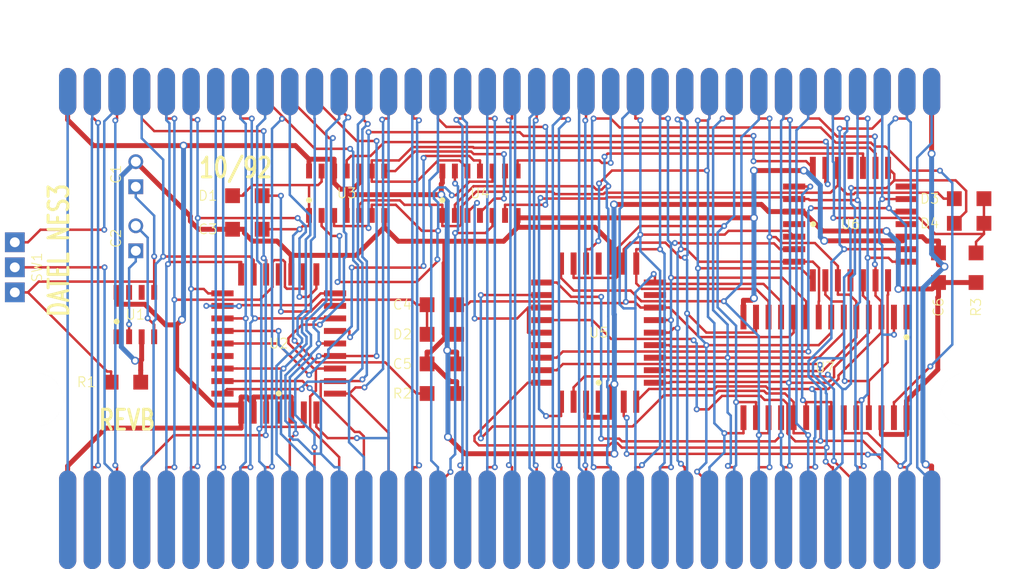
<source format=kicad_pcb>
(kicad_pcb (version 20240108) (generator "pcbnew") (generator_version "8.0")
  (layers (0 "F.Cu" signal) (31 "B.Cu" signal) (34 "B.Paste" user) (35 "F.Paste" user) (36 "B.SilkS" user "B.Silkscreen") (37 "F.SilkS" user "F.Silkscreen") (38 "B.Mask" user) (39 "F.Mask" user) (44 "Edge.Cuts" user))
  (net 0 "")
  (net 1 "/GND")
  (net 2 "/H7660.VOUT")
  (net 3 "/CAP+")
  (net 4 "/CAP-")
  (net 5 "/EXP.5")
  (net 6 "/PPU_A6")
  (net 7 "/CPU_A11")
  (net 8 "/PPU_D7")
  (net 9 "/EXP.1")
  (net 10 "/System.CLK")
  (net 11 "/EXP.2")
  (net 12 "/CPU_D5")
  (net 13 "/PPU_D0")
  (net 14 "/PPU_A11")
  (net 15 "/PPU_D4")
  (net 16 "/PPU_A8")
  (net 17 "/PPU_A4")
  (net 18 "/CPU_A0")
  (net 19 "/CIC_to_MB")
  (net 20 "/CPU_A3")
  (net 21 "/CIRAM_~{CE}")
  (net 22 "/CPU_A13")
  (net 23 "/PPU_A2")
  (net 24 "/CPU_D4")
  (net 25 "/CPU_A9")
  (net 26 "/PPU_D5")
  (net 27 "/EXP.9")
  (net 28 "/EXP.0")
  (net 29 "/EXP.8")
  (net 30 "/PPU_A10")
  (net 31 "/CPU_A8")
  (net 32 "/PPU_D3")
  (net 33 "/PPU_~{WR}")
  (net 34 "/CPU_A14.Sys")
  (net 35 "/CPU_A2")
  (net 36 "/CPU_A1")
  (net 37 "/CPU_D6")
  (net 38 "/PPU_A9")
  (net 39 "/PPU_A3")
  (net 40 "/CPU_A12")
  (net 41 "/+5V")
  (net 42 "/PPU_~{RD}.Sys")
  (net 43 "/~{IRQ}")
  (net 44 "/ROMSEL.Sys")
  (net 45 "/PPU_A1")
  (net 46 "/CPU_A10")
  (net 47 "/CPU_A6")
  (net 48 "/CPU_A5")
  (net 49 "/CPU_A7")
  (net 50 "/CPU_D1")
  (net 51 "/PPU_A12")
  (net 52 "/PPU_~{A13}")
  (net 53 "/PPU_A13")
  (net 54 "/EXP.3")
  (net 55 "/CPU_D2")
  (net 56 "/GND.72")
  (net 57 "/PPU_D1")
  (net 58 "/CPU_R{slash}W")
  (net 59 "/CPU_D0")
  (net 60 "/PPU_A7")
  (net 61 "/PPU_D6")
  (net 62 "/CPU_D7")
  (net 63 "/EXP.4")
  (net 64 "/CIC_to_PAK")
  (net 65 "/CIRAM_A10")
  (net 66 "/M2")
  (net 67 "/EXP.7")
  (net 68 "/CPU_D3")
  (net 69 "/CIC_CLK")
  (net 70 "/PPU_D2")
  (net 71 "/EXP.6")
  (net 72 "/PPU_A0")
  (net 73 "/CIC_+RST.Sys")
  (net 74 "/PPU_A5")
  (net 75 "/CPU_A4")
  (net 76 "/CIC_+RST.Game")
  (net 78 "/SRAM.~{CS1}.~{OE}")
  (net 82 "/FF.~{RST}")
  (net 83 "/PPU_EN")
  (net 84 "/CPU_EN")
  (net 85 "/PPU_FF_CLK")
  (net 86 "/PPU_Game_EN")
  (net 87 "/CPU_Game_EN")
  (net 88 "/CPU_FF_CLK")
  (net 89 "/PPU_~{RD}.Game")
  (net 90 "/CPU.~{CE}.~{OE}")
  (net 91 "/PPU.~{OE}")
  (net 92 "/ROMSEL.Game")
  (net 93 "Net-(D1-A)")
  (net 94 "/CPU_A14.Game")
  (footprint "!NES:SMD Passive" (layer "F.Cu") (at 144.52 98.15)
    (property "Reference" "C4")
    (property "Value" "100 nF")
  )
  (footprint "!NES:Switch" (layer "F.Cu") (at 101.27 94.36 90)
    (property "Reference" "SW1")
    (property "Value" "SW_DPDT_x2")
  )
  (footprint "!NES:THT Caps" (layer "F.Cu") (at 113.52 84.92 90)
    (property "Reference" "C1")
    (property "Value" "100 uF 10V")
  )
  (footprint "!NES:System Edge Connector" (layer "F.Cu") (at 150.37 119.95)
    (property "Reference" "J1" (hide yes))
    (property "Value" "~")
  )
  (footprint "!NES:THT Caps" (layer "F.Cu") (at 113.52 91.42 90)
    (property "Reference" "C2")
    (property "Value" "10 uF 16V")
  )
  (footprint "!NES:27C256" (layer "F.Cu") (at 160.4 100.98)
    (property "Reference" "U5")
    (property "Value" "27C256 - PLCC32")
  )
  (footprint "!NES:SOP-14" (layer "F.Cu") (at 134.88 86.85)
    (property "Reference" "U3")
    (property "Value" "74HC74")
  )
  (footprint "!NES:PLCC-28" (layer "F.Cu") (at 185.9 89.98 -90)
    (property "Reference" "U6")
    (property "Value" "~")
  )
  (footprint "!NES:SMD Passive" (layer "F.Cu") (at 112.52 106)
    (property "Reference" "R1")
    (property "Value" "1K Ohm")
  )
  (footprint "!NES:Game Cartridge Slot" (layer "F.Cu") (at 150.37 76.55)
    (property "Reference" "J2" (hide yes))
    (property "Value" "~")
  )
  (footprint "!NES:SMD Passive" (layer "F.Cu") (at 124.82 87.1)
    (property "Reference" "D1")
    (property "Value" "D_Small_Filled")
  )
  (footprint "!NES:SMD Passive" (layer "F.Cu") (at 197.92 87.4)
    (property "Reference" "D3")
    (property "Value" "D_Small_Filled")
  )
  (footprint "!NES:SMD Passive" (layer "F.Cu") (at 194.82 94.4 90)
    (property "Reference" "C6")
    (property "Value" "100 nF")
  )
  (footprint "!NES:SMD Passive" (layer "F.Cu") (at 198.62 94.4 90)
    (property "Reference" "R3")
    (property "Value" "4.7K Ohm")
  )
  (footprint "!NES:SRAM" (layer "F.Cu") (at 183.32 104.5 180)
    (property "Reference" "U7")
    (property "Value" "HY6264ALJ")
  )
  (footprint "!NES:SOP-14" (layer "F.Cu") (at 148.38 86.85)
    (property "Reference" "U4")
    (property "Value" "74HC32")
  )
  (footprint "!NES:27C256" (layer "F.Cu") (at 128 102.08)
    (property "Reference" "U2")
    (property "Value" "27C256 - PLCC32")
  )
  (footprint "!NES:SMD Passive" (layer "F.Cu") (at 144.52 101.15)
    (property "Reference" "D2")
    (property "Value" "D_Small_Filled")
  )
  (footprint "!NES:SMD Passive" (layer "F.Cu") (at 124.82 90.5)
    (property "Reference" "C3")
    (property "Value" "100 nF")
  )
  (footprint "!NES:SMD Passive" (layer "F.Cu") (at 144.52 107.15)
    (property "Reference" "R2")
    (property "Value" "470K Ohm")
  )
  (footprint "!NES:SMD Passive" (layer "F.Cu") (at 197.92 89.9)
    (property "Reference" "D4")
    (property "Value" "D_Small_Filled")
  )
  (footprint "!NES:SOP-8" (layer "F.Cu") (at 113.48 99.15)
    (property "Reference" "U1")
    (property "Value" "~")
  )
  (footprint "!NES:SMD Passive" (layer "F.Cu") (at 144.52 104.15)
    (property "Reference" "C5")
    (property "Value" "100 nF")
  )
  (gr_circle (center 160.4 106.05) (end 160.65 106.05) (stroke (width 0.1)) (fill solid) (layer "F.SilkS"))
  (gr_circle (center 131.07 87.55) (end 131.32 87.55) (stroke (width 0.1)) (fill solid) (layer "F.SilkS"))
  (gr_circle (center 144.57 87.55) (end 144.82 87.55) (stroke (width 0.1)) (fill solid) (layer "F.SilkS"))
  (gr_circle (center 191.575 101.45) (end 191.825 101.45) (stroke (width 0.1)) (fill solid) (layer "F.SilkS"))
  (gr_circle (center 111.575 99.85) (end 111.825 99.85) (stroke (width 0.1)) (fill solid) (layer "F.SilkS"))
  (gr_circle (center 182.13 89.98) (end 182.38 89.98) (stroke (width 0.1)) (fill solid) (layer "F.SilkS"))
  (gr_circle (center 128 107.15) (end 128.25 107.15) (stroke (width 0.1)) (fill solid) (layer "F.SilkS"))
  (gr_line (start 196.97 124.95) (end 196.97 110.39) (stroke (width 0.002)) (layer "Edge.Cuts"))
  (gr_line (start 196.97 105.15) (end 201.27 102.15) (stroke (width 0.002)) (layer "Edge.Cuts"))
  (gr_arc (start 103.77 105.09) (mid 106.122612 107.77) (end 103.77 110.45) (stroke (width 0.002)) (layer "Edge.Cuts"))
  (gr_line (start 104.77 74.15) (end 196.27 74.15) (stroke (width 0.002)) (layer "Edge.Cuts"))
  (gr_line (start 196.97 124.95) (end 103.77 124.95) (stroke (width 0.002)) (layer "Edge.Cuts"))
  (gr_line (start 103.77 105.09) (end 103.77 100.65) (stroke (width 0.002)) (layer "Edge.Cuts"))
  (gr_circle (center 103.419833 82.55) (end 106.12 82.55) (stroke (width 0.002)) (fill none) (layer "Edge.Cuts"))
  (gr_line (start 99.77 75.35) (end 104.77 75.35) (stroke (width 0.002)) (layer "Edge.Cuts"))
  (gr_line (start 103.77 124.95) (end 103.77 110.45) (stroke (width 0.002)) (layer "Edge.Cuts"))
  (gr_line (start 103.77 100.65) (end 99.77 100.65) (stroke (width 0.002)) (layer "Edge.Cuts"))
  (gr_line (start 99.77 75.35) (end 99.77 100.65) (stroke (width 0.002)) (layer "Edge.Cuts"))
  (gr_line (start 201.27 102.15) (end 201.27 75.35) (stroke (width 0.002)) (layer "Edge.Cuts"))
  (gr_line (start 104.77 75.35) (end 104.77 74.15) (stroke (width 0.002)) (layer "Edge.Cuts"))
  (gr_arc (start 196.97 110.389999) (mid 194.920574 107.77) (end 196.97 105.150001) (stroke (width 0.002)) (layer "Edge.Cuts"))
  (gr_circle (center 197.62 82.55) (end 200.320167 82.55) (stroke (width 0.002)) (fill none) (layer "Edge.Cuts"))
  (gr_line (start 201.27 75.35) (end 196.27 75.35) (stroke (width 0.002)) (layer "Edge.Cuts"))
  (gr_line (start 196.27 74.15) (end 196.27 75.35) (stroke (width 0.002)) (layer "Edge.Cuts"))
  (gr_text "DATEL NES3" (at 106.9 99.56 90) (layer "F.SilkS") (effects (font (size 2 1.5) (thickness 0.3) (bold yes)) (justify left bottom)))
  (gr_text "10/92" (at 119.79 85.45 0) (layer "F.SilkS") (effects (font (size 2 1.5) (thickness 0.3) (bold yes)) (justify left bottom)))
  (gr_text "REVB" (at 109.61 111.01 0) (layer "F.SilkS") (effects (font (size 2 1.5) (thickness 0.3) (bold yes)) (justify left bottom)))
  (segment (start 140.1013 91.713) (end 144.8221 91.713) (width 0.5) (layer "F.Cu") (net 1))
  (segment (start 143.02 103.5491) (end 143.02 102.9483) (width 0.5) (layer "F.Cu") (net 1))
  (segment (start 194.12 76.55) (end 194.12 82.8481) (width 0.5) (layer "F.Cu") (net 1))
  (segment (start 195.2309 94.1017) (end 194.82 94.1017) (width 0.5) (layer "F.Cu") (net 1))
  (segment (start 152.19 89.1) (end 152.19 89.345) (width 0.5) (layer "F.Cu") (net 1))
  (segment (start 114.115 101.4) (end 114.115 103.7316) (width 0.5) (layer "F.Cu") (net 1))
  (segment (start 191.1744 91.6756) (end 183.2443 91.6756) (width 0.5) (layer "F.Cu") (net 1))
  (segment (start 152.19 89.345) (end 176.1266 89.345) (width 0.5) (layer "F.Cu") (net 1))
  (segment (start 144.8221 91.713) (end 150.7787 91.713) (width 0.5) (layer "F.Cu") (net 1))
  (segment (start 144.7482 101.0791) (end 144.7482 93.9353) (width 0.5) (layer "F.Cu") (net 1))
  (segment (start 114.115 103.7316) (end 114.02 103.8266) (width 0.5) (layer "F.Cu") (net 1))
  (segment (start 125.3478 91.7017) (end 124.5217 90.8756) (width 0.5) (layer "F.Cu") (net 1))
  (segment (start 193.1767 91.25) (end 193.625 91.6983) (width 0.5) (layer "F.Cu") (net 1))
  (segment (start 144.8183 101.5255) (end 143.3955 102.9483) (width 0.5) (layer "F.Cu") (net 1))
  (segment (start 138.69 90.3017) (end 140.1013 91.713) (width 0.5) (layer "F.Cu") (net 1))
  (segment (start 129.27 93.1467) (end 129.27 93.5033) (width 0.5) (layer "F.Cu") (net 1))
  (segment (start 144.7482 93.9353) (end 144.8221 93.8614) (width 0.5) (layer "F.Cu") (net 1))
  (segment (start 145.4192 105.9483) (end 146.02 105.9483) (width 0.5) (layer "F.Cu") (net 1))
  (segment (start 138.69 90.3017) (end 135.845 93.1467) (width 0.5) (layer "F.Cu") (net 1))
  (segment (start 152.19 89.345) (end 152.19 90.1258) (width 0.5) (layer "F.Cu") (net 1))
  (segment (start 191.6 91.25) (end 191.1744 91.6756) (width 0.5) (layer "F.Cu") (net 1))
  (segment (start 161.67 92.4033) (end 161.67 91.932) (width 0.5) (layer "F.Cu") (net 1))
  (segment (start 143.02 104.15) (end 143.02 103.5491) (width 0.5) (layer "F.Cu") (net 1))
  (segment (start 119.8722 90.5) (end 123.32 90.5) (width 0.5) (layer "F.Cu") (net 1))
  (segment (start 194.12 119.95) (end 194.12 114.4983) (width 0.5) (layer "F.Cu") (net 1))
  (segment (start 175.9163 97.6983) (end 176.1266 97.488) (width 0.5) (layer "F.Cu") (net 1))
  (segment (start 119.0509 89.6787) (end 119.8722 90.5) (width 0.5) (layer "F.Cu") (net 1))
  (segment (start 144.8221 93.8614) (end 144.8221 91.713) (width 0.5) (layer "F.Cu") (net 1))
  (segment (start 146.02 101.15) (end 144.9942 101.15) (width 0.5) (layer "F.Cu") (net 1))
  (segment (start 193.6944 114.4983) (end 193.5234 114.3273) (width 0.5) (layer "F.Cu") (net 1))
  (segment (start 119.0509 89.1809) (end 119.0509 89.6787) (width 0.5) (layer "F.Cu") (net 1))
  (segment (start 160.0397 90.3017) (end 152.19 90.3017) (width 0.5) (layer "F.Cu") (net 1))
  (segment (start 194.12 114.4983) (end 193.6944 114.4983) (width 0.5) (layer "F.Cu") (net 1))
  (segment (start 161.67 93.98) (end 161.67 92.4033) (width 0.5) (layer "F.Cu") (net 1))
  (segment (start 150.7787 91.713) (end 152.19 90.3017) (width 0.5) (layer "F.Cu") (net 1))
  (segment (start 143.02 103.5491) (end 145.4192 105.9483) (width 0.5) (layer "F.Cu") (net 1))
  (segment (start 176.1266 84.55) (end 181.1732 84.55) (width 0.5) (layer "F.Cu") (net 1))
  (segment (start 113.52 83.65) (end 119.0509 89.1809) (width 0.5) (layer "F.Cu") (net 1))
  (segment (start 144.8183 101.15) (end 144.8183 101.5255) (width 0.5) (layer "F.Cu") (net 1))
  (segment (start 114.02 103.8266) (end 114.02 104.7983) (width 0.5) (layer "F.Cu") (net 1))
  (segment (start 195.4171 94.2879) (end 195.2309 94.1017) (width 0.5) (layer "F.Cu") (net 1))
  (segment (start 144.8198 101.15) (end 144.8191 101.15) (width 0.5) (layer "F.Cu") (net 1))
  (segment (start 144.8191 101.15) (end 144.8183 101.15) (width 0.5) (layer "F.Cu") (net 1))
  (segment (start 175.065 99.4) (end 175.065 97.6983) (width 0.5) (layer "F.Cu") (net 1))
  (segment (start 152.19 90.1258) (end 152.19 90.3002) (width 0.5) (layer "F.Cu") (net 1))
  (segment (start 146.02 107.15) (end 146.02 105.9483) (width 0.5) (layer "F.Cu") (net 1))
  (segment (start 124.5217 90.8756) (end 124.5217 90.5) (width 0.5) (layer "F.Cu") (net 1))
  (segment (start 123.32 90.5) (end 124.5217 90.5) (width 0.5) (layer "F.Cu") (net 1))
  (segment (start 152.19 90.3002) (end 152.19 90.3017) (width 0.5) (layer "F.Cu") (net 1))
  (segment (start 194.82 92.9) (end 194.82 94.1017) (width 0.5) (layer "F.Cu") (net 1))
  (segment (start 138.69 89.1) (end 138.69 90.3017) (width 0.5) (layer "F.Cu") (net 1))
  (segment (start 191.6 91.25) (end 193.1767 91.25) (width 0.5) (layer "F.Cu") (net 1))
  (segment (start 175.065 97.6983) (end 175.9163 97.6983) (width 0.5) (layer "F.Cu") (net 1))
  (segment (start 114.02 103.8266) (end 113.4515 103.8266) (width 0.5) (layer "F.Cu") (net 1))
  (segment (start 129.27 95.08) (end 129.27 93.5033) (width 0.5) (layer "F.Cu") (net 1))
  (segment (start 135.845 93.1467) (end 129.27 93.1467) (width 0.5) (layer "F.Cu") (net 1))
  (segment (start 144.8191 101.15) (end 144.7482 101.0791) (width 0.5) (layer "F.Cu") (net 1))
  (segment (start 161.67 91.932) (end 160.0397 90.3017) (width 0.5) (layer "F.Cu") (net 1))
  (segment (start 129.27 93.1467) (end 127.825 91.7017) (width 0.5) (layer "F.Cu") (net 1))
  (segment (start 127.825 91.7017) (end 125.3478 91.7017) (width 0.5) (layer "F.Cu") (net 1))
  (segment (start 194.82 92.9) (end 194.82 91.6983) (width 0.5) (layer "F.Cu") (net 1))
  (segment (start 144.9942 101.15) (end 144.8198 101.15) (width 0.5) (layer "F.Cu") (net 1))
  (segment (start 143.3955 102.9483) (end 143.02 102.9483) (width 0.5) (layer "F.Cu") (net 1))
  (segment (start 114.02 106) (end 114.02 104.7983) (width 0.5) (layer "F.Cu") (net 1))
  (segment (start 193.625 91.6983) (end 194.82 91.6983) (width 0.5) (layer "F.Cu") (net 1))
  (via (at 181.1732 84.55) (size 0.8) (drill 0.5) (layers "F.Cu" "B.Cu") (net 1))
  (via (at 176.1266 97.488) (size 0.8) (drill 0.5) (layers "F.Cu" "B.Cu") (net 1))
  (via (at 183.2443 91.6756) (size 0.8) (drill 0.5) (layers "F.Cu" "B.Cu") (net 1))
  (via (at 113.4515 103.8266) (size 0.8) (drill 0.5) (layers "F.Cu" "B.Cu") (net 1))
  (via (at 193.5234 114.3273) (size 0.8) (drill 0.5) (layers "F.Cu" "B.Cu") (net 1))
  (via (at 194.12 82.8481) (size 0.8) (drill 0.5) (layers "F.Cu" "B.Cu") (net 1))
  (via (at 195.4171 94.2879) (size 0.8) (drill 0.5) (layers "F.Cu" "B.Cu") (net 1))
  (via (at 176.1266 89.345) (size 0.8) (drill 0.5) (layers "F.Cu" "B.Cu") (net 1))
  (via (at 176.1266 84.55) (size 0.8) (drill 0.5) (layers "F.Cu" "B.Cu") (net 1))
  (segment (start 176.1266 97.488) (end 176.1266 89.345) (width 0.5) (layer "B.Cu") (net 1))
  (segment (start 195.4171 94.2879) (end 193.24 96.465) (width 0.5) (layer "B.Cu") (net 1))
  (segment (start 182.8485 86.0454) (end 182.8485 91.2798) (width 0.5) (layer "B.Cu") (net 1))
  (segment (start 176.1266 89.345) (end 176.1266 84.55) (width 0.5) (layer "B.Cu") (net 1))
  (segment (start 112.0582 102.4333) (end 113.4515 103.8266) (width 0.5) (layer "B.Cu") (net 1))
  (segment (start 181.1732 84.55) (end 181.3531 84.55) (width 0.5) (layer "B.Cu") (net 1))
  (segment (start 193.24 114.0439) (end 193.5234 114.3273) (width 0.5) (layer "B.Cu") (net 1))
  (segment (start 194.12 92.9908) (end 194.12 82.8481) (width 0.5) (layer "B.Cu") (net 1))
  (segment (start 112.0582 85.1118) (end 112.0582 102.4333) (width 0.5) (layer "B.Cu") (net 1))
  (segment (start 195.4171 94.2879) (end 194.12 92.9908) (width 0.5) (layer "B.Cu") (net 1))
  (segment (start 182.8485 91.2798) (end 183.2443 91.6756) (width 0.5) (layer "B.Cu") (net 1))
  (segment (start 181.3531 84.55) (end 182.8485 86.0454) (width 0.5) (layer "B.Cu") (net 1))
  (segment (start 193.24 96.465) (end 193.24 114.0439) (width 0.5) (layer "B.Cu") (net 1))
  (segment (start 113.52 83.65) (end 112.0582 85.1118) (width 0.5) (layer "B.Cu") (net 1))
  (segment (start 103.6884 95.8068) (end 115.385 95.8068) (width 0.25) (layer "F.Cu") (net 2))
  (segment (start 110.62 104.9233) (end 111.02 104.9233) (width 0.25) (layer "F.Cu") (net 2))
  (segment (start 115.385 96.9) (end 115.385 95.8068) (width 0.25) (layer "F.Cu") (net 2))
  (segment (start 111.02 106) (end 111.02 104.9233) (width 0.25) (layer "F.Cu") (net 2))
  (segment (start 102.5952 96.9) (end 102.5967 96.9) (width 0.25) (layer "F.Cu") (net 2))
  (segment (start 102.4834 96.9) (end 102.5952 96.9) (width 0.25) (layer "F.Cu") (net 2))
  (segment (start 102.5967 96.9) (end 110.62 104.9233) (width 0.25) (layer "F.Cu") (net 2))
  (segment (start 102.5952 96.9) (end 103.6884 95.8068) (width 0.25) (layer "F.Cu") (net 2))
  (segment (start 101.27 96.9) (end 102.4834 96.9) (width 0.25) (layer "F.Cu") (net 2))
  (segment (start 115.385 95.8068) (end 115.385 93.254) (width 0.25) (layer "F.Cu") (net 2))
  (via (at 115.385 93.254) (size 0.6) (drill 0.3) (layers "F.Cu" "B.Cu") (net 2))
  (segment (start 115.385 89.1317) (end 115.385 93.254) (width 0.25) (layer "B.Cu") (net 2))
  (segment (start 113.52 86.19) (end 113.52 87.2667) (width 0.25) (layer "B.Cu") (net 2))
  (segment (start 113.52 87.2667) (end 115.385 89.1317) (width 0.25) (layer "B.Cu") (net 2))
  (segment (start 112.845 101.4) (end 112.845 100.1347) (width 0.25) (layer "F.Cu") (net 3))
  (via (at 112.845 100.1347) (size 0.6) (drill 0.3) (layers "F.Cu" "B.Cu") (net 3))
  (segment (start 113.52 92.69) (end 113.52 93.7667) (width 0.25) (layer "B.Cu") (net 3))
  (segment (start 112.845 94.4417) (end 112.845 100.1347) (width 0.25) (layer "B.Cu") (net 3))
  (segment (start 113.52 93.7667) (end 112.845 94.4417) (width 0.25) (layer "B.Cu") (net 3))
  (segment (start 115.385 100.1749) (end 114.7263 99.5162) (width 0.25) (layer "F.Cu") (net 4))
  (segment (start 115.385 101.4) (end 115.385 100.1749) (width 0.25) (layer "F.Cu") (net 4))
  (via (at 114.7263 99.5162) (size 0.6) (drill 0.3) (layers "F.Cu" "B.Cu") (net 4))
  (segment (start 114.7263 91.3563) (end 114.7263 99.5162) (width 0.25) (layer "B.Cu") (net 4))
  (segment (start 113.52 90.15) (end 114.7263 91.3563) (width 0.25) (layer "B.Cu") (net 4))
  (segment (start 149.12 119.95) (end 149.12 114.6233) (width 0.25) (layer "B.Cu") (net 5))
  (segment (start 149.12 76.55) (end 149.12 79.2767) (width 0.25) (layer "B.Cu") (net 5))
  (segment (start 149.12 79.2767) (end 149.12 114.6233) (width 0.25) (layer "B.Cu") (net 5))
  (segment (start 139.12 111.1283) (end 135.1517 107.16) (width 0.25) (layer "F.Cu") (net 6))
  (segment (start 133.7 107.16) (end 135.1517 107.16) (width 0.25) (layer "F.Cu") (net 6))
  (segment (start 138.5831 79.2767) (end 138.474 79.3858) (width 0.25) (layer "F.Cu") (net 6))
  (segment (start 139.12 76.55) (end 139.12 79.2767) (width 0.25) (layer "F.Cu") (net 6))
  (segment (start 135.1517 107.16) (end 135.7755 106.5362) (width 0.25) (layer "F.Cu") (net 6))
  (segment (start 139.12 119.95) (end 139.12 111.1283) (width 0.25) (layer "F.Cu") (net 6))
  (segment (start 139.12 79.2767) (end 138.5831 79.2767) (width 0.25) (layer "F.Cu") (net 6))
  (segment (start 135.7755 106.5362) (end 136.6848 106.5362) (width 0.25) (layer "F.Cu") (net 6))
  (via (at 136.6848 106.5362) (size 0.6) (drill 0.3) (layers "F.Cu" "B.Cu") (net 6))
  (via (at 138.474 79.3858) (size 0.6) (drill 0.3) (layers "F.Cu" "B.Cu") (net 6))
  (segment (start 136.6848 106.5362) (end 138.5649 104.6561) (width 0.25) (layer "B.Cu") (net 6))
  (segment (start 138.5649 79.4767) (end 138.474 79.3858) (width 0.25) (layer "B.Cu") (net 6))
  (segment (start 138.5649 104.6561) (end 138.5649 79.4767) (width 0.25) (layer "B.Cu") (net 6))
  (segment (start 154.7 103.52) (end 156.1517 103.52) (width 0.25) (layer "F.Cu") (net 7))
  (segment (start 189.7924 88.3614) (end 189.7997 88.3614) (width 0.25) (layer "F.Cu") (net 7))
  (segment (start 156.7784 102.8933) (end 181.6355 102.8933) (width 0.25) (layer "F.Cu") (net 7))
  (segment (start 156.1517 103.52) (end 156.7784 102.8933) (width 0.25) (layer "F.Cu") (net 7))
  (segment (start 190.9569 114.5064) (end 191.0738 114.6233) (width 0.25) (layer "F.Cu") (net 7))
  (segment (start 190.4651 79.2767) (end 191.62 79.2767) (width 0.25) (layer "F.Cu") (net 7))
  (segment (start 189.7924 88.3614) (end 181.8934 88.3614) (width 0.25) (layer "F.Cu") (net 7))
  (segment (start 187.6272 111.1767) (end 185.225 111.1767) (width 0.25) (layer "F.Cu") (net 7))
  (segment (start 191.62 119.95) (end 191.62 114.6233) (width 0.25) (layer "F.Cu") (net 7))
  (segment (start 189.7997 88.3614) (end 190.1483 88.71) (width 0.25) (layer "F.Cu") (net 7))
  (segment (start 191.6 88.71) (end 190.1483 88.71) (width 0.25) (layer "F.Cu") (net 7))
  (segment (start 190.9569 114.5064) (end 187.6272 111.1767) (width 0.25) (layer "F.Cu") (net 7))
  (segment (start 185.225 109.6) (end 185.225 111.1767) (width 0.25) (layer "F.Cu") (net 7))
  (segment (start 191.0738 114.6233) (end 191.62 114.6233) (width 0.25) (layer "F.Cu") (net 7))
  (segment (start 191.62 76.55) (end 191.62 79.2767) (width 0.25) (layer "F.Cu") (net 7))
  (via (at 190.4651 79.2767) (size 0.6) (drill 0.3) (layers "F.Cu" "B.Cu") (net 7))
  (via (at 190.9569 114.5064) (size 0.6) (drill 0.3) (layers "F.Cu" "B.Cu") (net 7))
  (via (at 181.6355 102.8933) (size 0.6) (drill 0.3) (layers "F.Cu" "B.Cu") (net 7))
  (via (at 181.8934 88.3614) (size 0.6) (drill 0.3) (layers "F.Cu" "B.Cu") (net 7))
  (via (at 189.7924 88.3614) (size 0.6) (drill 0.3) (layers "F.Cu" "B.Cu") (net 7))
  (segment (start 189.7924 88.3614) (end 191.5074 90.0764) (width 0.25) (layer "B.Cu") (net 7))
  (segment (start 181.6355 88.6193) (end 181.6355 102.8933) (width 0.25) (layer "B.Cu") (net 7))
  (segment (start 191.5074 90.0764) (end 191.5074 113.9559) (width 0.25) (layer "B.Cu") (net 7))
  (segment (start 189.7924 79.9494) (end 189.7924 88.3614) (width 0.25) (layer "B.Cu") (net 7))
  (segment (start 190.4651 79.2767) (end 189.7924 79.9494) (width 0.25) (layer "B.Cu") (net 7))
  (segment (start 191.5074 113.9559) (end 190.9569 114.5064) (width 0.25) (layer "B.Cu") (net 7))
  (segment (start 181.8934 88.3614) (end 181.6355 88.6193) (width 0.25) (layer "B.Cu") (net 7))
  (segment (start 122.3 98.27) (end 120.6654 98.27) (width 0.25) (layer "F.Cu") (net 8))
  (via (at 120.6654 98.27) (size 0.6) (drill 0.3) (layers "F.Cu" "B.Cu") (net 8))
  (segment (start 121.62 98.27) (end 121.62 79.2767) (width 0.25) (layer "B.Cu") (net 8))
  (segment (start 121.62 119.95) (end 121.62 98.27) (width 0.25) (layer "B.Cu") (net 8))
  (segment (start 121.62 98.27) (end 120.6654 98.27) (width 0.25) (layer "B.Cu") (net 8))
  (segment (start 121.62 76.55) (end 121.62 79.2767) (width 0.25) (layer "B.Cu") (net 8))
  (segment (start 154.0278 114.5311) (end 154.0278 114.4297) (width 0.25) (layer "F.Cu") (net 9))
  (segment (start 154.12 119.95) (end 154.12 114.6233) (width 0.25) (layer "F.Cu") (net 9))
  (segment (start 154.12 79.377) (end 154.12 76.55) (width 0.25) (layer "F.Cu") (net 9))
  (segment (start 154.0278 79.4692) (end 154.12 79.377) (width 0.25) (layer "F.Cu") (net 9))
  (segment (start 154.12 114.6233) (end 154.0278 114.5311) (width 0.25) (layer "F.Cu") (net 9))
  (via (at 154.0278 79.4692) (size 0.6) (drill 0.3) (layers "F.Cu" "B.Cu") (net 9))
  (via (at 154.0278 114.4297) (size 0.6) (drill 0.3) (layers "F.Cu" "B.Cu") (net 9))
  (segment (start 154.0278 79.4692) (end 153.8584 79.6386) (width 0.25) (layer "B.Cu") (net 9))
  (segment (start 153.8584 79.6386) (end 153.8584 114.2603) (width 0.25) (layer "B.Cu") (net 9))
  (segment (start 153.8584 114.2603) (end 154.0278 114.4297) (width 0.25) (layer "B.Cu") (net 9))
  (segment (start 194.12 76.55) (end 194.12 81.768) (width 0.25) (layer "B.Cu") (net 10))
  (segment (start 194.12 116.0816) (end 194.12 119.95) (width 0.25) (layer "B.Cu") (net 10))
  (segment (start 192.6633 114.6249) (end 194.12 116.0816) (width 0.25) (layer "B.Cu") (net 10))
  (segment (start 194.12 81.768) (end 192.6633 83.2247) (width 0.25) (layer "B.Cu") (net 10))
  (segment (start 192.6633 83.2247) (end 192.6633 114.6249) (width 0.25) (layer "B.Cu") (net 10))
  (segment (start 151.62 114.6233) (end 151.4049 114.4082) (width 0.25) (layer "F.Cu") (net 11))
  (segment (start 151.4747 79.2767) (end 151.62 79.2767) (width 0.25) (layer "F.Cu") (net 11))
  (segment (start 151.62 76.55) (end 151.62 79.2767) (width 0.25) (layer "F.Cu") (net 11))
  (segment (start 151.4049 114.4082) (end 151.3063 114.4082) (width 0.25) (layer "F.Cu") (net 11))
  (segment (start 151.62 119.95) (end 151.62 114.6233) (width 0.25) (layer "F.Cu") (net 11))
  (segment (start 151.2793 79.4721) (end 151.4747 79.2767) (width 0.25) (layer "F.Cu") (net 11))
  (via (at 151.3063 114.4082) (size 0.6) (drill 0.3) (layers "F.Cu" "B.Cu") (net 11))
  (via (at 151.2793 79.4721) (size 0.6) (drill 0.3) (layers "F.Cu" "B.Cu") (net 11))
  (segment (start 151.2793 79.4721) (end 151.4641 79.6569) (width 0.25) (layer "B.Cu") (net 11))
  (segment (start 151.4641 114.2504) (end 151.3063 114.4082) (width 0.25) (layer "B.Cu") (net 11))
  (segment (start 151.4641 79.6569) (end 151.4641 114.2504) (width 0.25) (layer "B.Cu") (net 11))
  (segment (start 176.8119 111.1767) (end 176.62 111.3686) (width 0.25) (layer "F.Cu") (net 12))
  (segment (start 156.59 93.98) (end 156.59 95.4317) (width 0.25) (layer "F.Cu") (net 12))
  (segment (start 163.641 96.7183) (end 157.8766 96.7183) (width 0.25) (layer "F.Cu") (net 12))
  (segment (start 157.8766 96.7183) (end 156.59 95.4317) (width 0.25) (layer "F.Cu") (net 12))
  (segment (start 173.0835 97.7967) (end 164.7194 97.7967) (width 0.25) (layer "F.Cu") (net 12))
  (segment (start 177.605 111.1767) (end 176.8119 111.1767) (width 0.25) (layer "F.Cu") (net 12))
  (segment (start 177.605 109.6) (end 177.605 111.1767) (width 0.25) (layer "F.Cu") (net 12))
  (segment (start 164.7194 97.7967) (end 163.641 96.7183) (width 0.25) (layer "F.Cu") (net 12))
  (via (at 173.0835 97.7967) (size 0.6) (drill 0.3) (layers "F.Cu" "B.Cu") (net 12))
  (via (at 176.62 111.3686) (size 0.6) (drill 0.3) (layers "F.Cu" "B.Cu") (net 12))
  (segment (start 176.62 76.55) (end 176.62 79.4) (width 0.25) (layer "B.Cu") (net 12))
  (segment (start 176.62 79.4) (end 174.8569 81.1631) (width 0.25) (layer "B.Cu") (net 12))
  (segment (start 174.8569 96.0233) (end 173.0835 97.7967) (width 0.25) (layer "B.Cu") (net 12))
  (segment (start 176.62 101.3332) (end 176.62 111.3686) (width 0.25) (layer "B.Cu") (net 12))
  (segment (start 174.8569 81.1631) (end 174.8569 96.0233) (width 0.25) (layer "B.Cu") (net 12))
  (segment (start 176.62 119.95) (end 176.62 111.3686) (width 0.25) (layer "B.Cu") (net 12))
  (segment (start 173.0835 97.7967) (end 176.62 101.3332) (width 0.25) (layer "B.Cu") (net 12))
  (segment (start 131.0546 98.1937) (end 124.0831 98.1937) (width 0.25) (layer "F.Cu") (net 13))
  (segment (start 132.2483 97) (end 131.0546 98.1937) (width 0.25) (layer "F.Cu") (net 13))
  (segment (start 121.62 79.2767) (end 122.3708 79.2767) (width 0.25) (layer "F.Cu") (net 13))
  (segment (start 121.62 114.6233) (end 122.3708 114.6233) (width 0.25) (layer "F.Cu") (net 13))
  (segment (start 121.62 76.55) (end 121.62 79.2767) (width 0.25) (layer "F.Cu") (net 13))
  (segment (start 124.0831 98.1937) (end 123.9794 98.2974) (width 0.25) (layer "F.Cu") (net 13))
  (segment (start 121.62 119.95) (end 121.62 114.6233) (width 0.25) (layer "F.Cu") (net 13))
  (segment (start 133.7 97) (end 132.2483 97) (width 0.25) (layer "F.Cu") (net 13))
  (via (at 123.9794 98.2974) (size 0.6) (drill 0.3) (layers "F.Cu" "B.Cu") (net 13))
  (via (at 122.3708 114.6233) (size 0.6) (drill 0.3) (layers "F.Cu" "B.Cu") (net 13))
  (via (at 122.3708 79.2767) (size 0.6) (drill 0.3) (layers "F.Cu" "B.Cu") (net 13))
  (segment (start 122.3708 98.2974) (end 122.3708 114.6233) (width 0.25) (layer "B.Cu") (net 13))
  (segment (start 122.3708 98.2974) (end 123.9794 98.2974) (width 0.25) (layer "B.Cu") (net 13))
  (segment (start 122.3708 79.2767) (end 122.3708 98.2974) (width 0.25) (layer "B.Cu") (net 13))
  (segment (start 122.3 104.62) (end 123.7517 104.62) (width 0.25) (layer "F.Cu") (net 14))
  (segment (start 123.7517 104.62) (end 128.4871 104.62) (width 0.25) (layer "F.Cu") (net 14))
  (via (at 128.4871 104.62) (size 0.6) (drill 0.3) (layers "F.Cu" "B.Cu") (net 14))
  (segment (start 130.36 100.9478) (end 130.8117 101.3995) (width 0.25) (layer "B.Cu") (net 14))
  (segment (start 130.8117 102.1239) (end 130.36 102.5756) (width 0.25) (layer "B.Cu") (net 14))
  (segment (start 131.6459 91.2728) (end 131.2619 91.6568) (width 0.25) (layer "B.Cu") (net 14))
  (segment (start 131.62 114.6233) (end 131.6094 114.6233) (width 0.25) (layer "B.Cu") (net 14))
  (segment (start 131.2619 91.6568) (end 131.2619 98.7223) (width 0.25) (layer "B.Cu") (net 14))
  (segment (start 130.36 102.5756) (end 130.36 102.7471) (width 0.25) (layer "B.Cu") (net 14))
  (segment (start 131.6094 114.6233) (end 128.2263 111.2402) (width 0.25) (layer "B.Cu") (net 14))
  (segment (start 131.6459 79.3026) (end 131.6459 91.2728) (width 0.25) (layer "B.Cu") (net 14))
  (segment (start 131.62 76.55) (end 131.62 79.2767) (width 0.25) (layer "B.Cu") (net 14))
  (segment (start 130.36 99.6242) (end 130.36 100.9478) (width 0.25) (layer "B.Cu") (net 14))
  (segment (start 131.62 119.95) (end 131.62 114.6233) (width 0.25) (layer "B.Cu") (net 14))
  (segment (start 130.36 102.7471) (end 128.4871 104.62) (width 0.25) (layer "B.Cu") (net 14))
  (segment (start 128.2263 104.8808) (end 128.4871 104.62) (width 0.25) (layer "B.Cu") (net 14))
  (segment (start 130.8117 101.3995) (end 130.8117 102.1239) (width 0.25) (layer "B.Cu") (net 14))
  (segment (start 131.62 79.2767) (end 131.6459 79.3026) (width 0.25) (layer "B.Cu") (net 14))
  (segment (start 131.2619 98.7223) (end 130.36 99.6242) (width 0.25) (layer "B.Cu") (net 14))
  (segment (start 128.2263 111.2402) (end 128.2263 104.8808) (width 0.25) (layer "B.Cu") (net 14))
  (segment (start 125.0988 93.2671) (end 125.46 93.6283) (width 0.25) (layer "F.Cu") (net 15))
  (segment (start 116.2992 93.2671) (end 125.0988 93.2671) (width 0.25) (layer "F.Cu") (net 15))
  (segment (start 125.46 95.08) (end 125.46 93.6283) (width 0.25) (layer "F.Cu") (net 15))
  (via (at 116.2992 93.2671) (size 0.6) (drill 0.3) (layers "F.Cu" "B.Cu") (net 15))
  (segment (start 115.5384 99.6355) (end 115.5384 94.0279) (width 0.25) (layer "B.Cu") (net 15))
  (segment (start 115.3225 113.3875) (end 115.3225 99.8514) (width 0.25) (layer "B.Cu") (net 15))
  (segment (start 115.5384 94.0279) (end 116.2992 93.2671) (width 0.25) (layer "B.Cu") (net 15))
  (segment (start 114.12 76.55) (end 114.12 81.275) (width 0.25) (layer "B.Cu") (net 15))
  (segment (start 116.2992 83.4542) (end 116.2992 93.2671) (width 0.25) (layer "B.Cu") (net 15))
  (segment (start 115.3225 99.8514) (end 115.5384 99.6355) (width 0.25) (layer "B.Cu") (net 15))
  (segment (start 114.12 81.275) (end 116.2992 83.4542) (width 0.25) (layer "B.Cu") (net 15))
  (segment (start 114.12 114.59) (end 115.3225 113.3875) (width 0.25) (layer "B.Cu") (net 15))
  (segment (start 114.12 119.95) (end 114.12 114.59) (width 0.25) (layer "B.Cu") (net 15))
  (segment (start 122.7524 106.7076) (end 130.3333 106.7076) (width 0.25) (layer "F.Cu") (net 16))
  (segment (start 122.3 107.16) (end 122.7524 106.7076) (width 0.25) (layer "F.Cu") (net 16))
  (via (at 130.3333 106.7076) (size 0.6) (drill 0.3) (layers "F.Cu" "B.Cu") (net 16))
  (segment (start 130.3333 106.5201) (end 130.905 105.9484) (width 0.25) (layer "B.Cu") (net 16))
  (segment (start 136.4697 104.5992) (end 136.4697 93.9395) (width 0.25) (layer "B.Cu") (net 16))
  (segment (start 135.1205 105.9484) (end 136.4697 104.5992) (width 0.25) (layer "B.Cu") (net 16))
  (segment (start 130.905 105.9484) (end 135.1205 105.9484) (width 0.25) (layer "B.Cu") (net 16))
  (segment (start 136.0205 79.8762) (end 136.62 79.2767) (width 0.25) (layer "B.Cu") (net 16))
  (segment (start 136.4697 93.9395) (end 136.0205 93.4903) (width 0.25) (layer "B.Cu") (net 16))
  (segment (start 135.1205 105.9484) (end 135.1205 112.0983) (width 0.25) (layer "B.Cu") (net 16))
  (segment (start 130.3333 106.7076) (end 130.3333 106.5201) (width 0.25) (layer "B.Cu") (net 16))
  (segment (start 136.62 113.5978) (end 136.62 119.95) (width 0.25) (layer "B.Cu") (net 16))
  (segment (start 136.62 76.55) (end 136.62 79.2767) (width 0.25) (layer "B.Cu") (net 16))
  (segment (start 136.0205 93.4903) (end 136.0205 79.8762) (width 0.25) (layer "B.Cu") (net 16))
  (segment (start 135.1205 112.0983) (end 136.62 113.5978) (width 0.25) (layer "B.Cu") (net 16))
  (segment (start 128.9805 101.5436) (end 128.9805 102.0637) (width 0.25) (layer "F.Cu") (net 17))
  (segment (start 131.1834 107.4428) (end 131.7618 106.8644) (width 0.25) (layer "F.Cu") (net 17))
  (segment (start 131.1833 107.4428) (end 131.1834 107.4428) (width 0.25) (layer "F.Cu") (net 17))
  (segment (start 134.12 119.95) (end 134.12 114.6233) (width 0.25) (layer "F.Cu") (net 17))
  (segment (start 131.1833 110.665) (end 131.1833 107.4428) (width 0.25) (layer "F.Cu") (net 17))
  (segment (start 134.12 114.6233) (end 134.12 113.6017) (width 0.25) (layer "F.Cu") (net 17))
  (segment (start 132.163 100.1734) (end 130.3507 100.1734) (width 0.25) (layer "F.Cu") (net 17))
  (segment (start 132.9742 104.62) (end 132.6113 104.62) (width 0.25) (layer "F.Cu") (net 17))
  (segment (start 131.5368 104.62) (end 131.7618 104.62) (width 0.25) (layer "F.Cu") (net 17))
  (segment (start 128.9805 102.0637) (end 131.5368 104.62) (width 0.25) (layer "F.Cu") (net 17))
  (segment (start 130.3507 100.1734) (end 128.9805 101.5436) (width 0.25) (layer "F.Cu") (net 17))
  (segment (start 132.9742 104.62) (end 133.7 104.62) (width 0.25) (layer "F.Cu") (net 17))
  (segment (start 131.7618 106.8644) (end 131.7618 104.62) (width 0.25) (layer "F.Cu") (net 17))
  (segment (start 134.12 113.6017) (end 131.1833 110.665) (width 0.25) (layer "F.Cu") (net 17))
  (segment (start 134.12 78.2526) (end 135.0391 79.1717) (width 0.25) (layer "F.Cu") (net 17))
  (segment (start 134.12 76.55) (end 134.12 78.2526) (width 0.25) (layer "F.Cu") (net 17))
  (segment (start 131.7618 104.62) (end 132.6113 104.62) (width 0.25) (layer "F.Cu") (net 17))
  (via (at 135.0391 79.1717) (size 0.6) (drill 0.3) (layers "F.Cu" "B.Cu") (net 17))
  (via (at 132.163 100.1734) (size 0.6) (drill 0.3) (layers "F.Cu" "B.Cu") (net 17))
  (segment (start 134.6016 90.7412) (end 134.6016 79.6092) (width 0.25) (layer "B.Cu") (net 17))
  (segment (start 132.163 100.1734) (end 134.6016 97.7348) (width 0.25) (layer "B.Cu") (net 17))
  (segment (start 134.8274 93.2354) (end 134.8274 90.967) (width 0.25) (layer "B.Cu") (net 17))
  (segment (start 134.6016 93.4612) (end 134.8274 93.2354) (width 0.25) (layer "B.Cu") (net 17))
  (segment (start 134.6016 79.6092) (end 135.0391 79.1717) (width 0.25) (layer "B.Cu") (net 17))
  (segment (start 134.6016 97.7348) (end 134.6016 93.4612) (width 0.25) (layer "B.Cu") (net 17))
  (segment (start 134.8274 90.967) (end 134.6016 90.7412) (width 0.25) (layer "B.Cu") (net 17))
  (segment (start 167.5864 98.44) (end 167.5517 98.44) (width 0.25) (layer "F.Cu") (net 18))
  (segment (start 158.1372 97.8133) (end 158.3121 97.9882) (width 0.25) (layer "F.Cu") (net 18))
  (segment (start 165.3742 98.44) (end 166.1 98.44) (width 0.25) (layer "F.Cu") (net 18))
  (segment (start 164.12 79.2767) (end 164.4407 79.2767) (width 0.25) (layer "F.Cu") (net 18))
  (segment (start 170.5748 101.4284) (end 167.5864 98.44) (width 0.25) (layer "F.Cu") (net 18))
  (segment (start 180.145 100.9767) (end 179.6933 101.4284) (width 0.25) (layer "F.Cu") (net 18))
  (segment (start 173.5497 90.6614) (end 179.6114 90.6614) (width 0.25) (layer "F.Cu") (net 18))
  (segment (start 164.4407 79.2767) (end 164.6229 79.4589) (width 0.25) (layer "F.Cu") (net 18))
  (segment (start 173.1667 91.0444) (end 173.5497 90.6614) (width 0.25) (layer "F.Cu") (net 18))
  (segment (start 147.4334 97.8133) (end 158.1372 97.8133) (width 0.25) (layer "F.Cu") (net 18))
  (segment (start 163.0238 97.9882) (end 163.1539 97.8581) (width 0.25) (layer "F.Cu") (net 18))
  (segment (start 164.12 119.95) (end 164.12 114.6233) (width 0.25) (layer "F.Cu") (net 18))
  (segment (start 158.3121 97.9882) (end 163.0238 97.9882) (width 0.25) (layer "F.Cu") (net 18))
  (segment (start 180.145 99.4) (end 180.145 100.9767) (width 0.25) (layer "F.Cu") (net 18))
  (segment (start 165.3742 98.44) (end 164.6483 98.44) (width 0.25) (layer "F.Cu") (net 18))
  (segment (start 164.6483 98.44) (end 164.0664 97.8581) (width 0.25) (layer "F.Cu") (net 18))
  (segment (start 164.0664 97.8581) (end 163.1539 97.8581) (width 0.25) (layer "F.Cu") (net 18))
  (segment (start 166.1 98.44) (end 167.5517 98.44) (width 0.25) (layer "F.Cu") (net 18))
  (segment (start 164.6224 91.0444) (end 173.1667 91.0444) (width 0.25) (layer "F.Cu") (net 18))
  (segment (start 164.12 76.55) (end 164.12 79.2767) (width 0.25) (layer "F.Cu") (net 18))
  (segment (start 164.5623 114.6233) (end 164.12 114.6233) (width 0.25) (layer "F.Cu") (net 18))
  (segment (start 179.6933 101.4284) (end 170.5748 101.4284) (width 0.25) (layer "F.Cu") (net 18))
  (segment (start 146.02 98.15) (end 147.0967 98.15) (width 0.25) (layer "F.Cu") (net 18))
  (segment (start 164.7838 114.4018) (end 164.5623 114.6233) (width 0.25) (layer "F.Cu") (net 18))
  (segment (start 147.0967 98.15) (end 147.4334 97.8133) (width 0.25) (layer "F.Cu") (net 18))
  (segment (start 179.6114 90.6614) (end 180.2 91.25) (width 0.25) (layer "F.Cu") (net 18))
  (via (at 164.6224 91.0444) (size 0.6) (drill 0.3) (layers "F.Cu" "B.Cu") (net 18))
  (via (at 163.1539 97.8581) (size 0.6) (drill 0.3) (layers "F.Cu" "B.Cu") (net 18))
  (via (at 164.7838 114.4018) (size 0.6) (drill 0.3) (layers "F.Cu" "B.Cu") (net 18))
  (via (at 164.6229 79.4589) (size 0.6) (drill 0.3) (layers "F.Cu" "B.Cu") (net 18))
  (segment (start 163.1539 92.5129) (end 163.1539 97.8581) (width 0.25) (layer "B.Cu") (net 18))
  (segment (start 164.6229 91.0444) (end 164.6224 91.0444) (width 0.25) (layer "B.Cu") (net 18))
  (segment (start 166.62 94.7124) (end 166.62 112.5656) (width 0.25) (layer "B.Cu") (net 18))
  (segment (start 166.62 112.5656) (end 164.7838 114.4018) (width 0.25) (layer "B.Cu") (net 18))
  (segment (start 164.6224 91.0444) (end 163.1539 92.5129) (width 0.25) (layer "B.Cu") (net 18))
  (segment (start 164.6229 79.4589) (end 164.6229 91.0444) (width 0.25) (layer "B.Cu") (net 18))
  (segment (start 164.6229 92.7153) (end 166.62 94.7124) (width 0.25) (layer "B.Cu") (net 18))
  (segment (start 164.6229 91.0444) (end 164.6229 92.7153) (width 0.25) (layer "B.Cu") (net 18))
  (segment (start 109.12 76.55) (end 109.12 79.2767) (width 0.25) (layer "F.Cu") (net 19))
  (segment (start 109.2733 79.2767) (end 109.7016 79.705) (width 0.25) (layer "F.Cu") (net 19))
  (segment (start 109.12 114.6233) (end 109.5068 114.6233) (width 0.25) (layer "F.Cu") (net 19))
  (segment (start 109.12 119.95) (end 109.12 114.6233) (width 0.25) (layer "F.Cu") (net 19))
  (segment (start 109.12 79.2767) (end 109.2733 79.2767) (width 0.25) (layer "F.Cu") (net 19))
  (segment (start 109.5068 114.6233) (end 109.7016 114.4285) (width 0.25) (layer "F.Cu") (net 19))
  (via (at 109.7016 114.4285) (size 0.6) (drill 0.3) (layers "F.Cu" "B.Cu") (net 19))
  (via (at 109.7016 79.705) (size 0.6) (drill 0.3) (layers "F.Cu" "B.Cu") (net 19))
  (segment (start 109.7016 79.705) (end 109.7016 114.4285) (width 0.25) (layer "B.Cu") (net 19))
  (segment (start 171.62 119.95) (end 171.62 116.3236) (width 0.25) (layer "F.Cu") (net 20))
  (segment (start 171.62 76.55) (end 171.62 79.2767) (width 0.25) (layer "F.Cu") (net 20))
  (segment (start 167.5517 102.25) (end 167.6953 102.3936) (width 0.25) (layer "F.Cu") (net 20))
  (segment (start 166.1 102.25) (end 167.5517 102.25) (width 0.25) (layer "F.Cu") (net 20))
  (segment (start 171.4181 79.4786) (end 170.4394 79.4786) (width 0.25) (layer "F.Cu") (net 20))
  (segment (start 171.62 79.2767) (end 171.4181 79.4786) (width 0.25) (layer "F.Cu") (net 20))
  (segment (start 170.4598 94.455) (end 180.865 94.455) (width 0.25) (layer "F.Cu") (net 20))
  (segment (start 171.62 116.3236) (end 170.37 115.0736) (width 0.25) (layer "F.Cu") (net 20))
  (segment (start 171.1595 102.3936) (end 171.3031 102.25) (width 0.25) (layer "F.Cu") (net 20))
  (segment (start 171.3031 102.25) (end 182.6817 102.25) (width 0.25) (layer "F.Cu") (net 20))
  (segment (start 182.6817 102.25) (end 183.955 100.9767) (width 0.25) (layer "F.Cu") (net 20))
  (segment (start 180.865 94.455) (end 182.09 95.68) (width 0.25) (layer "F.Cu") (net 20))
  (segment (start 167.6953 102.3936) (end 171.1595 102.3936) (width 0.25) (layer "F.Cu") (net 20))
  (segment (start 183.955 99.4) (end 183.955 100.9767) (width 0.25) (layer "F.Cu") (net 20))
  (via (at 170.37 115.0736) (size 0.6) (drill 0.3) (layers "F.Cu" "B.Cu") (net 20))
  (via (at 171.3031 102.25) (size 0.6) (drill 0.3) (layers "F.Cu" "B.Cu") (net 20))
  (via (at 170.4598 94.455) (size 0.6) (drill 0.3) (layers "F.Cu" "B.Cu") (net 20))
  (via (at 170.4394 79.4786) (size 0.6) (drill 0.3) (layers "F.Cu" "B.Cu") (net 20))
  (segment (start 170.4598 101.3134) (end 170.4598 94.455) (width 0.25) (layer "B.Cu") (net 20))
  (segment (start 171.3031 102.1567) (end 170.4598 101.3134) (width 0.25) (layer "B.Cu") (net 20))
  (segment (start 170.4394 79.4786) (end 170.4394 94.4346) (width 0.25) (layer "B.Cu") (net 20))
  (segment (start 170.4394 94.4346) (end 170.4598 94.455) (width 0.25) (layer "B.Cu") (net 20))
  (segment (start 170.37 115.0736) (end 171.3031 114.1405) (width 0.25) (layer "B.Cu") (net 20))
  (segment (start 171.3031 102.25) (end 171.3031 102.1567) (width 0.25) (layer "B.Cu") (net 20))
  (segment (start 171.3031 114.1405) (end 171.3031 102.25) (width 0.25) (layer "B.Cu") (net 20))
  (segment (start 144.12 76.55) (end 144.12 79.2767) (width 0.25) (layer "B.Cu") (net 21))
  (segment (start 144.12 79.2767) (end 144.12 84.6921) (width 0.25) (layer "B.Cu") (net 21))
  (segment (start 143.4437 113.947) (end 144.12 114.6233) (width 0.25) (layer "B.Cu") (net 21))
  (segment (start 143.2668 88.0808) (end 143.4437 88.2577) (width 0.25) (layer "B.Cu") (net 21))
  (segment (start 144.12 119.95) (end 144.12 114.6233) (width 0.25) (layer "B.Cu") (net 21))
  (segment (start 143.2668 85.5453) (end 143.2668 88.0808) (width 0.25) (layer "B.Cu") (net 21))
  (segment (start 144.12 84.6921) (end 143.2668 85.5453) (width 0.25) (layer "B.Cu") (net 21))
  (segment (start 143.4437 88.2577) (end 143.4437 113.947) (width 0.25) (layer "B.Cu") (net 21))
  (segment (start 161.0716 87.3894) (end 161.2003 87.2607) (width 0.25) (layer "F.Cu") (net 22))
  (segment (start 156.59 107.98) (end 156.59 109.4317) (width 0.25) (layer "F.Cu") (net 22))
  (segment (start 180.2 87.44) (end 180.9259 87.44) (width 0.25) (layer "F.Cu") (net 22))
  (segment (start 154.5134 87.3229) (end 154.5799 87.3894) (width 0.25) (layer "F.Cu") (net 22))
  (segment (start 181.7617 87.55) (end 186.62 87.55) (width 0.25) (layer "F.Cu") (net 22))
  (segment (start 156.59 109.4317) (end 155.074 109.4317) (width 0.25) (layer "F.Cu") (net 22))
  (segment (start 161.2003 87.2607) (end 180.7466 87.2607) (width 0.25) (layer "F.Cu") (net 22))
  (segment (start 181.6517 87.44) (end 181.7617 87.55) (width 0.25) (layer "F.Cu") (net 22))
  (segment (start 180.9259 87.44) (end 181.6517 87.44) (width 0.25) (layer "F.Cu") (net 22))
  (segment (start 180.7466 87.2607) (end 180.9259 87.44) (width 0.25) (layer "F.Cu") (net 22))
  (segment (start 154.5799 87.3894) (end 161.0716 87.3894) (width 0.25) (layer "F.Cu") (net 22))
  (via (at 154.5134 87.3229) (size 0.6) (drill 0.3) (layers "F.Cu" "B.Cu") (net 22))
  (via (at 186.62 87.55) (size 0.6) (drill 0.3) (layers "F.Cu" "B.Cu") (net 22))
  (via (at 155.074 109.4317) (size 0.6) (drill 0.3) (layers "F.Cu" "B.Cu") (net 22))
  (segment (start 186.8587 87.7887) (end 186.8587 97.876) (width 0.25) (layer "B.Cu") (net 22))
  (segment (start 154.3654 108.7231) (end 155.074 109.4317) (width 0.25) (layer "B.Cu") (net 22))
  (segment (start 186.62 87.55) (end 186.8587 87.7887) (width 0.25) (layer "B.Cu") (net 22))
  (segment (start 186.407 114.4103) (end 186.62 114.6233) (width 0.25) (layer "B.Cu") (net 22))
  (segment (start 154.5134 87.3229) (end 154.3654 87.4709) (width 0.25) (layer "B.Cu") (net 22))
  (segment (start 186.407 98.3277) (end 186.407 114.4103) (width 0.25) (layer "B.Cu") (net 22))
  (segment (start 186.62 87.55) (end 186.62 76.55) (width 0.25) (layer "B.Cu") (net 22))
  (segment (start 154.3654 87.4709) (end 154.3654 108.7231) (width 0.25) (layer "B.Cu") (net 22))
  (segment (start 186.8587 97.876) (end 186.407 98.3277) (width 0.25) (layer "B.Cu") (net 22))
  (segment (start 186.62 119.95) (end 186.62 114.6233) (width 0.25) (layer "B.Cu") (net 22))
  (segment (start 133.0933 81.2551) (end 129.12 77.2818) (width 0.25) (layer "F.Cu") (net 23))
  (segment (start 129.12 119.95) (end 129.12 111.8005) (width 0.25) (layer "F.Cu") (net 23))
  (segment (start 133.4769 81.2551) (end 133.0933 81.2551) (width 0.25) (layer "F.Cu") (net 23))
  (segment (start 129.12 111.8005) (end 129.7158 111.2047) (width 0.25) (layer "F.Cu") (net 23))
  (segment (start 129.12 77.2818) (end 129.12 76.55) (width 0.25) (layer "F.Cu") (net 23))
  (segment (start 133.7 102.08) (end 132.2483 102.08) (width 0.25) (layer "F.Cu") (net 23))
  (segment (start 132.248 102.0797) (end 132.2483 102.08) (width 0.25) (layer "F.Cu") (net 23))
  (segment (start 132.0393 102.0797) (end 132.248 102.0797) (width 0.25) (layer "F.Cu") (net 23))
  (via (at 129.7158 111.2047) (size 0.6) (drill 0.3) (layers "F.Cu" "B.Cu") (net 23))
  (via (at 133.4769 81.2551) (size 0.6) (drill 0.3) (layers "F.Cu" "B.Cu") (net 23))
  (via (at 132.0393 102.0797) (size 0.6) (drill 0.3) (layers "F.Cu" "B.Cu") (net 23))
  (segment (start 133.2974 98.1394) (end 133.2974 81.4346) (width 0.25) (layer "B.Cu") (net 23))
  (segment (start 131.53 100.44) (end 131.53 99.9068) (width 0.25) (layer "B.Cu") (net 23))
  (segment (start 132.0393 102.0797) (end 132.0393 100.9493) (width 0.25) (layer "B.Cu") (net 23))
  (segment (start 129.7158 111.2047) (end 129.7158 110.0904) (width 0.25) (layer "B.Cu") (net 23))
  (segment (start 131.2634 103.175) (end 132.0393 102.3991) (width 0.25) (layer "B.Cu") (net 23))
  (segment (start 129.1297 109.5043) (end 129.1297 105.5027) (width 0.25) (layer "B.Cu") (net 23))
  (segment (start 131.53 99.9068) (end 133.2974 98.1394) (width 0.25) (layer "B.Cu") (net 23))
  (segment (start 132.0393 100.9493) (end 131.53 100.44) (width 0.25) (layer "B.Cu") (net 23))
  (segment (start 131.2634 103.369) (end 131.2634 103.175) (width 0.25) (layer "B.Cu") (net 23))
  (segment (start 129.7158 110.0904) (end 129.1297 109.5043) (width 0.25) (layer "B.Cu") (net 23))
  (segment (start 133.2974 81.4346) (end 133.4769 81.2551) (width 0.25) (layer "B.Cu") (net 23))
  (segment (start 132.0393 102.3991) (end 132.0393 102.0797) (width 0.25) (layer "B.Cu") (net 23))
  (segment (start 129.1297 105.5027) (end 131.2634 103.369) (width 0.25) (layer "B.Cu") (net 23))
  (segment (start 162.3133 92.4076) (end 164.5479 90.173) (width 0.25) (layer "F.Cu") (net 24))
  (segment (start 176.335 109.6) (end 176.335 108.0233) (width 0.25) (layer "F.Cu") (net 24))
  (segment (start 157.86 93.98) (end 157.86 95.4317) (width 0.25) (layer "F.Cu") (net 24))
  (segment (start 176.335 108.0233) (end 174.3182 108.0233) (width 0.25) (layer "F.Cu") (net 24))
  (segment (start 162.3133 95.29) (end 162.3133 92.4076) (width 0.25) (layer "F.Cu") (net 24))
  (segment (start 162.1716 95.4317) (end 162.3133 95.29) (width 0.25) (layer "F.Cu") (net 24))
  (segment (start 164.5479 90.173) (end 173.1106 90.173) (width 0.25) (layer "F.Cu") (net 24))
  (segment (start 157.86 95.4317) (end 162.1716 95.4317) (width 0.25) (layer "F.Cu") (net 24))
  (via (at 174.3182 108.0233) (size 0.6) (drill 0.3) (layers "F.Cu" "B.Cu") (net 24))
  (via (at 173.1106 90.173) (size 0.6) (drill 0.3) (layers "F.Cu" "B.Cu") (net 24))
  (segment (start 174.3182 100.2847) (end 172.4504 98.4169) (width 0.25) (layer "B.Cu") (net 24))
  (segment (start 172.4504 98.4169) (end 172.4504 90.8332) (width 0.25) (layer "B.Cu") (net 24))
  (segment (start 174.12 119.95) (end 174.12 114.6233) (width 0.25) (layer "B.Cu") (net 24))
  (segment (start 174.3182 114.4251) (end 174.3182 108.0233) (width 0.25) (layer "B.Cu") (net 24))
  (segment (start 174.12 114.6233) (end 174.3182 114.4251) (width 0.25) (layer "B.Cu") (net 24))
  (segment (start 172.4504 90.8332) (end 173.1106 90.173) (width 0.25) (layer "B.Cu") (net 24))
  (segment (start 174.3182 108.0233) (end 174.3182 100.2847) (width 0.25) (layer "B.Cu") (net 24))
  (segment (start 174.12 89.1636) (end 173.1106 90.173) (width 0.25) (layer "B.Cu") (net 24))
  (segment (start 174.12 76.55) (end 174.12 89.1636) (width 0.25) (layer "B.Cu") (net 24))
  (segment (start 186.62 116.1413) (end 186.62 114.6233) (width 0.25) (layer "F.Cu") (net 25))
  (segment (start 189.7533 93.395) (end 187.6417 93.395) (width 0.25) (layer "F.Cu") (net 25))
  (segment (start 182.7301 104.1621) (end 182.8164 104.2484) (width 0.25) (layer "F.Cu") (net 25))
  (segment (start 154.7 104.79) (end 156.1517 104.79) (width 0.25) (layer "F.Cu") (net 25))
  (segment (start 186.62 119.95) (end 186.62 116.1413) (width 0.25) (layer "F.Cu") (net 25))
  (segment (start 186.62 76.55) (end 186.62 79.2767) (width 0.25) (layer "F.Cu") (net 25))
  (segment (start 190.1483 93.79) (end 189.7533 93.395) (width 0.25) (layer "F.Cu") (net 25))
  (segment (start 186.8258 108.0233) (end 187.0338 107.8153) (width 0.25) (layer "F.Cu") (net 25))
  (segment (start 187.128 114.6233) (end 187.2491 114.5022) (width 0.25) (layer "F.Cu") (net 25))
  (segment (start 186.3726 116.1413) (end 184.2218 113.9905) (width 0.25) (layer "F.Cu") (net 25))
  (segment (start 186.62 79.2767) (end 187.6417 79.2767) (width 0.25) (layer "F.Cu") (net 25))
  (segment (start 186.62 114.6233) (end 187.128 114.6233) (width 0.25) (layer "F.Cu") (net 25))
  (segment (start 156.7796 104.1621) (end 182.7301 104.1621) (width 0.25) (layer "F.Cu") (net 25))
  (segment (start 186.62 116.1413) (end 186.3726 116.1413) (width 0.25) (layer "F.Cu") (net 25))
  (segment (start 186.495 108.0233) (end 186.8258 108.0233) (width 0.25) (layer "F.Cu") (net 25))
  (segment (start 156.1517 104.79) (end 156.7796 104.1621) (width 0.25) (layer "F.Cu") (net 25))
  (segment (start 191.6 93.79) (end 190.1483 93.79) (width 0.25) (layer "F.Cu") (net 25))
  (segment (start 186.495 109.6) (end 186.495 108.0233) (width 0.25) (layer "F.Cu") (net 25))
  (via (at 187.2491 114.5022) (size 0.6) (drill 0.3) (layers "F.Cu" "B.Cu") (net 25))
  (via (at 182.8164 104.2484) (size 0.6) (drill 0.3) (layers "F.Cu" "B.Cu") (net 25))
  (via (at 187.6417 79.2767) (size 0.6) (drill 0.3) (layers "F.Cu" "B.Cu") (net 25))
  (via (at 184.2218 113.9905) (size 0.6) (drill 0.3) (layers "F.Cu" "B.Cu") (net 25))
  (via (at 187.0338 107.8153) (size 0.6) (drill 0.3) (layers "F.Cu" "B.Cu") (net 25))
  (via (at 187.6417 93.395) (size 0.6) (drill 0.3) (layers "F.Cu" "B.Cu") (net 25))
  (segment (start 187.0338 107.8153) (end 187.0338 114.2869) (width 0.25) (layer "B.Cu") (net 25))
  (segment (start 187.6417 93.395) (end 187.6417 79.2767) (width 0.25) (layer "B.Cu") (net 25))
  (segment (start 187.0338 114.2869) (end 187.2491 114.5022) (width 0.25) (layer "B.Cu") (net 25))
  (segment (start 184.2218 106.7187) (end 182.8164 105.3133) (width 0.25) (layer "B.Cu") (net 25))
  (segment (start 184.2218 113.9905) (end 184.2218 106.7187) (width 0.25) (layer "B.Cu") (net 25))
  (segment (start 187.6417 107.2074) (end 187.6417 93.395) (width 0.25) (layer "B.Cu") (net 25))
  (segment (start 182.8164 105.3133) (end 182.8164 104.2484) (width 0.25) (layer "B.Cu") (net 25))
  (segment (start 187.0338 107.8153) (end 187.6417 107.2074) (width 0.25) (layer "B.Cu") (net 25))
  (segment (start 124.19 93.8154) (end 116.9995 93.8154) (width 0.25) (layer "F.Cu") (net 26))
  (segment (start 124.19 95.08) (end 124.19 93.8154) (width 0.25) (layer "F.Cu") (net 26))
  (segment (start 116.9995 93.8154) (end 116.7865 94.0284) (width 0.25) (layer "F.Cu") (net 26))
  (via (at 116.7865 94.0284) (size 0.6) (drill 0.3) (layers "F.Cu" "B.Cu") (net 26))
  (segment (start 116.62 94.1949) (end 116.62 119.95) (width 0.25) (layer "B.Cu") (net 26))
  (segment (start 116.9296 93.8853) (end 116.7865 94.0284) (width 0.25) (layer "B.Cu") (net 26))
  (segment (start 116.7865 94.0284) (end 116.62 94.1949) (width 0.25) (layer "B.Cu") (net 26))
  (segment (start 116.62 79.4435) (end 116.9296 79.7531) (width 0.25) (layer "B.Cu") (net 26))
  (segment (start 116.62 76.55) (end 116.62 79.2767) (width 0.25) (layer "B.Cu") (net 26))
  (segment (start 116.62 79.2767) (end 116.62 79.4435) (width 0.25) (layer "B.Cu") (net 26))
  (segment (start 116.9296 79.7531) (end 116.9296 93.8853) (width 0.25) (layer "B.Cu") (net 26))
  (segment (start 159.12 115.377084) (end 158.4212 114.678284) (width 0.25) (layer "B.Cu") (net 27))
  (segment (start 158.4212 114.678284) (end 158.4212 77.2488) (width 0.25) (layer "B.Cu") (net 27))
  (segment (start 158.4212 77.2488) (end 159.12 76.55) (width 0.25) (layer "B.Cu") (net 27))
  (segment (start 159.12 119.95) (end 159.12 115.377084) (width 0.25) (layer "B.Cu") (net 27))
  (segment (start 157.2013 79.2767) (end 156.62 79.2767) (width 0.25) (layer "F.Cu") (net 28))
  (segment (start 156.62 119.95) (end 156.62 114.6233) (width 0.25) (layer "F.Cu") (net 28))
  (segment (start 156.575 114.6233) (end 156.3802 114.4285) (width 0.25) (layer "F.Cu") (net 28))
  (segment (start 156.62 114.6233) (end 156.575 114.6233) (width 0.25) (layer "F.Cu") (net 28))
  (segment (start 156.62 76.55) (end 156.62 79.2767) (width 0.25) (layer "F.Cu") (net 28))
  (segment (start 157.3071 79.3825) (end 157.2013 79.2767) (width 0.25) (layer "F.Cu") (net 28))
  (via (at 157.3071 79.3825) (size 0.6) (drill 0.3) (layers "F.Cu" "B.Cu") (net 28))
  (via (at 156.3802 114.4285) (size 0.6) (drill 0.3) (layers "F.Cu" "B.Cu") (net 28))
  (segment (start 156.3802 80.3094) (end 156.3802 114.4285) (width 0.25) (layer "B.Cu") (net 28))
  (segment (start 157.3071 79.3825) (end 156.3802 80.3094) (width 0.25) (layer "B.Cu") (net 28))
  (segment (start 156.62 79.12) (end 156.62 76.55) (width 0.25) (layer "B.Cu") (net 29))
  (segment (start 156.62 119.95) (end 156.62 115.552184) (width 0.25) (layer "B.Cu") (net 29))
  (segment (start 155.7552 79.9848) (end 156.62 79.12) (width 0.25) (layer "B.Cu") (net 29))
  (segment (start 156.62 115.552184) (end 155.7552 114.687384) (width 0.25) (layer "B.Cu") (net 29))
  (segment (start 155.7552 114.687384) (end 155.7552 79.9848) (width 0.25) (layer "B.Cu") (net 29))
  (segment (start 122.3 100.81) (end 123.7517 100.81) (width 0.25) (layer "F.Cu") (net 30))
  (segment (start 123.7517 100.81) (end 127.9813 100.81) (width 0.25) (layer "F.Cu") (net 30))
  (via (at 127.9813 100.81) (size 0.6) (drill 0.3) (layers "F.Cu" "B.Cu") (net 30))
  (segment (start 129.12 114.6233) (end 127.7746 113.2779) (width 0.25) (layer "B.Cu") (net 30))
  (segment (start 127.7746 104.3532) (end 128.9713 103.1565) (width 0.25) (layer "B.Cu") (net 30))
  (segment (start 130.36 101.9368) (end 129.1403 103.1565) (width 0.25) (layer "B.Cu") (net 30))
  (segment (start 129.12 87.0175) (end 131.1942 89.0917) (width 0.25) (layer "B.Cu") (net 30))
  (segment (start 131.1942 89.0917) (end 131.1942 91.0857) (width 0.25) (layer "B.Cu") (net 30))
  (segment (start 130.36 101.5866) (end 130.36 101.9368) (width 0.25) (layer "B.Cu") (net 30))
  (segment (start 129.12 119.95) (end 129.12 114.6233) (width 0.25) (layer "B.Cu") (net 30))
  (segment (start 131.1942 91.0857) (end 130.7425 91.5374) (width 0.25) (layer "B.Cu") (net 30))
  (segment (start 129.9083 99.4371) (end 129.9083 101.1349) (width 0.25) (layer "B.Cu") (net 30))
  (segment (start 127.7746 113.2779) (end 127.7746 104.3532) (width 0.25) (layer "B.Cu") (net 30))
  (segment (start 128.9713 103.1565) (end 127.9813 102.1665) (width 0.25) (layer "B.Cu") (net 30))
  (segment (start 130.7425 98.6029) (end 129.9083 99.4371) (width 0.25) (layer "B.Cu") (net 30))
  (segment (start 127.9813 102.1665) (end 127.9813 100.81) (width 0.25) (layer "B.Cu") (net 30))
  (segment (start 129.1403 103.1565) (end 128.9713 103.1565) (width 0.25) (layer "B.Cu") (net 30))
  (segment (start 130.7425 91.5374) (end 130.7425 98.6029) (width 0.25) (layer "B.Cu") (net 30))
  (segment (start 129.9083 101.1349) (end 130.36 101.5866) (width 0.25) (layer "B.Cu") (net 30))
  (segment (start 129.12 76.55) (end 129.12 87.0175) (width 0.25) (layer "B.Cu") (net 30))
  (segment (start 189.71 95.68) (end 189.71 97.1317) (width 0.25) (layer "F.Cu") (net 31))
  (segment (start 147.8277 111.4468) (end 153.2145 106.06) (width 0.25) (layer "F.Cu") (net 31))
  (segment (start 162.2934 112.1784) (end 161.6915 112.1784) (width 0.25) (layer "F.Cu") (net 31))
  (segment (start 161.6915 112.1784) (end 161.4632 112.4067) (width 0.25) (layer "F.Cu") (net 31))
  (segment (start 153.2145 106.06) (end 154.7 106.06) (width 0.25) (layer "F.Cu") (net 31))
  (segment (start 184.12 79.2767) (end 185.5647 79.2767) (width 0.25) (layer "F.Cu") (net 31))
  (segment (start 183.9683 114.6233) (end 183.3926 114.0476) (width 0.25) (layer "F.Cu") (net 31))
  (segment (start 189.6618 103.9913) (end 189.6618 97.1799) (width 0.25) (layer "F.Cu") (net 31))
  (segment (start 184.12 114.6233) (end 183.9683 114.6233) (width 0.25) (layer "F.Cu") (net 31))
  (segment (start 187.765 105.8881) (end 189.6618 103.9913) (width 0.25) (layer "F.Cu") (net 31))
  (segment (start 187.765 105.8881) (end 185.3188 105.8881) (width 0.25) (layer "F.Cu") (net 31))
  (segment (start 183.4924 112.6352) (end 162.7502 112.6352) (width 0.25) (layer "F.Cu") (net 31))
  (segment (start 148.2678 112.4067) (end 147.8277 111.9666) (width 0.25) (layer "F.Cu") (net 31))
  (segment (start 184.12 119.95) (end 184.12 114.6233) (width 0.25) (layer "F.Cu") (net 31))
  (segment (start 184.12 76.55) (end 184.12 79.2767) (width 0.25) (layer "F.Cu") (net 31))
  (segment (start 147.8277 111.9666) (end 147.8277 111.4468) (width 0.25) (layer "F.Cu") (net 31))
  (segment (start 162.7502 112.6352) (end 162.2934 112.1784) (width 0.25) (layer "F.Cu") (net 31))
  (segment (start 189.6618 97.1799) (end 189.71 97.1317) (width 0.25) (layer "F.Cu") (net 31))
  (segment (start 187.765 108.0233) (end 187.765 105.8881) (width 0.25) (layer "F.Cu") (net 31))
  (segment (start 161.4632 112.4067) (end 148.2678 112.4067) (width 0.25) (layer "F.Cu") (net 31))
  (segment (start 187.765 109.6) (end 187.765 108.0233) (width 0.25) (layer "F.Cu") (net 31))
  (via (at 185.3188 105.8881) (size 0.6) (drill 0.3) (layers "F.Cu" "B.Cu") (net 31))
  (via (at 183.4924 112.6352) (size 0.6) (drill 0.3) (layers "F.Cu" "B.Cu") (net 31))
  (via (at 183.3926 114.0476) (size 0.6) (drill 0.3) (layers "F.Cu" "B.Cu") (net 31))
  (via (at 185.5647 79.2767) (size 0.6) (drill 0.3) (layers "F.Cu" "B.Cu") (net 31))
  (segment (start 182.6031 103.5752) (end 185.2586 103.5752) (width 0.25) (layer "B.Cu") (net 31))
  (segment (start 185.3103 80.8113) (end 185.3103 89.9343) (width 0.25) (layer "B.Cu") (net 31))
  (segment (start 183.4924 112.6352) (end 183.4924 107.1921) (width 0.25) (layer "B.Cu") (net 31))
  (segment (start 185.899 90.523) (end 185.899 94.7334) (width 0.25) (layer "B.Cu") (net 31))
  (segment (start 182.1033 105.2391) (end 182.1033 104.075) (width 0.25) (layer "B.Cu") (net 31))
  (segment (start 185.3103 89.9343) (end 185.899 90.523) (width 0.25) (layer "B.Cu") (net 31))
  (segment (start 183.1477 106.2834) (end 183.1476 106.2834) (width 0.25) (layer "B.Cu") (net 31))
  (segment (start 183.4123 106.548) (end 183.1477 106.2834) (width 0.25) (layer "B.Cu") (net 31))
  (segment (start 185.2586 103.5752) (end 185.2586 105.8279) (width 0.25) (layer "B.Cu") (net 31))
  (segment (start 185.5647 79.2767) (end 185.5647 80.5569) (width 0.25) (layer "B.Cu") (net 31))
  (segment (start 185.2586 95.3738) (end 185.2586 103.5752) (width 0.25) (layer "B.Cu") (net 31))
  (segment (start 185.5647 80.5569) (end 185.3103 80.8113) (width 0.25) (layer "B.Cu") (net 31))
  (segment (start 183.4123 107.112) (end 183.4123 106.548) (width 0.25) (layer "B.Cu") (net 31))
  (segment (start 183.4924 107.1921) (end 183.4123 107.112) (width 0.25) (layer "B.Cu") (net 31))
  (segment (start 183.3926 112.735) (end 183.4924 112.6352) (width 0.25) (layer "B.Cu") (net 31))
  (segment (start 183.3926 114.0476) (end 183.3926 112.735) (width 0.25) (layer "B.Cu") (net 31))
  (segment (start 185.899 94.7334) (end 185.2586 95.3738) (width 0.25) (layer "B.Cu") (net 31))
  (segment (start 183.1476 106.2834) (end 182.1033 105.2391) (width 0.25) (layer "B.Cu") (net 31))
  (segment (start 185.2586 105.8279) (end 185.3188 105.8881) (width 0.25) (layer "B.Cu") (net 31))
  (segment (start 182.1033 104.075) (end 182.6031 103.5752) (width 0.25) (layer "B.Cu") (net 31))
  (segment (start 126.4741 93.429) (end 126.6734 93.6283) (width 0.25) (layer "F.Cu") (net 32))
  (segment (start 117.3607 111.3826) (end 126.684 111.3826) (width 0.25) (layer "F.Cu") (net 32))
  (segment (start 126.6734 93.6283) (end 126.73 93.6283) (width 0.25) (layer "F.Cu") (net 32))
  (segment (start 126.73 95.08) (end 126.73 93.6283) (width 0.25) (layer "F.Cu") (net 32))
  (segment (start 114.12 79.2767) (end 115.3939 80.5506) (width 0.25) (layer "F.Cu") (net 32))
  (segment (start 115.3939 80.5506) (end 126.4741 80.5506) (width 0.25) (layer "F.Cu") (net 32))
  (segment (start 114.12 119.95) (end 114.12 114.6233) (width 0.25) (layer "F.Cu") (net 32))
  (segment (start 114.12 114.6233) (end 117.3607 111.3826) (width 0.25) (layer "F.Cu") (net 32))
  (segment (start 114.12 76.55) (end 114.12 79.2767) (width 0.25) (layer "F.Cu") (net 32))
  (via (at 126.684 111.3826) (size 0.6) (drill 0.3) (layers "F.Cu" "B.Cu") (net 32))
  (via (at 126.4741 80.5506) (size 0.6) (drill 0.3) (layers "F.Cu" "B.Cu") (net 32))
  (via (at 126.4741 93.429) (size 0.6) (drill 0.3) (layers "F.Cu" "B.Cu") (net 32))
  (segment (start 126.4741 80.5506) (end 126.4741 93.429) (width 0.25) (layer "B.Cu") (net 32))
  (segment (start 126.4741 93.429) (end 126.684 93.6389) (width 0.25) (layer "B.Cu") (net 32))
  (segment (start 126.684 93.6389) (end 126.684 111.3826) (width 0.25) (layer "B.Cu") (net 32))
  (segment (start 147.0548 119.5152) (end 147.0548 79.7115) (width 0.25) (layer "B.Cu") (net 33))
  (segment (start 146.62 76.55) (end 146.62 79.2767) (width 0.25) (layer "B.Cu") (net 33))
  (segment (start 146.62 119.95) (end 147.0548 119.5152) (width 0.25) (layer "B.Cu") (net 33))
  (segment (start 147.0548 79.7115) (end 146.62 79.2767) (width 0.25) (layer "B.Cu") (net 33))
  (segment (start 197.62 88.7) (end 197.62 86.6101) (width 0.25) (layer "F.Cu") (net 34))
  (segment (start 196.42 89.9) (end 197.62 88.7) (width 0.25) (layer "F.Cu") (net 34))
  (segment (start 189.71 84.28) (end 190.3396 84.9096) (width 0.25) (layer "F.Cu") (net 34))
  (segment (start 157.86 106.5283) (end 158.9716 105.4167) (width 0.25) (layer "F.Cu") (net 34))
  (segment (start 190.3396 84.9096) (end 190.3396 85.5433) (width 0.25) (layer "F.Cu") (net 34))
  (segment (start 158.9716 105.4167) (end 183.421 105.4167) (width 0.25) (layer "F.Cu") (net 34))
  (segment (start 183.421 105.4167) (end 183.6136 105.2241) (width 0.25) (layer "F.Cu") (net 34))
  (segment (start 157.86 107.98) (end 157.86 106.5283) (width 0.25) (layer "F.Cu") (net 34))
  (segment (start 185.964 86.3219) (end 189.561 86.3219) (width 0.25) (layer "F.Cu") (net 34))
  (segment (start 197.62 86.6101) (end 196.5532 85.5433) (width 0.25) (layer "F.Cu") (net 34))
  (segment (start 196.5532 85.5433) (end 190.3396 85.5433) (width 0.25) (layer "F.Cu") (net 34))
  (segment (start 189.561 86.3219) (end 190.3396 85.5433) (width 0.25) (layer "F.Cu") (net 34))
  (via (at 183.6136 105.2241) (size 0.6) (drill 0.3) (layers "F.Cu" "B.Cu") (net 34))
  (via (at 185.964 86.3219) (size 0.6) (drill 0.3) (layers "F.Cu" "B.Cu") (net 34))
  (segment (start 185.964 87.9192) (end 185.964 86.3219) (width 0.25) (layer "B.Cu") (net 34))
  (segment (start 185.0869 114.1731) (end 185.0869 106.6994) (width 0.25) (layer "B.Cu") (net 34))
  (segment (start 186.3507 88.3059) (end 185.964 87.9192) (width 0.25) (layer "B.Cu") (net 34))
  (segment (start 184.12 119.95) (end 184.12 115.14) (width 0.25) (layer "B.Cu") (net 34))
  (segment (start 185.0869 106.6994) (end 185.3989 106.6994) (width 0.25) (layer "B.Cu") (net 34))
  (segment (start 185.0869 106.6994) (end 183.6136 105.2261) (width 0.25) (layer "B.Cu") (net 34))
  (segment (start 186.3507 95.0239) (end 186.3507 88.3059) (width 0.25) (layer "B.Cu") (net 34))
  (segment (start 185.9455 95.4291) (end 186.3507 95.0239) (width 0.25) (layer "B.Cu") (net 34))
  (segment (start 184.12 115.14) (end 185.0869 114.1731) (width 0.25) (layer "B.Cu") (net 34))
  (segment (start 183.6136 105.2261) (end 183.6136 105.2241) (width 0.25) (layer "B.Cu") (net 34))
  (segment (start 185.9455 106.1528) (end 185.9455 95.4291) (width 0.25) (layer "B.Cu") (net 34))
  (segment (start 185.3989 106.6994) (end 185.9455 106.1528) (width 0.25) (layer "B.Cu") (net 34))
  (segment (start 169.12 79.2767) (end 168.4867 79.2767) (width 0.25) (layer "F.Cu") (net 35))
  (segment (start 167.5517 100.98) (end 168.0017 100.53) (width 0.25) (layer "F.Cu") (net 35))
  (segment (start 169.2888 92.5215) (end 168.72 92.5215) (width 0.25) (layer "F.Cu") (net 35))
  (segment (start 182.7167 97.7916) (end 182.685 97.8233) (width 0.25) (layer "F.Cu") (net 35))
  (segment (start 169.0815 114.6233) (end 168.7313 114.2731) (width 0.25) (layer "F.Cu") (net 35))
  (segment (start 167.3538 100.98) (end 167.5517 100.98) (width 0.25) (layer "F.Cu") (net 35))
  (segment (start 182.7167 94.4196) (end 182.7167 97.7916) (width 0.25) (layer "F.Cu") (net 35))
  (segment (start 168.0017 100.53) (end 168.391 100.53) (width 0.25) (layer "F.Cu") (net 35))
  (segment (start 168.4867 79.2767) (end 168.391 79.3724) (width 0.25) (layer "F.Cu") (net 35))
  (segment (start 182.685 99.4) (end 182.685 97.8233) (width 0.25) (layer "F.Cu") (net 35))
  (segment (start 170.5573 93.79) (end 169.2888 92.5215) (width 0.25) (layer "F.Cu") (net 35))
  (segment (start 167.2935 100.98) (end 167.3538 100.98) (width 0.25) (layer "F.Cu") (net 35))
  (segment (start 169.12 76.55) (end 169.12 79.2767) (width 0.25) (layer "F.Cu") (net 35))
  (segment (start 169.12 119.95) (end 169.12 114.6233) (width 0.25) (layer "F.Cu") (net 35))
  (segment (start 180.2 93.79) (end 182.0871 93.79) (width 0.25) (layer "F.Cu") (net 35))
  (segment (start 166.1 100.98) (end 167.2935 100.98) (width 0.25) (layer "F.Cu") (net 35))
  (segment (start 182.0871 93.79) (end 182.7167 94.4196) (width 0.25) (layer "F.Cu") (net 35))
  (segment (start 180.2 93.79) (end 170.5573 93.79) (width 0.25) (layer "F.Cu") (net 35))
  (segment (start 169.12 114.6233) (end 169.0815 114.6233) (width 0.25) (layer "F.Cu") (net 35))
  (via (at 168.72 92.5215) (size 0.6) (drill 0.3) (layers "F.Cu" "B.Cu") (net 35))
  (via (at 168.391 79.3724) (size 0.6) (drill 0.3) (layers "F.Cu" "B.Cu") (net 35))
  (via (at 168.391 100.53) (size 0.6) (drill 0.3) (layers "F.Cu" "B.Cu") (net 35))
  (via (at 168.7313 114.2731) (size 0.6) (drill 0.3) (layers "F.Cu" "B.Cu") (net 35))
  (segment (start 168.7442 92.4973) (end 168.72 92.5215) (width 0.25) (layer "B.Cu") (net 35))
  (segment (start 168.391 92.8505) (end 168.72 92.5215) (width 0.25) (layer "B.Cu") (net 35))
  (segment (start 168.7313 114.2731) (end 168.391 113.9328) (width 0.25) (layer "B.Cu") (net 35))
  (segment (start 168.391 100.53) (end 168.391 92.8505) (width 0.25) (layer "B.Cu") (net 35))
  (segment (start 168.7442 79.7256) (end 168.7442 92.4973) (width 0.25) (layer "B.Cu") (net 35))
  (segment (start 168.391 113.9328) (end 168.391 100.53) (width 0.25) (layer "B.Cu") (net 35))
  (segment (start 168.391 79.3724) (end 168.7442 79.7256) (width 0.25) (layer "B.Cu") (net 35))
  (segment (start 169.0289 91.8948) (end 168.1174 91.8948) (width 0.25) (layer "F.Cu") (net 36))
  (segment (start 166.1 99.71) (end 167.5517 99.71) (width 0.25) (layer "F.Cu") (net 36))
  (segment (start 166.62 76.55) (end 166.62 79.2767) (width 0.25) (layer "F.Cu") (net 36))
  (segment (start 180.2 92.52) (end 178.8617 92.52) (width 0.25) (layer "F.Cu") (net 36))
  (segment (start 178.1576 91.9293) (end 169.0634 91.9293) (width 0.25) (layer "F.Cu") (net 36))
  (segment (start 169.0634 91.9293) (end 169.0289 91.8948) (width 0.25) (layer "F.Cu") (net 36))
  (segment (start 166.62 119.95) (end 166.62 114.6233) (width 0.25) (layer "F.Cu") (net 36))
  (segment (start 181.415 99.4) (end 181.415 97.8233) (width 0.25) (layer "F.Cu") (net 36))
  (segment (start 166.62 79.2767) (end 167.417 79.2767) (width 0.25) (layer "F.Cu") (net 36))
  (segment (start 166.62 114.6233) (end 167.7267 114.6233) (width 0.25) (layer "F.Cu") (net 36))
  (segment (start 179.0042 95.4125) (end 167.7267 95.4125) (width 0.25) (layer "F.Cu") (net 36))
  (segment (start 178.7498 92.52) (end 178.7483 92.52) (width 0.25) (layer "F.Cu") (net 36))
  (segment (start 181.415 97.8233) (end 179.0042 95.4125) (width 0.25) (layer "F.Cu") (net 36))
  (segment (start 167.5517 99.71) (end 167.7267 99.71) (width 0.25) (layer "F.Cu") (net 36))
  (segment (start 178.7483 92.52) (end 178.1576 91.9293) (width 0.25) (layer "F.Cu") (net 36))
  (segment (start 178.8617 92.52) (end 178.7498 92.52) (width 0.25) (layer "F.Cu") (net 36))
  (via (at 167.7267 114.6233) (size 0.6) (drill 0.3) (layers "F.Cu" "B.Cu") (net 36))
  (via (at 168.1174 91.8948) (size 0.6) (drill 0.3) (layers "F.Cu" "B.Cu") (net 36))
  (via (at 167.7267 99.71) (size 0.6) (drill 0.3) (layers "F.Cu" "B.Cu") (net 36))
  (via (at 167.7267 95.4125) (size 0.6) (drill 0.3) (layers "F.Cu" "B.Cu") (net 36))
  (via (at 167.417 79.2767) (size 0.6) (drill 0.3) (layers "F.Cu" "B.Cu") (net 36))
  (segment (start 167.7267 95.4125) (end 167.7267 99.71) (width 0.25) (layer "B.Cu") (net 36))
  (segment (start 168.0829 91.9293) (end 168.1174 91.8948) (width 0.25) (layer "B.Cu") (net 36))
  (segment (start 167.7267 99.71) (end 167.7267 114.6233) (width 0.25) (layer "B.Cu") (net 36))
  (segment (start 167.7267 91.9293) (end 168.0829 91.9293) (width 0.25) (layer "B.Cu") (net 36))
  (segment (start 167.7267 91.9293) (end 167.7267 95.4125) (width 0.25) (layer "B.Cu") (net 36))
  (segment (start 167.417 91.6196) (end 167.7267 91.9293) (width 0.25) (layer "B.Cu") (net 36))
  (segment (start 167.417 79.2767) (end 167.417 91.6196) (width 0.25) (layer "B.Cu") (net 36))
  (segment (start 178.2656 111.9965) (end 162.7503 111.9965) (width 0.25) (layer "F.Cu") (net 37))
  (segment (start 162.4805 111.7267) (end 160.6519 111.7267) (width 0.25) (layer "F.Cu") (net 37))
  (segment (start 178.875 111.3871) (end 178.2656 111.9965) (width 0.25) (layer "F.Cu") (net 37))
  (segment (start 162.7503 111.9965) (end 162.4805 111.7267) (width 0.25) (layer "F.Cu") (net 37))
  (segment (start 156.1517 95.9) (end 157.5991 97.3474) (width 0.25) (layer "F.Cu") (net 37))
  (segment (start 157.5991 97.3474) (end 160.6519 97.3474) (width 0.25) (layer "F.Cu") (net 37))
  (segment (start 178.875 109.6) (end 178.875 111.3871) (width 0.25) (layer "F.Cu") (net 37))
  (segment (start 154.7 95.9) (end 156.1517 95.9) (width 0.25) (layer "F.Cu") (net 37))
  (via (at 178.875 111.3871) (size 0.6) (drill 0.3) (layers "F.Cu" "B.Cu") (net 37))
  (via (at 160.6519 97.3474) (size 0.6) (drill 0.3) (layers "F.Cu" "B.Cu") (net 37))
  (via (at 160.6519 111.7267) (size 0.6) (drill 0.3) (layers "F.Cu" "B.Cu") (net 37))
  (segment (start 160.6519 97.3474) (end 160.6519 111.7267) (width 0.25) (layer "B.Cu") (net 37))
  (segment (start 178.875 114.3783) (end 178.875 111.3871) (width 0.25) (layer "B.Cu") (net 37))
  (segment (start 179.12 79.2767) (end 178.875 79.5217) (width 0.25) (layer "B.Cu") (net 37))
  (segment (start 178.875 79.5217) (end 178.875 111.3871) (width 0.25) (layer "B.Cu") (net 37))
  (segment (start 179.12 119.95) (end 179.12 114.6233) (width 0.25) (layer "B.Cu") (net 37))
  (segment (start 179.12 76.55) (end 179.12 79.2767) (width 0.25) (layer "B.Cu") (net 37))
  (segment (start 179.12 114.6233) (end 178.875 114.3783) (width 0.25) (layer "B.Cu") (net 37))
  (segment (start 122.3 105.89) (end 130.4203 105.89) (width 0.25) (layer "F.Cu") (net 38))
  (segment (start 130.4203 105.89) (end 131.1351 106.6048) (width 0.25) (layer "F.Cu") (net 38))
  (via (at 131.1351 106.6048) (size 0.6) (drill 0.3) (layers "F.Cu" "B.Cu") (net 38))
  (segment (start 130.8117 102.7627) (end 130.8117 103.1819) (width 0.25) (layer "B.Cu") (net 38))
  (segment (start 129.0891 111.4642) (end 129.4563 111.8314) (width 0.25) (layer "B.Cu") (net 38))
  (segment (start 129.4563 111.8314) (end 129.9384 111.8314) (width 0.25) (layer "B.Cu") (net 38))
  (segment (start 132.826 97.797) (end 130.8117 99.8113) (width 0.25) (layer "B.Cu") (net 38))
  (segment (start 130.8117 100.7607) (end 131.2634 101.2124) (width 0.25) (layer "B.Cu") (net 38))
  (segment (start 133.6477 114.6233) (end 134.12 114.6233) (width 0.25) (layer "B.Cu") (net 38))
  (segment (start 128.678 109.9285) (end 129.0891 110.3396) (width 0.25) (layer "B.Cu") (net 38))
  (segment (start 131.1351 106.6048) (end 132.2746 107.7443) (width 0.25) (layer "B.Cu") (net 38))
  (segment (start 134.12 76.55) (end 134.12 79.2767) (width 0.25) (layer "B.Cu") (net 38))
  (segment (start 130.8117 99.8113) (end 130.8117 100.7607) (width 0.25) (layer "B.Cu") (net 38))
  (segment (start 128.678 105.3156) (end 128.678 109.9285) (width 0.25) (layer "B.Cu") (net 38))
  (segment (start 132.2746 113.2502) (end 133.6477 114.6233) (width 0.25) (layer "B.Cu") (net 38))
  (segment (start 134.12 79.2767) (end 132.826 80.5707) (width 0.25) (layer "B.Cu") (net 38))
  (segment (start 131.2634 102.311) (end 130.8117 102.7627) (width 0.25) (layer "B.Cu") (net 38))
  (segment (start 129.9384 111.8314) (end 131.3572 113.2502) (width 0.25) (layer "B.Cu") (net 38))
  (segment (start 132.2746 107.7443) (end 132.2746 113.2502) (width 0.25) (layer "B.Cu") (net 38))
  (segment (start 131.2634 101.2124) (end 131.2634 102.311) (width 0.25) (layer "B.Cu") (net 38))
  (segment (start 132.826 80.5707) (end 132.826 97.797) (width 0.25) (layer "B.Cu") (net 38))
  (segment (start 134.12 119.95) (end 134.12 114.6233) (width 0.25) (layer "B.Cu") (net 38))
  (segment (start 131.3572 113.2502) (end 132.2746 113.2502) (width 0.25) (layer "B.Cu") (net 38))
  (segment (start 129.0891 110.3396) (end 129.0891 111.4642) (width 0.25) (layer "B.Cu") (net 38))
  (segment (start 130.8117 103.1819) (end 128.678 105.3156) (width 0.25) (layer "B.Cu") (net 38))
  (segment (start 133.7 103.35) (end 132.0543 103.35) (width 0.25) (layer "F.Cu") (net 39))
  (segment (start 135.8948 81.552) (end 137.9103 81.552) (width 0.25) (layer "F.Cu") (net 39))
  (segment (start 131.62 77.2772) (end 135.8948 81.552) (width 0.25) (layer "F.Cu") (net 39))
  (segment (start 133.7 103.35) (end 137.9103 103.35) (width 0.25) (layer "F.Cu") (net 39))
  (segment (start 131.62 76.55) (end 131.62 77.2772) (width 0.25) (layer "F.Cu") (net 39))
  (segment (start 131.62 119.95) (end 131.62 112.5977) (width 0.25) (layer "F.Cu") (net 39))
  (via (at 137.9103 103.35) (size 0.6) (drill 0.3) (layers "F.Cu" "B.Cu") (net 39))
  (via (at 131.62 112.5977) (size 0.6) (drill 0.3) (layers "F.Cu" "B.Cu") (net 39))
  (via (at 132.0543 103.35) (size 0.6) (drill 0.3) (layers "F.Cu" "B.Cu") (net 39))
  (via (at 137.9103 81.552) (size 0.6) (drill 0.3) (layers "F.Cu" "B.Cu") (net 39))
  (segment (start 137.9103 103.35) (end 137.9103 81.552) (width 0.25) (layer "B.Cu") (net 39))
  (segment (start 129.6711 109.3277) (end 129.6711 105.7332) (width 0.25) (layer "B.Cu") (net 39))
  (segment (start 131.62 111.2766) (end 129.6711 109.3277) (width 0.25) (layer "B.Cu") (net 39))
  (segment (start 129.6711 105.7332) (end 132.0543 103.35) (width 0.25) (layer "B.Cu") (net 39))
  (segment (start 131.62 112.5977) (end 131.62 111.2766) (width 0.25) (layer "B.Cu") (net 39))
  (segment (start 190.3113 100.983) (end 190.3113 101.1869) (width 0.25) (layer "F.Cu") (net 40))
  (segment (start 190.305 99.4) (end 190.305 100.9767) (width 0.25) (layer "F.Cu") (net 40))
  (segment (start 187.5975 113.2702) (end 187.6656 113.3383) (width 0.25) (layer "F.Cu") (net 40))
  (segment (start 190.1483 87.44) (end 189.12 87.44) (width 0.25) (layer "F.Cu") (net 40))
  (segment (start 162.94 107.98) (end 162.94 109.4317) (width 0.25) (layer "F.Cu") (net 40))
  (segment (start 163.1276 109.6193) (end 163.2401 109.6193) (width 0.25) (layer "F.Cu") (net 40))
  (segment (start 191.6 87.44) (end 190.1483 87.44) (width 0.25) (layer "F.Cu") (net 40))
  (segment (start 163.2401 113.2702) (end 187.5975 113.2702) (width 0.25) (layer "F.Cu") (net 40))
  (segment (start 190.305 100.9767) (end 190.3113 100.983) (width 0.25) (layer "F.Cu") (net 40))
  (segment (start 162.94 109.4317) (end 163.1276 109.6193) (width 0.25) (layer "F.Cu") (net 40))
  (via (at 189.12 87.44) (size 0.6) (drill 0.3) (layers "F.Cu" "B.Cu") (net 40))
  (via (at 163.2401 113.2702) (size 0.6) (drill 0.3) (layers "F.Cu" "B.Cu") (net 40))
  (via (at 187.6656 113.3383) (size 0.6) (drill 0.3) (layers "F.Cu" "B.Cu") (net 40))
  (via (at 190.3113 101.1869) (size 0.6) (drill 0.3) (layers "F.Cu" "B.Cu") (net 40))
  (via (at 163.2401 109.6193) (size 0.6) (drill 0.3) (layers "F.Cu" "B.Cu") (net 40))
  (segment (start 163.2401 109.6193) (end 163.2401 113.2702) (width 0.25) (layer "B.Cu") (net 40))
  (segment (start 189.12 87.44) (end 188.8254 87.7346) (width 0.25) (layer "B.Cu") (net 40))
  (segment (start 188.8254 91.8337) (end 189.12 92.1283) (width 0.25) (layer "B.Cu") (net 40))
  (segment (start 189.12 113.3383) (end 189.12 101.1869) (width 0.25) (layer "B.Cu") (net 40))
  (segment (start 189.12 92.1283) (end 189.12 101.1869) (width 0.25) (layer "B.Cu") (net 40))
  (segment (start 189.12 113.3383) (end 187.6656 113.3383) (width 0.25) (layer "B.Cu") (net 40))
  (segment (start 189.12 87.44) (end 189.12 76.55) (width 0.25) (layer "B.Cu") (net 40))
  (segment (start 189.12 119.95) (end 189.12 113.3383) (width 0.25) (layer "B.Cu") (net 40))
  (segment (start 188.8254 87.7346) (end 188.8254 91.8337) (width 0.25) (layer "B.Cu") (net 40))
  (segment (start 189.12 101.1869) (end 190.3113 101.1869) (width 0.25) (layer "B.Cu") (net 40))
  (segment (start 124.19 109.08) (end 124.19 108.32) (width 0.5) (layer "F.Cu") (net 41))
  (segment (start 125.46 109.08) (end 125.46 108.32) (width 0.5) (layer "F.Cu") (net 41))
  (segment (start 124.19 110.6567) (end 110.4616 110.6567) (width 0.5) (layer "F.Cu") (net 41))
  (segment (start 177.6081 88.71) (end 176.8855 87.9874) (width 0.5) (layer "F.Cu") (net 41))
  (segment (start 117.6622 100.1939) (end 116.5344 100.1939) (width 0.5) (layer "F.Cu") (net 41))
  (segment (start 144.57 84.6) (end 144.57 85.8017) (width 0.5) (layer "F.Cu") (net 41))
  (segment (start 161.9924 106.1983) (end 161.7874 106.4033) (width 0.5) (layer "F.Cu") (net 41))
  (segment (start 194.82 95.9) (end 194.17 96.55) (width 0.5) (layer "F.Cu") (net 41))
  (segment (start 124.7538 107.5033) (end 124.19 107.5033) (width 0.5) (layer "F.Cu") (net 41))
  (segment (start 131.07 83.5741) (end 131.07 83.3998) (width 0.5) (layer "F.Cu") (net 41))
  (segment (start 161.7874 106.4033) (end 161.67 106.4033) (width 0.5) (layer "F.Cu") (net 41))
  (segment (start 189.5521 90.6803) (end 183.0848 90.6803) (width 0.5) (layer "F.Cu") (net 41))
  (segment (start 131.07 83.3983) (end 133.61 83.3983) (width 0.5) (layer "F.Cu") (net 41))
  (segment (start 189.035 111.3017) (end 191.575 111.3017) (width 0.5) (layer "F.Cu") (net 41))
  (segment (start 194.82 95.9) (end 194.82 97.3269) (width 0.5) (layer "F.Cu") (net 41))
  (segment (start 133.61 84.6) (end 133.61 83.3983) (width 0.5) (layer "F.Cu") (net 41))
  (segment (start 159.13 107.98) (end 159.13 109.3808) (width 0.5) (layer "F.Cu") (net 41))
  (segment (start 118.3562 82.02) (end 129.6917 82.02) (width 0.5) (layer "F.Cu") (net 41))
  (segment (start 124.19 108.32) (end 124.19 107.5033) (width 0.5) (layer "F.Cu") (net 41))
  (segment (start 117.6622 104.6077) (end 121.3745 108.32) (width 0.5) (layer "F.Cu") (net 41))
  (segment (start 146.8417 113.2547) (end 161.9924 113.2547) (width 0.5) (layer "F.Cu") (net 41))
  (segment (start 134.245 86.4367) (end 133.61 85.8017) (width 0.5) (layer "F.Cu") (net 41))
  (segment (start 194.17 96.55) (end 190.7525 96.55) (width 0.5) (layer "F.Cu") (net 41))
  (segment (start 133.61 85.2008) (end 133.61 84.6) (width 0.5) (layer "F.Cu") (net 41))
  (segment (start 136.15 84.6) (end 136.15 85.8017) (width 0.5) (layer "F.Cu") (net 41))
  (segment (start 161.67 107.98) (end 161.67 109.5567) (width 0.5) (layer "F.Cu") (net 41))
  (segment (start 118.1944 99.6617) (end 117.6622 100.1939) (width 0.5) (layer "F.Cu") (net 41))
  (segment (start 106.62 119.95) (end 106.62 114.4983) (width 0.5) (layer "F.Cu") (net 41))
  (segment (start 146.02 102.9483) (end 145.232 102.9483) (width 0.5) (layer "F.Cu") (net 41))
  (segment (start 133.61 85.2008) (end 133.61 85.8017) (width 0.5) (layer "F.Cu") (net 41))
  (segment (start 129.6917 82.02) (end 131.07 83.3983) (width 0.5) (layer "F.Cu") (net 41))
  (segment (start 121.3745 108.32) (end 124.19 108.32) (width 0.5) (layer "F.Cu") (net 41))
  (segment (start 109.2383 82.02) (end 118.3562 82.02) (width 0.5) (layer "F.Cu") (net 41))
  (segment (start 194.7434 97.4035) (end 194.7434 104.7299) (width 0.5) (layer "F.Cu") (net 41))
  (segment (start 146.02 104.15) (end 146.02 102.9483) (width 0.5) (layer "F.Cu") (net 41))
  (segment (start 134.88 86.9933) (end 134.88 86.4367) (width 0.5) (layer "F.Cu") (net 41))
  (segment (start 110.4616 110.6567) (end 106.62 114.4983) (width 0.5) (layer "F.Cu") (net 41))
  (segment (start 134.88 86.9933) (end 144.4616 86.9933) (width 0.5) (layer "F.Cu") (net 41))
  (segment (start 106.62 76.55) (end 106.62 79.4017) (width 0.5) (layer "F.Cu") (net 41))
  (segment (start 161.67 107.98) (end 161.67 106.4033) (width 0.5) (layer "F.Cu") (net 41))
  (segment (start 131.07 83.3998) (end 131.07 83.3983) (width 0.5) (layer "F.Cu") (net 41))
  (segment (start 125.46 107.5033) (end 126.73 107.5033) (width 0.5) (layer "F.Cu") (net 41))
  (segment (start 176.8855 87.9874) (end 161.9504 87.9874) (width 0.5) (layer "F.Cu") (net 41))
  (segment (start 194.7434 104.7299) (end 191.575 107.8983) (width 0.5) (layer "F.Cu") (net 41))
  (segment (start 125.46 108.32) (end 125.46 107.5033) (width 0.5) (layer "F.Cu") (net 41))
  (segment (start 125.46 108.2095) (end 124.7538 107.5033) (width 0.5) (layer "F.Cu") (net 41))
  (segment (start 191.575 109.6) (end 191.575 111.3017) (width 0.5) (layer "F.Cu") (net 41))
  (segment (start 181.1145 88.71) (end 180.2 88.71) (width 0.5) (layer "F.Cu") (net 41))
  (segment (start 131.07 84.175) (end 131.07 84.6) (width 0.5) (layer "F.Cu") (net 41))
  (segment (start 134.88 86.4367) (end 134.245 86.4367) (width 0.5) (layer "F.Cu") (net 41))
  (segment (start 126.73 109.08) (end 126.73 107.5033) (width 0.5) (layer "F.Cu") (net 41))
  (segment (start 116.5344 100.1939) (end 114.4422 98.1017) (width 0.5) (layer "F.Cu") (net 41))
  (segment (start 145.232 102.9483) (end 145.0634 102.7797) (width 0.5) (layer "F.Cu") (net 41))
  (segment (start 194.82 95.9) (end 198.62 95.9) (width 0.5) (layer "F.Cu") (net 41))
  (segment (start 124.19 109.08) (end 124.19 110.6567) (width 0.5) (layer "F.Cu") (net 41))
  (segment (start 106.62 79.4017) (end 109.2383 82.02) (width 0.5) (layer "F.Cu") (net 41))
  (segment (start 131.07 84.175) (end 131.07 83.5741) (width 0.5) (layer "F.Cu") (net 41))
  (segment (start 136.15 85.8017) (end 135.515 86.4367) (width 0.5) (layer "F.Cu") (net 41))
  (segment (start 180.2 88.71) (end 177.6081 88.71) (width 0.5) (layer "F.Cu") (net 41))
  (segment (start 144.4616 86.9933) (end 144.4616 85.9101) (width 0.5) (layer "F.Cu") (net 41))
  (segment (start 144.4616 85.9101) (end 144.57 85.8017) (width 0.5) (layer "F.Cu") (net 41))
  (segment (start 135.515 86.4367) (end 134.88 86.4367) (width 0.5) (layer "F.Cu") (net 41))
  (segment (start 191.575 107.8983) (end 191.575 109.6) (width 0.5) (layer "F.Cu") (net 41))
  (segment (start 194.82 97.3269) (end 194.7434 97.4035) (width 0.5) (layer "F.Cu") (net 41))
  (segment (start 114.4422 98.1017) (end 111.575 98.1017) (width 0.5) (layer "F.Cu") (net 41))
  (segment (start 183.0848 90.6803) (end 181.1145 88.71) (width 0.5) (layer "F.Cu") (net 41))
  (segment (start 145.137 111.55) (end 146.8417 113.2547) (width 0.5) (layer "F.Cu") (net 41))
  (segment (start 159.13 109.5552) (end 159.13 109.5567) (width 0.5) (layer "F.Cu") (net 41))
  (segment (start 111.575 96.9) (end 111.575 98.1017) (width 0.5) (layer "F.Cu") (net 41))
  (segment (start 129.27 109.08) (end 129.27 107.5033) (width 0.5) (layer "F.Cu") (net 41))
  (segment (start 125.46 108.32) (end 125.46 108.2095) (width 0.5) (layer "F.Cu") (net 41))
  (segment (start 189.035 109.6) (end 189.035 111.3017) (width 0.5) (layer "F.Cu") (net 41))
  (segment (start 161.67 109.5567) (end 159.13 109.5567) (width 0.5) (layer "F.Cu") (net 41))
  (segment (start 134.88 89.1) (end 134.88 86.9933) (width 0.5) (layer "F.Cu") (net 41))
  (segment (start 126.73 107.5033) (end 129.27 107.5033) (width 0.5) (layer "F.Cu") (net 41))
  (segment (start 117.6622 100.1939) (end 117.6622 104.6077) (width 0.5) (layer "F.Cu") (net 41))
  (segment (start 159.13 109.3808) (end 159.13 109.5552) (width 0.5) (layer "F.Cu") (net 41))
  (via (at 161.9924 113.2547) (size 0.8) (drill 0.5) (layers "F.Cu" "B.Cu") (net 41))
  (via (at 144.4616 86.9933) (size 0.8) (drill 0.5) (layers "F.Cu" "B.Cu") (net 41))
  (via (at 118.3562 82.02) (size 0.8) (drill 0.5) (layers "F.Cu" "B.Cu") (net 41))
  (via (at 145.0634 102.7797) (size 0.8) (drill 0.5) (layers "F.Cu" "B.Cu") (net 41))
  (via (at 118.1944 99.6617) (size 0.8) (drill 0.5) (layers "F.Cu" "B.Cu") (net 41))
  (via (at 190.7525 96.55) (size 0.8) (drill 0.5) (layers "F.Cu" "B.Cu") (net 41))
  (via (at 145.137 111.55) (size 0.8) (drill 0.5) (layers "F.Cu" "B.Cu") (net 41))
  (via (at 189.5521 90.6803) (size 0.8) (drill 0.5) (layers "F.Cu" "B.Cu") (net 41))
  (via (at 161.9504 87.9874) (size 0.8) (drill 0.5) (layers "F.Cu" "B.Cu") (net 41))
  (via (at 161.9924 106.1983) (size 0.8) (drill 0.5) (layers "F.Cu" "B.Cu") (net 41))
  (segment (start 161.9498 99.0951) (end 161.9924 99.1377) (width 0.5) (layer "B.Cu") (net 41))
  (segment (start 145.0634 102.7797) (end 145.0634 87.6593) (width 0.5) (layer "B.Cu") (net 41))
  (segment (start 190.7525 91.8807) (end 189.5521 90.6803) (width 0.5) (layer "B.Cu") (net 41))
  (segment (start 161.9924 99.1377) (end 161.9924 106.1983) (width 0.5) (layer "B.Cu") (net 41))
  (segment (start 144.4616 87.0575) (end 144.4616 86.9933) (width 0.5) (layer "B.Cu") (net 41))
  (segment (start 145.0634 102.7797) (end 145.137 102.8533) (width 0.5) (layer "B.Cu") (net 41))
  (segment (start 145.137 102.8533) (end 145.137 111.55) (width 0.5) (layer "B.Cu") (net 41))
  (segment (start 161.9924 106.1983) (end 161.9924 113.2547) (width 0.5) (layer "B.Cu") (net 41))
  (segment (start 145.0634 87.6593) (end 144.4616 87.0575) (width 0.5) (layer "B.Cu") (net 41))
  (segment (start 118.1944 99.6617) (end 118.3562 99.4999) (width 0.5) (layer "B.Cu") (net 41))
  (segment (start 161.9504 97.8639) (end 161.9498 97.8645) (width 0.5) (layer "B.Cu") (net 41))
  (segment (start 118.3562 99.4999) (end 118.3562 82.02) (width 0.5) (layer "B.Cu") (net 41))
  (segment (start 161.9504 87.9874) (end 161.9504 97.8639) (width 0.5) (layer "B.Cu") (net 41))
  (segment (start 190.7525 96.55) (end 190.7525 91.8807) (width 0.5) (layer "B.Cu") (net 41))
  (segment (start 161.9498 97.8645) (end 161.9498 99.0951) (width 0.5) (layer "B.Cu") (net 41))
  (segment (start 145.861 85.6977) (end 145.861 85.8656) (width 0.25) (layer "F.Cu") (net 42))
  (segment (start 144.12 116.3728) (end 145.3974 115.0954) (width 0.25) (layer "F.Cu") (net 42))
  (segment (start 145.84 84.6) (end 145.84 85.6767) (width 0.25) (layer "F.Cu") (net 42))
  (segment (start 148.9456 90.8811) (end 145.861 90.8811) (width 0.25) (layer "F.Cu") (net 42))
  (segment (start 145.84 85.6767) (end 145.861 85.6977) (width 0.25) (layer "F.Cu") (net 42))
  (segment (start 149.65 89.1) (end 149.65 90.1767) (width 0.25) (layer "F.Cu") (net 42))
  (segment (start 149.65 90.1767) (end 148.9456 90.8811) (width 0.25) (layer "F.Cu") (net 42))
  (segment (start 144.12 119.95) (end 144.12 116.3728) (width 0.25) (layer "F.Cu") (net 42))
  (via (at 145.861 85.8656) (size 0.6) (drill 0.3) (layers "F.Cu" "B.Cu") (net 42))
  (via (at 145.861 90.8811) (size 0.6) (drill 0.3) (layers "F.Cu" "B.Cu") (net 42))
  (via (at 145.3974 115.0954) (size 0.6) (drill 0.3) (layers "F.Cu" "B.Cu") (net 42))
  (segment (start 146.1514 86.156) (end 145.861 85.8656) (width 0.25) (layer "B.Cu") (net 42))
  (segment (start 145.3974 115.0954) (end 145.3974 113.7719) (width 0.25) (layer "B.Cu") (net 42))
  (segment (start 146.1514 90.5907) (end 146.1514 86.156) (width 0.25) (layer "B.Cu") (net 42))
  (segment (start 145.861 90.8811) (end 146.1514 90.5907) (width 0.25) (layer "B.Cu") (net 42))
  (segment (start 145.8637 90.8838) (end 145.861 90.8811) (width 0.25) (layer "B.Cu") (net 42))
  (segment (start 145.3974 113.7719) (end 145.8637 113.3056) (width 0.25) (layer "B.Cu") (net 42))
  (segment (start 145.8637 113.3056) (end 145.8637 90.8838) (width 0.25) (layer "B.Cu") (net 42))
  (segment (start 159.12 119.95) (end 159.12 114.6233) (width 0.25) (layer "F.Cu") (net 43))
  (segment (start 159.12 114.6233) (end 159.0462 114.5495) (width 0.25) (layer "F.Cu") (net 43))
  (segment (start 159.12 76.55) (end 159.12 79.2767) (width 0.25) (layer "F.Cu") (net 43))
  (segment (start 159.0462 114.5495) (end 159.0462 114.4194) (width 0.25) (layer "F.Cu") (net 43))
  (segment (start 159.12 79.2767) (end 159.0462 79.3505) (width 0.25) (layer "F.Cu") (net 43))
  (segment (start 159.0462 79.3505) (end 159.0462 79.474) (width 0.25) (layer "F.Cu") (net 43))
  (via (at 159.0462 114.4194) (size 0.6) (drill 0.3) (layers "F.Cu" "B.Cu") (net 43))
  (via (at 159.0462 79.474) (size 0.6) (drill 0.3) (layers "F.Cu" "B.Cu") (net 43))
  (segment (start 159.0462 79.474) (end 159.0462 114.4194) (width 0.25) (layer "B.Cu") (net 43))
  (segment (start 160.1783 86.486) (end 160.6974 86.486) (width 0.25) (layer "F.Cu") (net 44))
  (segment (start 160.6974 86.486) (end 161.0434 86.14) (width 0.25) (layer "F.Cu") (net 44))
  (segment (start 161.0434 86.14) (end 161.3746 86.14) (width 0.25) (layer "F.Cu") (net 44))
  (segment (start 150.92 86.14) (end 159.8323 86.14) (width 0.25) (layer "F.Cu") (net 44))
  (segment (start 145.84 89.1) (end 145.84 88.0233) (width 0.25) (layer "F.Cu") (net 44))
  (segment (start 159.8323 86.14) (end 160.1783 86.486) (width 0.25) (layer "F.Cu") (net 44))
  (segment (start 147.7233 86.14) (end 145.84 88.0233) (width 0.25) (layer "F.Cu") (net 44))
  (segment (start 150.92 85.6767) (end 150.92 86.14) (width 0.25) (layer "F.Cu") (net 44))
  (segment (start 150.92 86.14) (end 147.7233 86.14) (width 0.25) (layer "F.Cu") (net 44))
  (segment (start 150.92 84.6) (end 150.92 85.6767) (width 0.25) (layer "F.Cu") (net 44))
  (segment (start 187.17 84.28) (end 187.17 82.8283) (width 0.25) (layer "F.Cu") (net 44))
  (segment (start 160.9901 83.1474) (end 161.3092 82.8283) (width 0.25) (layer "F.Cu") (net 44))
  (segment (start 161.3092 82.8283) (end 187.17 82.8283) (width 0.25) (layer "F.Cu") (net 44))
  (via (at 160.9901 83.1474) (size 0.6) (drill 0.3) (layers "F.Cu" "B.Cu") (net 44))
  (via (at 161.3746 86.14) (size 0.6) (drill 0.3) (layers "F.Cu" "B.Cu") (net 44))
  (segment (start 161.3746 86.14) (end 161.3746 85.9098) (width 0.25) (layer "B.Cu") (net 44))
  (segment (start 160.9901 85.5253) (end 160.9901 83.1474) (width 0.25) (layer "B.Cu") (net 44))
  (segment (start 161.2657 114.269) (end 161.62 114.6233) (width 0.25) (layer "B.Cu") (net 44))
  (segment (start 161.2657 112.6042) (end 161.2657 114.269) (width 0.25) (layer "B.Cu") (net 44))
  (segment (start 161.3737 97.625) (end 161.3731 97.6256) (width 0.25) (layer "B.Cu") (net 44))
  (segment (start 161.3746 99.3355) (end 161.3746 105.7885) (width 0.25) (layer "B.Cu") (net 44))
  (segment (start 161.3746 85.9098) (end 160.9901 85.5253) (width 0.25) (layer "B.Cu") (net 44))
  (segment (start 161.2237 86.2909) (end 161.2237 88.2883) (width 0.25) (layer "B.Cu") (net 44))
  (segment (start 161.62 119.95) (end 161.62 114.6233) (width 0.25) (layer "B.Cu") (net 44))
  (segment (start 161.2237 88.2883) (end 161.3737 88.4383) (width 0.25) (layer "B.Cu") (net 44))
  (segment (start 161.3731 99.334) (end 161.3746 99.3355) (width 0.25) (layer "B.Cu") (net 44))
  (segment (start 161.3746 105.7885) (end 161.2657 105.8974) (width 0.25) (layer "B.Cu") (net 44))
  (segment (start 161.3746 86.14) (end 161.2237 86.2909) (width 0.25) (layer "B.Cu") (net 44))
  (segment (start 161.3746 106.6081) (end 161.3746 112.4953) (width 0.25) (layer "B.Cu") (net 44))
  (segment (start 161.2657 105.8974) (end 161.2657 106.4992) (width 0.25) (layer "B.Cu") (net 44))
  (segment (start 161.3746 112.4953) (end 161.2657 112.6042) (width 0.25) (layer "B.Cu") (net 44))
  (segment (start 161.3731 97.6256) (end 161.3731 99.334) (width 0.25) (layer "B.Cu") (net 44))
  (segment (start 161.3737 88.4383) (end 161.3737 97.625) (width 0.25) (layer "B.Cu") (net 44))
  (segment (start 161.2657 106.4992) (end 161.3746 106.6081) (width 0.25) (layer "B.Cu") (net 44))
  (segment (start 128.4741 79.1561) (end 128.3295 79.3007) (width 0.25) (layer "F.Cu") (net 45))
  (segment (start 128.4741 79.1561) (end 131.6642 82.3463) (width 0.25) (layer "F.Cu") (net 45))
  (segment (start 131.6642 82.3463) (end 135.2283 82.3463) (width 0.25) (layer "F.Cu") (net 45))
  (segment (start 126.62 119.95) (end 126.62 114.6233) (width 0.25) (layer "F.Cu") (net 45))
  (segment (start 126.62 76.55) (end 126.62 77.3021) (width 0.25) (layer "F.Cu") (net 45))
  (segment (start 127.2474 114.6233) (end 127.317 114.5537) (width 0.25) (layer "F.Cu") (net 45))
  (segment (start 135.1517 100.81) (end 135.1517 101.3662) (width 0.25) (layer "F.Cu") (net 45))
  (segment (start 135.1517 101.3662) (end 135.2283 101.4428) (width 0.25) (layer "F.Cu") (net 45))
  (segment (start 133.7 100.81) (end 135.1517 100.81) (width 0.25) (layer "F.Cu") (net 45))
  (segment (start 126.62 114.6233) (end 127.2474 114.6233) (width 0.25) (layer "F.Cu") (net 45))
  (segment (start 126.62 77.3021) (end 128.4741 79.1561) (width 0.25) (layer "F.Cu") (net 45))
  (via (at 135.2283 82.3463) (size 0.6) (drill 0.3) (layers "F.Cu" "B.Cu") (net 45))
  (via (at 128.3295 79.3007) (size 0.6) (drill 0.3) (layers "F.Cu" "B.Cu") (net 45))
  (via (at 127.317 114.5537) (size 0.6) (drill 0.3) (layers "F.Cu" "B.Cu") (net 45))
  (via (at 135.2283 101.4428) (size 0.6) (drill 0.3) (layers "F.Cu" "B.Cu") (net 45))
  (segment (start 127.317 114.5537) (end 127.317 80.3132) (width 0.25) (layer "B.Cu") (net 45))
  (segment (start 135.2283 101.4428) (end 136.018 100.6531) (width 0.25) (layer "B.Cu") (net 45))
  (segment (start 127.317 80.3132) (end 128.3295 79.3007) (width 0.25) (layer "B.Cu") (net 45))
  (segment (start 135.5417 82.6597) (end 135.2283 82.3463) (width 0.25) (layer "B.Cu") (net 45))
  (segment (start 135.5417 93.6503) (end 135.5417 82.6597) (width 0.25) (layer "B.Cu") (net 45))
  (segment (start 136.018 100.6531) (end 136.018 94.1266) (width 0.25) (layer "B.Cu") (net 45))
  (segment (start 136.018 94.1266) (end 135.5417 93.6503) (width 0.25) (layer "B.Cu") (net 45))
  (segment (start 161.6685 101.6233) (end 159.7552 99.71) (width 0.25) (layer "F.Cu") (net 46))
  (segment (start 182.685 109.6) (end 182.685 110.3883) (width 0.25) (layer "F.Cu") (net 46))
  (segment (start 176.7952 107.3908) (end 172.8983 107.3908) (width 0.25) (layer "F.Cu") (net 46))
  (segment (start 172.8983 107.3908) (end 171.5344 108.7547) (width 0.25) (layer "F.Cu") (net 46))
  (segment (start 169.8834 101.6233) (end 161.6685 101.6233) (width 0.25) (layer "F.Cu") (net 46))
  (segment (start 187.1662 111.95) (end 182.8657 111.95) (width 0.25) (layer "F.Cu") (net 46))
  (segment (start 189.12 113.9038) (end 187.1662 111.95) (width 0.25) (layer "F.Cu") (net 46))
  (segment (start 182.8657 110.569) (end 182.8657 111.95) (width 0.25) (layer "F.Cu") (net 46))
  (segment (start 177.2027 107.7983) (end 176.7952 107.3908) (width 0.25) (layer "F.Cu") (net 46))
  (segment (start 189.12 119.95) (end 189.12 114.6233) (width 0.25) (layer "F.Cu") (net 46))
  (segment (start 179.5183 108.2116) (end 179.105 107.7983) (width 0.25) (layer "F.Cu") (net 46))
  (segment (start 179.5183 111.1922) (end 179.5183 108.2116) (width 0.25) (layer "F.Cu") (net 46))
  (segment (start 171.5344 108.7547) (end 170.3306 108.7547) (width 0.25) (layer "F.Cu") (net 46))
  (segment (start 189.12 79.2767) (end 188.0994 80.2973) (width 0.25) (layer "F.Cu") (net 46))
  (segment (start 189.12 114.6233) (end 189.12 113.9038) (width 0.25) (layer "F.Cu") (net 46))
  (segment (start 182.8194 111.9963) (end 180.3224 111.9963) (width 0.25) (layer "F.Cu") (net 46))
  (segment (start 182.685 110.3883) (end 182.8657 110.569) (width 0.25) (layer "F.Cu") (net 46))
  (segment (start 179.105 107.7983) (end 177.2027 107.7983) (width 0.25) (layer "F.Cu") (net 46))
  (segment (start 182.8657 111.95) (end 182.8194 111.9963) (width 0.25) (layer "F.Cu") (net 46))
  (segment (start 185.2722 92.52) (end 191.6 92.52) (width 0.25) (layer "F.Cu") (net 46))
  (segment (start 159.7552 99.71) (end 154.7 99.71) (width 0.25) (layer "F.Cu") (net 46))
  (segment (start 180.3224 111.9963) (end 179.5183 111.1922) (width 0.25) (layer "F.Cu") (net 46))
  (segment (start 188.0994 80.2973) (end 184.8085 80.2973) (width 0.25) (layer "F.Cu") (net 46))
  (segment (start 189.12 76.55) (end 189.12 79.2767) (width 0.25) (layer "F.Cu") (net 46))
  (segment (start 170.0181 101.758) (end 169.8834 101.6233) (width 0.25) (layer "F.Cu") (net 46))
  (via (at 182.8657 111.95) (size 0.6) (drill 0.3) (layers "F.Cu" "B.Cu") (net 46))
  (via (at 185.2722 92.52) (size 0.6) (drill 0.3) (layers "F.Cu" "B.Cu") (net 46))
  (via (at 170.0181 101.758) (size 0.6) (drill 0.3) (layers "F.Cu" "B.Cu") (net 46))
  (via (at 184.8085 80.2973) (size 0.6) (drill 0.3) (layers "F.Cu" "B.Cu") (net 46))
  (via (at 170.3306 108.7547) (size 0.6) (drill 0.3) (layers "F.Cu" "B.Cu") (net 46))
  (segment (start 181.6516 105.4262) (end 181.6516 103.8566) (width 0.25) (layer "B.Cu") (net 46))
  (segment (start 184.8085 92.0563) (end 184.8085 80.2973) (width 0.25) (layer "B.Cu") (net 46))
  (segment (start 185.2722 92.52) (end 184.8085 92.0563) (width 0.25) (layer "B.Cu") (net 46))
  (segment (start 170.3306 102.0705) (end 170.0181 101.758) (width 0.25) (layer "B.Cu") (net 46))
  (segment (start 183.9695 101.5387) (end 183.9695 93.8227) (width 0.25) (layer "B.Cu") (net 46))
  (segment (start 182.9088 106.6834) (end 181.6516 105.4262) (width 0.25) (layer "B.Cu") (net 46))
  (segment (start 170.3306 108.7547) (end 170.3306 102.0705) (width 0.25) (layer "B.Cu") (net 46))
  (segment (start 182.9088 111.9069) (end 182.9088 106.6834) (width 0.25) (layer "B.Cu") (net 46))
  (segment (start 181.6516 103.8566) (end 183.9695 101.5387) (width 0.25) (layer "B.Cu") (net 46))
  (segment (start 183.9695 93.8227) (end 185.2722 92.52) (width 0.25) (layer "B.Cu") (net 46))
  (segment (start 182.8657 111.95) (end 182.9088 111.9069) (width 0.25) (layer "B.Cu") (net 46))
  (segment (start 187.765 99.4) (end 187.765 100.9767) (width 0.25) (layer "F.Cu") (net 47))
  (segment (start 167.6323 105.9794) (end 167.5517 106.06) (width 0.25) (layer "F.Cu") (net 47))
  (segment (start 179.12 76.55) (end 179.12 79.2767) (width 0.25) (layer "F.Cu") (net 47))
  (segment (start 184.2403 105.4837) (end 184.2403 104.5014) (width 0.25) (layer "F.Cu") (net 47))
  (segment (start 179.6532 106.06) (end 183.6124 106.06) (width 0.25) (layer "F.Cu") (net 47))
  (segment (start 183.8732 105.8508) (end 184.2403 105.4837) (width 0.25) (layer "F.Cu") (net 47))
  (segment (start 187.17 97.2283) (end 187.765 97.8233) (width 0.25) (layer "F.Cu") (net 47))
  (segment (start 187.765 98.6116) (end 187.765 99.4) (width 0.25) (layer "F.Cu") (net 47))
  (segment (start 183.8216 105.8508) (end 183.8732 105.8508) (width 0.25) (layer "F.Cu") (net 47))
  (segment (start 187.765 98.6116) (end 187.765 97.8233) (width 0.25) (layer "F.Cu") (net 47))
  (segment (start 183.6124 106.06) (end 183.8216 105.8508) (width 0.25) (layer "F.Cu") (net 47))
  (segment (start 179.6263 79.2767) (end 179.7757 79.4261) (width 0.25) (layer "F.Cu") (net 47))
  (segment (start 179.6141 114.6233) (end 179.7647 114.4727) (width 0.25) (layer "F.Cu") (net 47))
  (segment (start 187.17 95.68) (end 187.17 97.2283) (width 0.25) (layer "F.Cu") (net 47))
  (segment (start 179.6532 106.06) (end 179.5726 105.9794) (width 0.25) (layer "F.Cu") (net 47))
  (segment (start 179.12 119.95) (end 179.12 114.6233) (width 0.25) (layer "F.Cu") (net 47))
  (segment (start 184.2403 104.5014) (end 187.765 100.9767) (width 0.25) (layer "F.Cu") (net 47))
  (segment (start 179.12 79.2767) (end 179.6263 79.2767) (width 0.25) (layer "F.Cu") (net 47))
  (segment (start 179.12 114.6233) (end 179.6141 114.6233) (width 0.25) (layer "F.Cu") (net 47))
  (segment (start 166.1 106.06) (end 167.5517 106.06) (width 0.25) (layer "F.Cu") (net 47))
  (segment (start 179.5726 105.9794) (end 167.6323 105.9794) (width 0.25) (layer "F.Cu") (net 47))
  (via (at 179.7757 79.4261) (size 0.6) (drill 0.3) (layers "F.Cu" "B.Cu") (net 47))
  (via (at 179.7647 114.4727) (size 0.6) (drill 0.3) (layers "F.Cu" "B.Cu") (net 47))
  (via (at 179.6532 106.06) (size 0.6) (drill 0.3) (layers "F.Cu" "B.Cu") (net 47))
  (segment (start 179.7757 79.4261) (end 179.7757 105.9988) (width 0.25) (layer "B.Cu") (net 47))
  (segment (start 179.7145 114.4225) (end 179.7647 114.4727) (width 0.25) (layer "B.Cu") (net 47))
  (segment (start 179.7145 106.06) (end 179.7145 114.4225) (width 0.25) (layer "B.Cu") (net 47))
  (segment (start 179.6532 106.06) (end 179.7145 106.06) (width 0.25) (layer "B.Cu") (net 47))
  (segment (start 179.7757 105.9988) (end 179.7145 106.06) (width 0.25) (layer "B.Cu") (net 47))
  (segment (start 184.63 97.1317) (end 185.8034 97.1317) (width 0.25) (layer "F.Cu") (net 48))
  (segment (start 185.8034 97.1317) (end 186.495 97.8233) (width 0.25) (layer "F.Cu") (net 48))
  (segment (start 186.495 99.4) (end 186.495 100.9767) (width 0.25) (layer "F.Cu") (net 48))
  (segment (start 186.495 101.4561) (end 186.495 100.9767) (width 0.25) (layer "F.Cu") (net 48))
  (segment (start 166.1 104.79) (end 167.5517 104.79) (width 0.25) (layer "F.Cu") (net 48))
  (segment (start 184.63 96.4058) (end 184.63 97.1317) (width 0.25) (layer "F.Cu") (net 48))
  (segment (start 176.62 76.55) (end 176.62 79.2767) (width 0.25) (layer "F.Cu") (net 48))
  (segment (start 183.076 104.8751) (end 186.495 101.4561) (width 0.25) (layer "F.Cu") (net 48))
  (segment (start 178.3362 91.2929) (end 177.7067 91.2929) (width 0.25) (layer "F.Cu") (net 48))
  (segment (start 184.63 95.68) (end 184.63 94.2283) (width 0.25) (layer "F.Cu") (net 48))
  (segment (start 182.295 91.8933) (end 178.9366 91.8933) (width 0.25) (layer "F.Cu") (net 48))
  (segment (start 176.62 119.95) (end 176.62 114.6233) (width 0.25) (layer "F.Cu") (net 48))
  (segment (start 184.63 94.2283) (end 182.295 91.8933) (width 0.25) (layer "F.Cu") (net 48))
  (segment (start 176.62 114.6233) (end 177.7067 114.6233) (width 0.25) (layer "F.Cu") (net 48))
  (segment (start 167.5517 104.79) (end 167.6368 104.8751) (width 0.25) (layer "F.Cu") (net 48))
  (segment (start 167.6368 104.8751) (end 183.076 104.8751) (width 0.25) (layer "F.Cu") (net 48))
  (segment (start 178.9366 91.8933) (end 178.3362 91.2929) (width 0.25) (layer "F.Cu") (net 48))
  (segment (start 186.495 99.4) (end 186.495 97.8233) (width 0.25) (layer "F.Cu") (net 48))
  (segment (start 176.62 79.2767) (end 177.7067 79.2767) (width 0.25) (layer "F.Cu") (net 48))
  (segment (start 184.63 96.4058) (end 184.63 95.68) (width 0.25) (layer "F.Cu") (net 48))
  (via (at 177.7067 114.6233) (size 0.6) (drill 0.3) (layers "F.Cu" "B.Cu") (net 48))
  (via (at 177.7067 91.2929) (size 0.6) (drill 0.3) (layers "F.Cu" "B.Cu") (net 48))
  (via (at 177.7067 79.2767) (size 0.6) (drill 0.3) (layers "F.Cu" "B.Cu") (net 48))
  (segment (start 177.7067 114.6233) (end 177.7067 91.2929) (width 0.25) (layer "B.Cu") (net 48))
  (segment (start 177.7067 91.2929) (end 177.7067 79.2767) (width 0.25) (layer "B.Cu") (net 48))
  (segment (start 165.4962 106.6938) (end 164.21 107.98) (width 0.25) (layer "F.Cu") (net 49))
  (segment (start 188.44 94.1195) (end 188.3737 94.0532) (width 0.25) (layer "F.Cu") (net 49))
  (segment (start 188.44 95.68) (end 188.44 97.2283) (width 0.25) (layer "F.Cu") (net 49))
  (segment (start 189.035 99.4) (end 189.035 100.9767) (width 0.25) (layer "F.Cu") (net 49))
  (segment (start 182.2952 114.6233) (end 182.3388 114.5797) (width 0.25) (layer "F.Cu") (net 49))
  (segment (start 184.692 105.6708) (end 184.692 105.3197) (width 0.25) (layer "F.Cu") (net 49))
  (segment (start 188.44 97.2283) (end 189.035 97.8233) (width 0.25) (layer "F.Cu") (net 49))
  (segment (start 182.0036 106.6938) (end 177.5923 106.6938) (width 0.25) (layer "F.Cu") (net 49))
  (segment (start 183.669 106.6938) (end 184.692 105.6708) (width 0.25) (layer "F.Cu") (net 49))
  (segment (start 189.035 98.6116) (end 189.035 99.4) (width 0.25) (layer "F.Cu") (net 49))
  (segment (start 177.3296 106.4311) (end 172.3552 106.4311) (width 0.25) (layer "F.Cu") (net 49))
  (segment (start 184.5511 81.0967) (end 182.7311 79.2767) (width 0.25) (layer "F.Cu") (net 49))
  (segment (start 181.62 119.95) (end 181.62 114.6233) (width 0.25) (layer "F.Cu") (net 49))
  (segment (start 181.62 114.6233) (end 182.2952 114.6233) (width 0.25) (layer "F.Cu") (net 49))
  (segment (start 177.5923 106.6938) (end 177.3296 106.4311) (width 0.25) (layer "F.Cu") (net 49))
  (segment (start 184.692 105.3197) (end 189.035 100.9767) (width 0.25) (layer "F.Cu") (net 49))
  (segment (start 172.3552 106.4311) (end 172.0925 106.6938) (width 0.25) (layer "F.Cu") (net 49))
  (segment (start 181.62 76.55) (end 181.62 79.2767) (width 0.25) (layer "F.Cu") (net 49))
  (segment (start 182.0036 106.6938) (end 183.669 106.6938) (width 0.25) (layer "F.Cu") (net 49))
  (segment (start 189.035 98.6116) (end 189.035 97.8233) (width 0.25) (layer "F.Cu") (net 49))
  (segment (start 188.3737 81.0967) (end 184.5511 81.0967) (width 0.25) (layer "F.Cu") (net 49))
  (segment (start 172.0925 106.6938) (end 165.4962 106.6938) (width 0.25) (layer "F.Cu") (net 49))
  (segment (start 188.44 95.68) (end 188.44 94.1195) (width 0.25) (layer "F.Cu") (net 49))
  (segment (start 182.7311 79.2767) (end 181.62 79.2767) (width 0.25) (layer "F.Cu") (net 49))
  (via (at 188.3737 94.0532) (size 0.6) (drill 0.3) (layers "F.Cu" "B.Cu") (net 49))
  (via (at 182.3388 114.5797) (size 0.6) (drill 0.3) (layers "F.Cu" "B.Cu") (net 49))
  (via (at 182.0036 106.6938) (size 0.6) (drill 0.3) (layers "F.Cu" "B.Cu") (net 49))
  (via (at 188.3737 81.0967) (size 0.6) (drill 0.3) (layers "F.Cu" "B.Cu") (net 49))
  (segment (start 182.239 114.4799) (end 182.3388 114.5797) (width 0.25) (layer "B.Cu") (net 49))
  (segment (start 182.3388 107.029) (end 182.3388 111.5907) (width 0.25) (layer "B.Cu") (net 49))
  (segment (start 188.3737 94.0532) (end 188.3737 81.0967) (width 0.25) (layer "B.Cu") (net 49))
  (segment (start 182.0036 106.6938) (end 182.3388 107.029) (width 0.25) (layer "B.Cu") (net 49))
  (segment (start 182.239 111.6905) (end 182.239 114.4799) (width 0.25) (layer "B.Cu") (net 49))
  (segment (start 182.3388 111.5907) (end 182.239 111.6905) (width 0.25) (layer "B.Cu") (net 49))
  (segment (start 164.21 93.98) (end 164.21 92.5283) (width 0.25) (layer "F.Cu") (net 50))
  (segment (start 164.21 92.5283) (end 166.62 92.5283) (width 0.25) (layer "F.Cu") (net 50))
  (segment (start 164.21 95.9868) (end 164.21 93.98) (width 0.25) (layer "F.Cu") (net 50))
  (segment (start 176.3235 96.5418) (end 164.765 96.5418) (width 0.25) (layer "F.Cu") (net 50))
  (segment (start 164.765 96.5418) (end 164.21 95.9868) (width 0.25) (layer "F.Cu") (net 50))
  (segment (start 177.605 99.4) (end 177.605 97.8233) (width 0.25) (layer "F.Cu") (net 50))
  (segment (start 177.605 97.8233) (end 176.3235 96.5418) (width 0.25) (layer "F.Cu") (net 50))
  (via (at 166.62 92.5283) (size 0.6) (drill 0.3) (layers "F.Cu" "B.Cu") (net 50))
  (segment (start 167.0717 114.1716) (end 167.0717 92.98) (width 0.25) (layer "B.Cu") (net 50))
  (segment (start 166.62 114.6233) (end 167.0717 114.1716) (width 0.25) (layer "B.Cu") (net 50))
  (segment (start 167.0717 92.98) (end 166.62 92.5283) (width 0.25) (layer "B.Cu") (net 50))
  (segment (start 166.62 119.95) (end 166.62 114.6233) (width 0.25) (layer "B.Cu") (net 50))
  (segment (start 166.62 92.5283) (end 166.62 76.55) (width 0.25) (layer "B.Cu") (net 50))
  (segment (start 126.2251 110.5317) (end 126.0312 110.7256) (width 0.25) (layer "F.Cu") (net 51))
  (segment (start 130.54 110.5317) (end 126.2251 110.5317) (width 0.25) (layer "F.Cu") (net 51))
  (segment (start 130.54 109.08) (end 130.54 110.5317) (width 0.25) (layer "F.Cu") (net 51))
  (via (at 126.0312 110.7256) (size 0.6) (drill 0.3) (layers "F.Cu" "B.Cu") (net 51))
  (segment (start 126.62 79.2767) (end 125.8155 80.0812) (width 0.25) (layer "B.Cu") (net 51))
  (segment (start 125.8155 93.6566) (end 126.2308 94.0719) (width 0.25) (layer "B.Cu") (net 51))
  (segment (start 126.2308 110.526) (end 126.0312 110.7256) (width 0.25) (layer "B.Cu") (net 51))
  (segment (start 126.62 114.6233) (end 126.0312 114.0345) (width 0.25) (layer "B.Cu") (net 51))
  (segment (start 126.62 76.55) (end 126.62 79.2767) (width 0.25) (layer "B.Cu") (net 51))
  (segment (start 126.2308 94.0719) (end 126.2308 110.526) (width 0.25) (layer "B.Cu") (net 51))
  (segment (start 126.0312 114.0345) (end 126.0312 110.7256) (width 0.25) (layer "B.Cu") (net 51))
  (segment (start 125.8155 80.0812) (end 125.8155 93.6566) (width 0.25) (layer "B.Cu") (net 51))
  (segment (start 126.62 119.95) (end 126.62 114.6233) (width 0.25) (layer "B.Cu") (net 51))
  (segment (start 141.5265 76.6435) (end 141.5265 119.8565) (width 0.25) (layer "B.Cu") (net 52))
  (segment (start 141.5265 119.8565) (end 141.62 119.95) (width 0.25) (layer "B.Cu") (net 52))
  (segment (start 141.62 76.55) (end 141.5265 76.6435) (width 0.25) (layer "B.Cu") (net 52))
  (segment (start 123.7517 99.54) (end 124.6564 99.54) (width 0.25) (layer "F.Cu") (net 53))
  (segment (start 122.3 99.54) (end 123.7517 99.54) (width 0.25) (layer "F.Cu") (net 53))
  (via (at 124.6564 99.54) (size 0.6) (drill 0.3) (layers "F.Cu" "B.Cu") (net 53))
  (segment (start 124.6563 99.54) (end 124.6564 99.54) (width 0.25) (layer "B.Cu") (net 53))
  (segment (start 124.6563 114.087) (end 124.6563 99.54) (width 0.25) (layer "B.Cu") (net 53))
  (segment (start 124.12 114.6233) (end 124.6563 114.087) (width 0.25) (layer "B.Cu") (net 53))
  (segment (start 124.12 119.95) (end 124.12 114.6233) (width 0.25) (layer "B.Cu") (net 53))
  (segment (start 124.6564 79.8131) (end 124.12 79.2767) (width 0.25) (layer "B.Cu") (net 53))
  (segment (start 124.12 76.55) (end 124.12 79.2767) (width 0.25) (layer "B.Cu") (net 53))
  (segment (start 124.6564 99.54) (end 124.6564 79.8131) (width 0.25) (layer "B.Cu") (net 53))
  (segment (start 149.12 114.6233) (end 149.8827 114.6233) (width 0.25) (layer "F.Cu") (net 54))
  (segment (start 149.12 119.95) (end 149.12 114.6233) (width 0.25) (layer "F.Cu") (net 54))
  (segment (start 149.12 79.2767) (end 149.8827 79.2767) (width 0.25) (layer "F.Cu") (net 54))
  (segment (start 149.12 76.55) (end 149.12 79.2767) (width 0.25) (layer "F.Cu") (net 54))
  (via (at 149.8827 79.2767) (size 0.6) (drill 0.3) (layers "F.Cu" "B.Cu") (net 54))
  (via (at 149.8827 114.6233) (size 0.6) (drill 0.3) (layers "F.Cu" "B.Cu") (net 54))
  (segment (start 149.8827 79.2767) (end 149.8827 114.6233) (width 0.25) (layer "B.Cu") (net 54))
  (segment (start 162.94 92.5283) (end 163.6079 91.8604) (width 0.25) (layer "F.Cu") (net 55))
  (segment (start 176.335 100.9767) (end 171.3022 100.9767) (width 0.25) (layer "F.Cu") (net 55))
  (segment (start 163.6079 91.8604) (end 167.1624 91.8604) (width 0.25) (layer "F.Cu") (net 55))
  (segment (start 167.1624 91.8604) (end 168.6815 93.3795) (width 0.25) (layer "F.Cu") (net 55))
  (segment (start 168.6815 93.3795) (end 169.12 93.3795) (width 0.25) (layer "F.Cu") (net 55))
  (segment (start 176.335 99.4) (end 176.335 100.9767) (width 0.25) (layer "F.Cu") (net 55))
  (segment (start 162.94 93.98) (end 162.94 92.5283) (width 0.25) (layer "F.Cu") (net 55))
  (segment (start 171.3022 100.9767) (end 169.358 99.0325) (width 0.25) (layer "F.Cu") (net 55))
  (via (at 169.12 93.3795) (size 0.6) (drill 0.3) (layers "F.Cu" "B.Cu") (net 55))
  (via (at 169.358 99.0325) (size 0.6) (drill 0.3) (layers "F.Cu" "B.Cu") (net 55))
  (segment (start 169.12 93.3795) (end 169.358 93.6175) (width 0.25) (layer "B.Cu") (net 55))
  (segment (start 169.12 93.3795) (end 169.396 93.1035) (width 0.25) (layer "B.Cu") (net 55))
  (segment (start 169.358 119.712) (end 169.12 119.95) (width 0.25) (layer "B.Cu") (net 55))
  (segment (start 169.396 79.5527) (end 169.12 79.2767) (width 0.25) (layer "B.Cu") (net 55))
  (segment (start 169.358 99.0325) (end 169.358 119.712) (width 0.25) (layer "B.Cu") (net 55))
  (segment (start 169.12 76.55) (end 169.12 79.2767) (width 0.25) (layer "B.Cu") (net 55))
  (segment (start 169.358 93.6175) (end 169.358 99.0325) (width 0.25) (layer "B.Cu") (net 55))
  (segment (start 169.396 93.1035) (end 169.396 79.5527) (width 0.25) (layer "B.Cu") (net 55))
  (segment (start 106.62 119.95) (end 106.62 76.55) (width 0.25) (layer "B.Cu") (net 56))
  (segment (start 119.12 114.6233) (end 119.6784 114.6233) (width 0.25) (layer "F.Cu") (net 57))
  (segment (start 130.9884 97.3533) (end 131.81 96.5317) (width 0.25) (layer "F.Cu") (net 57))
  (segment (start 131.81 95.08) (end 131.81 96.5317) (width 0.25) (layer "F.Cu") (net 57))
  (segment (start 119.12 76.55) (end 119.12 79.2767) (width 0.25) (layer "F.Cu") (net 57))
  (segment (start 119.8026 89.3674) (end 129.9164 89.3674) (width 0.25) (layer "F.Cu") (net 57))
  (segment (start 130.0998 97.3533) (end 130.9884 97.3533) (width 0.25) (layer "F.Cu") (net 57))
  (segment (start 119.12 119.95) (end 119.12 114.6233) (width 0.25) (layer "F.Cu") (net 57))
  (segment (start 119.12 79.2767) (end 119.2489 79.4056) (width 0.25) (layer "F.Cu") (net 57))
  (segment (start 119.2489 79.4056) (end 119.7753 79.4056) (width 0.25) (layer "F.Cu") (net 57))
  (segment (start 119.6784 114.6233) (end 119.7753 114.5264) (width 0.25) (layer "F.Cu") (net 57))
  (via (at 119.8026 89.3674) (size 0.6) (drill 0.3) (layers "F.Cu" "B.Cu") (net 57))
  (via (at 119.7753 79.4056) (size 0.6) (drill 0.3) (layers "F.Cu" "B.Cu") (net 57))
  (via (at 130.0998 97.3533) (size 0.6) (drill 0.3) (layers "F.Cu" "B.Cu") (net 57))
  (via (at 129.9164 89.3674) (size 0.6) (drill 0.3) (layers "F.Cu" "B.Cu") (net 57))
  (via (at 119.7753 114.5264) (size 0.6) (drill 0.3) (layers "F.Cu" "B.Cu") (net 57))
  (segment (start 130.0998 91.4286) (end 130.7425 90.7859) (width 0.25) (layer "B.Cu") (net 57))
  (segment (start 130.0998 97.3533) (end 130.0998 91.4286) (width 0.25) (layer "B.Cu") (net 57))
  (segment (start 119.7753 89.3674) (end 119.8026 89.3674) (width 0.25) (layer "B.Cu") (net 57))
  (segment (start 119.7753 114.5264) (end 119.7753 89.3674) (width 0.25) (layer "B.Cu") (net 57))
  (segment (start 130.7425 90.1935) (end 129.9164 89.3674) (width 0.25) (layer "B.Cu") (net 57))
  (segment (start 130.7425 90.7859) (end 130.7425 90.1935) (width 0.25) (layer "B.Cu") (net 57))
  (segment (start 119.7753 89.3674) (end 119.7753 79.4056) (width 0.25) (layer "B.Cu") (net 57))
  (segment (start 161.62 79.2767) (end 162.5286 80.1853) (width 0.25) (layer "F.Cu") (net 58))
  (segment (start 190.3751 108.0233) (end 190.305 108.0233) (width 0.25) (layer "F.Cu") (net 58))
  (segment (start 189.4449 82.1159) (end 191.8886 84.5596) (width 0.25) (layer "F.Cu") (net 58))
  (segment (start 193.9917 104.4067) (end 190.3751 108.0233) (width 0.25) (layer "F.Cu") (net 58))
  (segment (start 161.62 119.95) (end 161.62 114.6233) (width 0.25) (layer "F.Cu") (net 58))
  (segment (start 191.8886 84.5596) (end 194.9648 84.5596) (width 0.25) (layer "F.Cu") (net 58))
  (segment (start 159.8855 79.2767) (end 161.62 79.2767) (width 0.25) (layer "F.Cu") (net 58))
  (segment (start 184.4248 81.7219) (end 187.9703 81.7219) (width 0.25) (layer "F.Cu") (net 58))
  (segment (start 182.8882 80.1853) (end 184.4248 81.7219) (width 0.25) (layer "F.Cu") (net 58))
  (segment (start 161.62 114.6233) (end 159.8855 114.6233) (width 0.25) (layer "F.Cu") (net 58))
  (segment (start 161.62 76.55) (end 161.62 79.2767) (width 0.25) (layer "F.Cu") (net 58))
  (segment (start 190.305 109.6) (end 190.305 108.0233) (width 0.25) (layer "F.Cu") (net 58))
  (segment (start 187.9703 81.7219) (end 188.3643 82.1159) (width 0.25) (layer "F.Cu") (net 58))
  (segment (start 162.5286 80.1853) (end 182.8882 80.1853) (width 0.25) (layer "F.Cu") (net 58))
  (segment (start 188.3643 82.1159) (end 189.4449 82.1159) (width 0.25) (layer "F.Cu") (net 58))
  (via (at 194.9648 84.5596) (size 0.6) (drill 0.3) (layers "F.Cu" "B.Cu") (net 58))
  (via (at 193.9917 104.4067) (size 0.6) (drill 0.3) (layers "F.Cu" "B.Cu") (net 58))
  (via (at 159.8855 79.2767) (size 0.6) (drill 0.3) (layers "F.Cu" "B.Cu") (net 58))
  (via (at 159.8855 114.6233) (size 0.6) (drill 0.3) (layers "F.Cu" "B.Cu") (net 58))
  (segment (start 159.8855 79.2767) (end 159.741 79.4212) (width 0.25) (layer "B.Cu") (net 58))
  (segment (start 193.9917 104.4067) (end 196.2157 102.1827) (width 0.25) (layer "B.Cu") (net 58))
  (segment (start 159.741 114.4788) (end 159.8855 114.6233) (width 0.25) (layer "B.Cu") (net 58))
  (segment (start 196.2157 102.1827) (end 196.2157 85.8105) (width 0.25) (layer "B.Cu") (net 58))
  (segment (start 159.741 79.4212) (end 159.741 114.4788) (width 0.25) (layer "B.Cu") (net 58))
  (segment (start 196.2157 85.8105) (end 194.9648 84.5596) (width 0.25) (layer "B.Cu") (net 58))
  (segment (start 177.0909 96.0392) (end 166.2392 96.0392) (width 0.25) (layer "F.Cu") (net 59))
  (segment (start 166.1 95.1582) (end 165.9764 95.0346) (width 0.25) (layer "F.Cu") (net 59))
  (segment (start 178.875 99.4) (end 178.875 97.8233) (width 0.25) (layer "F.Cu") (net 59))
  (segment (start 178.875 97.8233) (end 177.0909 96.0392) (width 0.25) (layer "F.Cu") (net 59))
  (segment (start 166.1 95.9) (end 166.1 95.1582) (width 0.25) (layer "F.Cu") (net 59))
  (segment (start 166.2392 96.0392) (end 166.1 95.9) (width 0.25) (layer "F.Cu") (net 59))
  (via (at 165.9764 95.0346) (size 0.6) (drill 0.3) (layers "F.Cu" "B.Cu") (net 59))
  (segment (start 162.9256 98.5199) (end 162.5271 98.1214) (width 0.25) (layer "B.Cu") (net 59))
  (segment (start 164.12 119.95) (end 164.12 98.5199) (width 0.25) (layer "B.Cu") (net 59))
  (segment (start 162.5271 98.1214) (end 162.5271 88.4384) (width 0.25) (layer "B.Cu") (net 59))
  (segment (start 164.12 98.5199) (end 164.12 96.891) (width 0.25) (layer "B.Cu") (net 59))
  (segment (start 164.12 98.5199) (end 162.9256 98.5199) (width 0.25) (layer "B.Cu") (net 59))
  (segment (start 164.12 96.891) (end 165.9764 95.0346) (width 0.25) (layer "B.Cu") (net 59))
  (segment (start 164.12 77.9635) (end 164.12 76.55) (width 0.25) (layer "B.Cu") (net 59))
  (segment (start 162.5271 88.4384) (end 162.7995 88.166) (width 0.25) (layer "B.Cu") (net 59))
  (segment (start 162.7995 88.166) (end 162.7995 79.284) (width 0.25) (layer "B.Cu") (net 59))
  (segment (start 162.7995 79.284) (end 164.12 77.9635) (width 0.25) (layer "B.Cu") (net 59))
  (segment (start 131.81 109.08) (end 131.81 110.5317) (width 0.25) (layer "F.Cu") (net 60))
  (segment (start 135.9134 111.6728) (end 132.9511 111.6728) (width 0.25) (layer "F.Cu") (net 60))
  (segment (start 132.9511 111.6728) (end 131.81 110.5317) (width 0.25) (layer "F.Cu") (net 60))
  (via (at 135.9134 111.6728) (size 0.6) (drill 0.3) (layers "F.Cu" "B.Cu") (net 60))
  (segment (start 139.12 111.6728) (end 139.12 119.95) (width 0.25) (layer "B.Cu") (net 60))
  (segment (start 139.12 76.55) (end 139.12 111.6728) (width 0.25) (layer "B.Cu") (net 60))
  (segment (start 139.12 111.6728) (end 135.9134 111.6728) (width 0.25) (layer "B.Cu") (net 60))
  (segment (start 119.12 96.55) (end 120.3983 96.55) (width 0.25) (layer "F.Cu") (net 61))
  (segment (start 122.3 97) (end 120.8483 97) (width 0.25) (layer "F.Cu") (net 61))
  (segment (start 120.3983 96.55) (end 120.8483 97) (width 0.25) (layer "F.Cu") (net 61))
  (via (at 119.12 96.55) (size 0.6) (drill 0.3) (layers "F.Cu" "B.Cu") (net 61))
  (segment (start 119.12 96.55) (end 119.12 76.55) (width 0.25) (layer "B.Cu") (net 61))
  (segment (start 119.12 119.95) (end 119.12 96.55) (width 0.25) (layer "B.Cu") (net 61))
  (segment (start 177.4071 107.1475) (end 177.1424 106.8828) (width 0.25) (layer "F.Cu") (net 62))
  (segment (start 180.145 109.6) (end 180.145 108.0233) (width 0.25) (layer "F.Cu") (net 62))
  (segment (start 180.145 110.3883) (end 180.145 109.6) (width 0.25) (layer "F.Cu") (net 62))
  (segment (start 179.2692 107.1475) (end 177.4071 107.1475) (width 0.25) (layer "F.Cu") (net 62))
  (segment (start 163.8442 110.4892) (end 149.6725 110.4892) (width 0.25) (layer "F.Cu") (net 62))
  (segment (start 181.4304 111.1767) (end 181.62 111.3663) (width 0.25) (layer "F.Cu") (net 62))
  (segment (start 180.145 110.3883) (end 180.145 111.1767) (width 0.25) (layer "F.Cu") (net 62))
  (segment (start 180.145 108.0233) (end 179.2692 107.1475) (width 0.25) (layer "F.Cu") (net 62))
  (segment (start 172.0906 107.3345) (end 166.9989 107.3345) (width 0.25) (layer "F.Cu") (net 62))
  (segment (start 177.1424 106.8828) (end 172.5423 106.8828) (width 0.25) (layer "F.Cu") (net 62))
  (segment (start 154.7 97.17) (end 148.4671 97.17) (width 0.25) (layer "F.Cu") (net 62))
  (segment (start 172.5423 106.8828) (end 172.0906 107.3345) (width 0.25) (layer "F.Cu") (net 62))
  (segment (start 149.6725 110.4892) (end 148.4671 111.6946) (width 0.25) (layer "F.Cu") (net 62))
  (segment (start 166.9989 107.3345) (end 163.8442 110.4892) (width 0.25) (layer "F.Cu") (net 62))
  (segment (start 180.145 111.1767) (end 181.4304 111.1767) (width 0.25) (layer "F.Cu") (net 62))
  (via (at 148.4671 111.6946) (size 0.6) (drill 0.3) (layers "F.Cu" "B.Cu") (net 62))
  (via (at 181.62 111.3663) (size 0.6) (drill 0.3) (layers "F.Cu" "B.Cu") (net 62))
  (via (at 148.4671 97.17) (size 0.6) (drill 0.3) (layers "F.Cu" "B.Cu") (net 62))
  (segment (start 180.4313 80.4654) (end 181.62 79.2767) (width 0.25) (layer "B.Cu") (net 62))
  (segment (start 181.62 111.3663) (end 180.4313 110.1776) (width 0.25) (layer "B.Cu") (net 62))
  (segment (start 180.4313 110.1776) (end 180.4313 80.4654) (width 0.25) (layer "B.Cu") (net 62))
  (segment (start 181.62 119.95) (end 181.62 111.3663) (width 0.25) (layer "B.Cu") (net 62))
  (segment (start 181.62 76.55) (end 181.62 79.2767) (width 0.25) (layer "B.Cu") (net 62))
  (segment (start 148.4671 111.6946) (end 148.4671 97.17) (width 0.25) (layer "B.Cu") (net 62))
  (segment (start 146.62 119.95) (end 146.62 114.6233) (width 0.25) (layer "F.Cu") (net 63))
  (segment (start 146.62 76.55) (end 146.62 79.2767) (width 0.25) (layer "F.Cu") (net 63))
  (segment (start 146.1148 79.2767) (end 145.9851 79.4064) (width 0.25) (layer "F.Cu") (net 63))
  (segment (start 146.62 114.6233) (end 146.575 114.6233) (width 0.25) (layer "F.Cu") (net 63))
  (segment (start 146.62 79.2767) (end 146.1148 79.2767) (width 0.25) (layer "F.Cu") (net 63))
  (segment (start 146.575 114.6233) (end 146.3817 114.43) (width 0.25) (layer "F.Cu") (net 63))
  (via (at 146.3817 114.43) (size 0.6) (drill 0.3) (layers "F.Cu" "B.Cu") (net 63))
  (via (at 145.9851 79.4064) (size 0.6) (drill 0.3) (layers "F.Cu" "B.Cu") (net 63))
  (segment (start 146.6031 80.0244) (end 145.9851 79.4064) (width 0.25) (layer "B.Cu") (net 63))
  (segment (start 146.6031 114.2086) (end 146.6031 80.0244) (width 0.25) (layer "B.Cu") (net 63))
  (segment (start 146.3817 114.43) (end 146.6031 114.2086) (width 0.25) (layer "B.Cu") (net 63))
  (segment (start 111.62 114.6233) (end 111.4462 114.4495) (width 0.25) (layer "F.Cu") (net 64))
  (segment (start 111.62 76.55) (end 111.62 79.2767) (width 0.25) (layer "F.Cu") (net 64))
  (segment (start 111.4462 79.4505) (end 111.4462 79.474) (width 0.25) (layer "F.Cu") (net 64))
  (segment (start 111.62 119.95) (end 111.62 114.6233) (width 0.25) (layer "F.Cu") (net 64))
  (segment (start 111.62 79.2767) (end 111.4462 79.4505) (width 0.25) (layer "F.Cu") (net 64))
  (segment (start 111.4462 114.4495) (end 111.4462 114.4285) (width 0.25) (layer "F.Cu") (net 64))
  (via (at 111.4462 79.474) (size 0.6) (drill 0.3) (layers "F.Cu" "B.Cu") (net 64))
  (via (at 111.4462 114.4285) (size 0.6) (drill 0.3) (layers "F.Cu" "B.Cu") (net 64))
  (segment (start 111.4462 79.474) (end 111.4462 114.4285) (width 0.25) (layer "B.Cu") (net 64))
  (segment (start 141.62 79.2767) (end 142.014 79.2767) (width 0.25) (layer "F.Cu") (net 65))
  (segment (start 142.014 79.2767) (end 142.1953 79.458) (width 0.25) (layer "F.Cu") (net 65))
  (segment (start 141.62 119.95) (end 141.62 114.6233) (width 0.25) (layer "F.Cu") (net 65))
  (segment (start 142.0243 114.6233) (end 142.2175 114.4301) (width 0.25) (layer "F.Cu") (net 65))
  (segment (start 141.62 114.6233) (end 142.0243 114.6233) (width 0.25) (layer "F.Cu") (net 65))
  (segment (start 141.62 76.55) (end 141.62 79.2767) (width 0.25) (layer "F.Cu") (net 65))
  (via (at 142.1953 79.458) (size 0.6) (drill 0.3) (layers "F.Cu" "B.Cu") (net 65))
  (via (at 142.2175 114.4301) (size 0.6) (drill 0.3) (layers "F.Cu" "B.Cu") (net 65))
  (segment (start 142.2175 114.4301) (end 142.0139 114.2265) (width 0.25) (layer "B.Cu") (net 65))
  (segment (start 142.0139 114.2265) (end 142.0139 79.6394) (width 0.25) (layer "B.Cu") (net 65))
  (segment (start 142.0139 79.6394) (end 142.1953 79.458) (width 0.25) (layer "B.Cu") (net 65))
  (segment (start 192.0055 114.2378) (end 192.0055 79.6622) (width 0.25) (layer "B.Cu") (net 66))
  (segment (start 191.62 119.95) (end 191.62 114.6233) (width 0.25) (layer "B.Cu") (net 66))
  (segment (start 191.62 76.55) (end 191.62 79.2767) (width 0.25) (layer "B.Cu") (net 66))
  (segment (start 191.62 114.6233) (end 192.0055 114.2378) (width 0.25) (layer "B.Cu") (net 66))
  (segment (start 192.0055 79.6622) (end 191.62 79.2767) (width 0.25) (layer "B.Cu") (net 66))
  (segment (start 153.768916 78.8442) (end 153.4028 79.210316) (width 0.25) (layer "B.Cu") (net 67))
  (segment (start 153.4028 114.688584) (end 154.2 115.485784) (width 0.25) (layer "B.Cu") (net 67))
  (segment (start 154.2 119.87) (end 154.12 119.95) (width 0.25) (layer "B.Cu") (net 67))
  (segment (start 154.12 76.55) (end 154.12 78.8442) (width 0.25) (layer "B.Cu") (net 67))
  (segment (start 153.4028 79.210316) (end 153.4028 114.688584) (width 0.25) (layer "B.Cu") (net 67))
  (segment (start 154.2 115.485784) (end 154.2 119.87) (width 0.25) (layer "B.Cu") (net 67))
  (segment (start 154.12 78.8442) (end 153.768916 78.8442) (width 0.25) (layer "B.Cu") (net 67))
  (segment (start 161.7471 84.55) (end 171.358 84.55) (width 0.25) (layer "F.Cu") (net 68))
  (segment (start 159.13 93.98) (end 159.13 92.5283) (width 0.25) (layer "F.Cu") (net 68))
  (segment (start 175.065 111.1767) (end 173.1296 111.1767) (width 0.25) (layer "F.Cu") (net 68))
  (segment (start 159.5322 92.5283) (end 159.13 92.5283) (width 0.25) (layer "F.Cu") (net 68))
  (segment (start 160.3677 91.6928) (end 159.5322 92.5283) (width 0.25) (layer "F.Cu") (net 68))
  (segment (start 160.4378 85.8593) (end 161.7471 84.55) (width 0.25) (layer "F.Cu") (net 68))
  (segment (start 175.065 109.6) (end 175.065 111.1767) (width 0.25) (layer "F.Cu") (net 68))
  (via (at 160.4378 85.8593) (size 0.6) (drill 0.3) (layers "F.Cu" "B.Cu") (net 68))
  (via (at 171.358 84.55) (size 0.6) (drill 0.3) (layers "F.Cu" "B.Cu") (net 68))
  (via (at 160.3677 91.6928) (size 0.6) (drill 0.3) (layers "F.Cu" "B.Cu") (net 68))
  (via (at 173.1296 111.1767) (size 0.6) (drill 0.3) (layers "F.Cu" "B.Cu") (net 68))
  (segment (start 173.1296 113.1137) (end 173.1296 111.1767) (width 0.25) (layer "B.Cu") (net 68))
  (segment (start 172.1179 100.019) (end 172.1179 110.165) (width 0.25) (layer "B.Cu") (net 68))
  (segment (start 171.62 76.55) (end 171.62 79.2767) (width 0.25) (layer "B.Cu") (net 68))
  (segment (start 171.4735 79.4232) (end 171.4735 84.55) (width 0.25) (layer "B.Cu") (net 68))
  (segment (start 160.4378 85.8593) (end 160.4378 91.6227) (width 0.25) (layer "B.Cu") (net 68))
  (segment (start 172.1179 110.165) (end 173.1296 111.1767) (width 0.25) (layer "B.Cu") (net 68))
  (segment (start 171.62 79.2767) (end 171.4735 79.4232) (width 0.25) (layer "B.Cu") (net 68))
  (segment (start 171.4735 84.55) (end 171.4735 99.3746) (width 0.25) (layer "B.Cu") (net 68))
  (segment (start 171.62 119.95) (end 171.62 114.6233) (width 0.25) (layer "B.Cu") (net 68))
  (segment (start 171.4735 84.55) (end 171.358 84.55) (width 0.25) (layer "B.Cu") (net 68))
  (segment (start 160.4378 91.6227) (end 160.3677 91.6928) (width 0.25) (layer "B.Cu") (net 68))
  (segment (start 171.62 114.6233) (end 173.1296 113.1137) (width 0.25) (layer "B.Cu") (net 68))
  (segment (start 171.4735 99.3746) (end 172.1179 100.019) (width 0.25) (layer "B.Cu") (net 68))
  (segment (start 109.0749 119.9049) (end 109.12 119.95) (width 0.25) (layer "B.Cu") (net 69))
  (segment (start 109.12 76.55) (end 109.12 79.2767) (width 0.25) (layer "B.Cu") (net 69))
  (segment (start 109.12 79.2767) (end 109.0749 79.3218) (width 0.25) (layer "B.Cu") (net 69))
  (segment (start 109.0749 79.3218) (end 109.0749 119.9049) (width 0.25) (layer "B.Cu") (net 69))
  (segment (start 127.3733 96.3601) (end 126.0918 97.6416) (width 0.25) (layer "F.Cu") (net 70))
  (segment (start 126.0918 97.6416) (end 117.4306 97.6416) (width 0.25) (layer "F.Cu") (net 70))
  (segment (start 128.4354 93.6283) (end 127.5646 93.6283) (width 0.25) (layer "F.Cu") (net 70))
  (segment (start 128.6267 96.3406) (end 128.6267 93.8196) (width 0.25) (layer "F.Cu") (net 70))
  (segment (start 130.54 95.08) (end 130.54 96.5317) (width 0.25) (layer "F.Cu") (net 70))
  (segment (start 127.3733 93.8196) (end 127.3733 96.3601) (width 0.25) (layer "F.Cu") (net 70))
  (segment (start 116.62 79.2767) (end 117.4306 79.2767) (width 0.25) (layer "F.Cu") (net 70))
  (segment (start 128.8178 96.5317) (end 128.6267 96.3406) (width 0.25) (layer "F.Cu") (net 70))
  (segment (start 130.54 96.5317) (end 128.8178 96.5317) (width 0.25) (layer "F.Cu") (net 70))
  (segment (start 127.5646 93.6283) (end 127.3733 93.8196) (width 0.25) (layer "F.Cu") (net 70))
  (segment (start 116.62 76.55) (end 116.62 79.2767) (width 0.25) (layer "F.Cu") (net 70))
  (segment (start 116.62 114.6233) (end 117.4306 114.6233) (width 0.25) (layer "F.Cu") (net 70))
  (segment (start 128.6267 93.8196) (end 128.4354 93.6283) (width 0.25) (layer "F.Cu") (net 70))
  (segment (start 116.62 119.95) (end 116.62 114.6233) (width 0.25) (layer "F.Cu") (net 70))
  (via (at 117.4306 97.6416) (size 0.6) (drill 0.3) (layers "F.Cu" "B.Cu") (net 70))
  (via (at 117.4306 114.6233) (size 0.6) (drill 0.3) (layers "F.Cu" "B.Cu") (net 70))
  (via (at 117.4306 79.2767) (size 0.6) (drill 0.3) (layers "F.Cu" "B.Cu") (net 70))
  (segment (start 117.4306 97.6416) (end 117.4306 79.2767) (width 0.25) (layer "B.Cu") (net 70))
  (segment (start 117.4306 114.6233) (end 117.4306 97.6416) (width 0.25) (layer "B.Cu") (net 70))
  (segment (start 151.9369 76.8669) (end 151.62 76.55) (width 0.25) (layer "B.Cu") (net 71))
  (segment (start 151.9369 119.6331) (end 151.9369 76.8669) (width 0.25) (layer "B.Cu") (net 71))
  (segment (start 151.62 119.95) (end 151.9369 119.6331) (width 0.25) (layer "B.Cu") (net 71))
  (segment (start 124.12 79.2767) (end 125.2684 79.2767) (width 0.25) (layer "F.Cu") (net 72))
  (segment (start 124.12 119.95) (end 124.12 114.6233) (width 0.25) (layer "F.Cu") (net 72))
  (segment (start 124.12 114.6233) (end 125.1271 114.6233) (width 0.25) (layer "F.Cu") (net 72))
  (segment (start 125.594 99.54) (end 133.7 99.54) (width 0.25) (layer "F.Cu") (net 72))
  (segment (start 124.12 76.55) (end 124.12 79.2767) (width 0.25) (layer "F.Cu") (net 72))
  (via (at 125.2684 79.2767) (size 0.6) (drill 0.3) (layers "F.Cu" "B.Cu") (net 72))
  (via (at 125.594 99.54) (size 0.6) (drill 0.3) (layers "F.Cu" "B.Cu") (net 72))
  (via (at 125.1271 114.6233) (size 0.6) (drill 0.3) (layers "F.Cu" "B.Cu") (net 72))
  (segment (start 125.2684 99.2144) (end 125.2684 79.2767) (width 0.25) (layer "B.Cu") (net 72))
  (segment (start 125.594 99.54) (end 125.2684 99.2144) (width 0.25) (layer "B.Cu") (net 72))
  (segment (start 125.594 99.54) (end 125.1271 100.0069) (width 0.25) (layer "B.Cu") (net 72))
  (segment (start 125.1271 100.0069) (end 125.1271 114.6233) (width 0.25) (layer "B.Cu") (net 72))
  (segment (start 101.27 94.36) (end 110.3599 94.36) (width 0.25) (layer "F.Cu") (net 73))
  (via (at 110.3599 94.36) (size 0.6) (drill 0.3) (layers "F.Cu" "B.Cu") (net 73))
  (segment (start 111.13 115.01) (end 110.3599 114.2399) (width 0.25) (layer "B.Cu") (net 73))
  (segment (start 110.3599 114.2399) (end 110.3599 94.36) (width 0.25) (layer "B.Cu") (net 73))
  (segment (start 136.62 79.4357) (end 137.0138 79.8295) (width 0.25) (layer "F.Cu") (net 74))
  (segment (start 132.2483 107.5983) (end 132.2483 105.89) (width 0.25) (layer "F.Cu") (net 74))
  (segment (start 135.6961 111.0461) (end 132.2483 107.5983) (width 0.25) (layer "F.Cu") (net 74))
  (segment (start 133.7 105.89) (end 132.2483 105.89) (width 0.25) (layer "F.Cu") (net 74))
  (segment (start 136.62 76.55) (end 136.62 79.4357) (width 0.25) (layer "F.Cu") (net 74))
  (segment (start 136.305 105.89) (end 136.4722 105.7228) (width 0.25) (layer "F.Cu") (net 74))
  (segment (start 133.7 105.89) (end 135.1517 105.89) (width 0.25) (layer "F.Cu") (net 74))
  (segment (start 136.62 119.95) (end 136.62 111.4931) (width 0.25) (layer "F.Cu") (net 74))
  (segment (start 136.62 111.4931) (end 136.173 111.0461) (width 0.25) (layer "F.Cu") (net 74))
  (segment (start 136.173 111.0461) (end 135.6961 111.0461) (width 0.25) (layer "F.Cu") (net 74))
  (segment (start 135.1517 105.89) (end 136.305 105.89) (width 0.25) (layer "F.Cu") (net 74))
  (via (at 136.4722 105.7228) (size 0.6) (drill 0.3) (layers "F.Cu" "B.Cu") (net 74))
  (via (at 137.0138 79.8295) (size 0.6) (drill 0.3) (layers "F.Cu" "B.Cu") (net 74))
  (segment (start 136.9214 93.7524) (end 136.4722 93.3032) (width 0.25) (layer "B.Cu") (net 74))
  (segment (start 136.4722 93.3032) (end 136.4722 80.3711) (width 0.25) (layer "B.Cu") (net 74))
  (segment (start 136.9214 105.2736) (end 136.9214 93.7524) (width 0.25) (layer "B.Cu") (net 74))
  (segment (start 136.4722 105.7228) (end 136.9214 105.2736) (width 0.25) (layer "B.Cu") (net 74))
  (segment (start 136.4722 80.3711) (end 137.0138 79.8295) (width 0.25) (layer "B.Cu") (net 74))
  (segment (start 173.4597 103.52) (end 166.1 103.52) (width 0.25) (layer "F.Cu") (net 75))
  (segment (start 173.6211 114.6233) (end 173.4868 114.489) (width 0.25) (layer "F.Cu") (net 75))
  (segment (start 174.12 119.95) (end 174.12 114.6233) (width 0.25) (layer "F.Cu") (net 75))
  (segment (start 182.6817 103.52) (end 173.4597 103.52) (width 0.25) (layer "F.Cu") (net 75))
  (segment (start 174.12 76.55) (end 174.12 79.2767) (width 0.25) (layer "F.Cu") (net 75))
  (segment (start 183.36 95.68) (end 183.36 97.1317) (width 0.25) (layer "F.Cu") (net 75))
  (segment (start 185.225 99.4) (end 185.225 100.9767) (width 0.25) (layer "F.Cu") (net 75))
  (segment (start 185.225 97.8233) (end 184.0516 97.8233) (width 0.25) (layer "F.Cu") (net 75))
  (segment (start 185.225 99.4) (end 185.225 97.8233) (width 0.25) (layer "F.Cu") (net 75))
  (segment (start 172.9651 79.2767) (end 174.12 79.2767) (width 0.25) (layer "F.Cu") (net 75))
  (segment (start 185.225 100.9767) (end 182.6817 103.52) (width 0.25) (layer "F.Cu") (net 75))
  (segment (start 184.0516 97.8233) (end 183.36 97.1317) (width 0.25) (layer "F.Cu") (net 75))
  (segment (start 174.12 114.6233) (end 173.6211 114.6233) (width 0.25) (layer "F.Cu") (net 75))
  (via (at 173.4597 103.52) (size 0.6) (drill 0.3) (layers "F.Cu" "B.Cu") (net 75))
  (via (at 173.4868 114.489) (size 0.6) (drill 0.3) (layers "F.Cu" "B.Cu") (net 75))
  (via (at 172.9651 79.2767) (size 0.6) (drill 0.3) (layers "F.Cu" "B.Cu") (net 75))
  (segment (start 171.9919 98.7006) (end 171.9919 80.2499) (width 0.25) (layer "B.Cu") (net 75))
  (segment (start 173.4597 103.52) (end 173.4597 100.1684) (width 0.25) (layer "B.Cu") (net 75))
  (segment (start 173.4597 109.0734) (end 173.7823 109.396) (width 0.25) (layer "B.Cu") (net 75))
  (segment (start 173.7823 109.396) (end 173.7823 114.1935) (width 0.25) (layer "B.Cu") (net 75))
  (segment (start 173.7823 114.1935) (end 173.4868 114.489) (width 0.25) (layer "B.Cu") (net 75))
  (segment (start 171.9919 80.2499) (end 172.9651 79.2767) (width 0.25) (layer "B.Cu") (net 75))
  (segment (start 173.4597 100.1684) (end 171.9919 98.7006) (width 0.25) (layer "B.Cu") (net 75))
  (segment (start 173.4597 103.52) (end 173.4597 109.0734) (width 0.25) (layer "B.Cu") (net 75))
  (segment (start 103.8667 90.55) (end 110.3284 90.55) (width 0.25) (layer "F.Cu") (net 76))
  (segment (start 101.27 91.82) (end 102.5967 91.82) (width 0.25) (layer "F.Cu") (net 76))
  (segment (start 102.5967 91.82) (end 103.8667 90.55) (width 0.25) (layer "F.Cu") (net 76))
  (via (at 110.3284 90.55) (size 0.6) (drill 0.3) (layers "F.Cu" "B.Cu") (net 76))
  (segment (start 111.62 78.27) (end 110.3284 79.5616) (width 0.25) (layer "B.Cu") (net 76))
  (segment (start 110.3284 79.5616) (end 110.3284 90.55) (width 0.25) (layer "B.Cu") (net 76))
  (segment (start 111.62 76.55) (end 111.62 78.27) (width 0.25) (layer "B.Cu") (net 76))
  (segment (start 181.6517 86.17) (end 181.8308 86.17) (width 0.25) (layer "F.Cu") (net 78))
  (segment (start 180.2 86.17) (end 181.6517 86.17) (width 0.25) (layer "F.Cu") (net 78))
  (segment (start 181.415 109.6) (end 181.415 108.1366) (width 0.25) (layer "F.Cu") (net 78))
  (segment (start 181.415 108.1366) (end 181.415 108.0248) (width 0.25) (layer "F.Cu") (net 78))
  (segment (start 183.955 109.6) (end 183.955 108.0233) (width 0.25) (layer "F.Cu") (net 78))
  (segment (start 181.415 108.0248) (end 181.4165 108.0233) (width 0.25) (layer "F.Cu") (net 78))
  (segment (start 181.2822 108.0233) (end 181.0849 107.826) (width 0.25) (layer "F.Cu") (net 78))
  (segment (start 181.415 108.0248) (end 181.415 108.0233) (width 0.25) (layer "F.Cu") (net 78))
  (segment (start 181.415 108.0233) (end 181.2822 108.0233) (width 0.25) (layer "F.Cu") (net 78))
  (segment (start 181.4165 108.0233) (end 183.955 108.0233) (width 0.25) (layer "F.Cu") (net 78))
  (via (at 181.8308 86.17) (size 0.6) (drill 0.3) (layers "F.Cu" "B.Cu") (net 78))
  (via (at 181.0849 107.826) (size 0.6) (drill 0.3) (layers "F.Cu" "B.Cu") (net 78))
  (segment (start 181.0073 86.9935) (end 181.8308 86.17) (width 0.25) (layer "B.Cu") (net 78))
  (segment (start 181.0073 107.7484) (end 181.0073 86.9935) (width 0.25) (layer "B.Cu") (net 78))
  (segment (start 181.0849 107.826) (end 181.0073 107.7484) (width 0.25) (layer "B.Cu") (net 78))
  (segment (start 131.07 89.1) (end 131.07 88.0233) (width 0.25) (layer "F.Cu") (net 82))
  (segment (start 131.07 90.1767) (end 130.4358 90.1767) (width 0.25) (layer "F.Cu") (net 82))
  (segment (start 124.3967 87.1) (end 124.3967 86.9653) (width 0.25) (layer "F.Cu") (net 82))
  (segment (start 131.7974 103.9933) (end 129.6072 101.8031) (width 0.25) (layer "F.Cu") (net 82))
  (segment (start 143.02 107.15) (end 141.9433 107.15) (width 0.25) (layer "F.Cu") (net 82))
  (segment (start 141.9433 107.15) (end 138.7866 103.9933) (width 0.25) (layer "F.Cu") (net 82))
  (segment (start 125.3387 86.0233) (end 131.07 86.0233) (width 0.25) (layer "F.Cu") (net 82))
  (segment (start 131.9934 86.0233) (end 132.34 85.6767) (width 0.25) (layer "F.Cu") (net 82))
  (segment (start 131.07 86.0233) (end 131.9934 86.0233) (width 0.25) (layer "F.Cu") (net 82))
  (segment (start 130.4358 90.1767) (end 130.1157 90.4968) (width 0.25) (layer "F.Cu") (net 82))
  (segment (start 131.07 89.1) (end 131.07 90.1767) (width 0.25) (layer "F.Cu") (net 82))
  (segment (start 131.07 86.0233) (end 131.07 88.0233) (width 0.25) (layer "F.Cu") (net 82))
  (segment (start 124.3967 86.9653) (end 125.3387 86.0233) (width 0.25) (layer "F.Cu") (net 82))
  (segment (start 132.34 84.6) (end 132.34 85.6767) (width 0.25) (layer "F.Cu") (net 82))
  (segment (start 126.32 90.5) (end 127.3967 90.5) (width 0.25) (layer "F.Cu") (net 82))
  (segment (start 123.32 87.1) (end 124.3967 87.1) (width 0.25) (layer "F.Cu") (net 82))
  (segment (start 127.3967 90.5) (end 127.3999 90.4968) (width 0.25) (layer "F.Cu") (net 82))
  (segment (start 138.7866 103.9933) (end 131.7974 103.9933) (width 0.25) (layer "F.Cu") (net 82))
  (segment (start 127.3999 90.4968) (end 130.1157 90.4968) (width 0.25) (layer "F.Cu") (net 82))
  (via (at 130.1157 90.4968) (size 0.6) (drill 0.3) (layers "F.Cu" "B.Cu") (net 82))
  (via (at 129.6072 101.8031) (size 0.6) (drill 0.3) (layers "F.Cu" "B.Cu") (net 82))
  (segment (start 129.6072 101.8031) (end 129.4566 101.6525) (width 0.25) (layer "B.Cu") (net 82))
  (segment (start 129.4566 91.1559) (end 130.1157 90.4968) (width 0.25) (layer "B.Cu") (net 82))
  (segment (start 129.4566 101.6525) (end 129.4566 91.1559) (width 0.25) (layer "B.Cu") (net 82))
  (segment (start 141.9813 85.6766) (end 141.9813 85.6767) (width 0.25) (layer "F.Cu") (net 83))
  (segment (start 147.11 84.3307) (end 146.3026 83.5233) (width 0.25) (layer "F.Cu") (net 83))
  (segment (start 141.542 82.1682) (end 140.1869 83.5233) (width 0.25) (layer "F.Cu") (net 83))
  (segment (start 188.44 84.28) (end 188.44 82.8283) (width 0.25) (layer "F.Cu") (net 83))
  (segment (start 147.6713 82.1682) (end 141.542 82.1682) (width 0.25) (layer "F.Cu") (net 83))
  (segment (start 188.44 82.8283) (end 188.4379 82.8283) (width 0.25) (layer "F.Cu") (net 83))
  (segment (start 137.42 84.6) (end 137.42 85.6767) (width 0.25) (layer "F.Cu") (net 83))
  (segment (start 146.3026 83.5233) (end 144.1346 83.5233) (width 0.25) (layer "F.Cu") (net 83))
  (segment (start 147.747 82.2439) (end 147.6713 82.1682) (width 0.25) (layer "F.Cu") (net 83))
  (segment (start 187.8535 82.2439) (end 147.747 82.2439) (width 0.25) (layer "F.Cu") (net 83))
  (segment (start 147.11 84.6) (end 147.11 84.3307) (width 0.25) (layer "F.Cu") (net 83))
  (segment (start 188.4379 82.8283) (end 187.8535 82.2439) (width 0.25) (layer "F.Cu") (net 83))
  (segment (start 141.9813 85.6767) (end 137.42 85.6767) (width 0.25) (layer "F.Cu") (net 83))
  (segment (start 140.1869 83.5233) (end 137.42 83.5233) (width 0.25) (layer "F.Cu") (net 83))
  (segment (start 144.1346 83.5233) (end 141.9813 85.6766) (width 0.25) (layer "F.Cu") (net 83))
  (segment (start 137.42 84.6) (end 137.42 83.5233) (width 0.25) (layer "F.Cu") (net 83))
  (segment (start 144.57 88.0233) (end 140.7256 88.0233) (width 0.25) (layer "F.Cu") (net 84))
  (segment (start 140.2739 87.5716) (end 136.6017 87.5716) (width 0.25) (layer "F.Cu") (net 84))
  (segment (start 194.74 86.7967) (end 195.3433 87.4) (width 0.25) (layer "F.Cu") (net 84))
  (segment (start 148.0017 86.6962) (end 146.475 88.2229) (width 0.25) (layer "F.Cu") (net 84))
  (segment (start 146.475 90.0104) (end 146.3087 90.1767) (width 0.25) (layer "F.Cu") (net 84))
  (segment (start 183.8748 86.7967) (end 161.0255 86.7967) (width 0.25) (layer "F.Cu") (net 84))
  (segment (start 144.57 89.1) (end 144.57 88.0233) (width 0.25) (layer "F.Cu") (net 84))
  (segment (start 161.0255 86.7967) (end 160.8845 86.9377) (width 0.25) (layer "F.Cu") (net 84))
  (segment (start 146.3087 90.1767) (end 144.57 90.1767) (width 0.25) (layer "F.Cu") (net 84))
  (segment (start 185.5371 86.9486) (end 186.2236 86.9486) (width 0.25) (layer "F.Cu") (net 84))
  (segment (start 186.2236 86.9486) (end 186.3755 86.7967) (width 0.25) (layer "F.Cu") (net 84))
  (segment (start 155.9749 86.9377) (end 155.7334 86.6962) (width 0.25) (layer "F.Cu") (net 84))
  (segment (start 136.15 89.1) (end 136.15 88.0233) (width 0.25) (layer "F.Cu") (net 84))
  (segment (start 184.63 86.0415) (end 185.5371 86.9486) (width 0.25) (layer "F.Cu") (net 84))
  (segment (start 196.42 87.4) (end 195.3433 87.4) (width 0.25) (layer "F.Cu") (net 84))
  (segment (start 184.63 86.0415) (end 184.63 85.7317) (width 0.25) (layer "F.Cu") (net 84))
  (segment (start 186.3755 86.7967) (end 194.74 86.7967) (width 0.25) (layer "F.Cu") (net 84))
  (segment (start 146.475 88.2229) (end 146.475 90.0104) (width 0.25) (layer "F.Cu") (net 84))
  (segment (start 184.63 84.28) (end 184.63 85.7317) (width 0.25) (layer "F.Cu") (net 84))
  (segment (start 184.63 86.0415) (end 183.8748 86.7967) (width 0.25) (layer "F.Cu") (net 84))
  (segment (start 140.7256 88.0233) (end 140.2739 87.5716) (width 0.25) (layer "F.Cu") (net 84))
  (segment (start 155.7334 86.6962) (end 148.0017 86.6962) (width 0.25) (layer "F.Cu") (net 84))
  (segment (start 136.6017 87.5716) (end 136.15 88.0233) (width 0.25) (layer "F.Cu") (net 84))
  (segment (start 160.8845 86.9377) (end 155.9749 86.9377) (width 0.25) (layer "F.Cu") (net 84))
  (segment (start 144.57 89.1) (end 144.57 90.1767) (width 0.25) (layer "F.Cu") (net 84))
  (segment (start 135.3317 83.0716) (end 137.2934 83.0716) (width 0.25) (layer "F.Cu") (net 85))
  (segment (start 183.36 84.28) (end 183.36 85.7317) (width 0.25) (layer "F.Cu") (net 85))
  (segment (start 183.3608 81.6623) (end 183.4059 81.6172) (width 0.25) (layer "F.Cu") (net 85))
  (segment (start 138.7027 81.6623) (end 183.3608 81.6623) (width 0.25) (layer "F.Cu") (net 85))
  (segment (start 134.88 84.6) (end 134.88 83.5233) (width 0.25) (layer "F.Cu") (net 85))
  (segment (start 183.4017 85.7317) (end 183.6002 85.9302) (width 0.25) (layer "F.Cu") (net 85))
  (segment (start 134.88 83.5233) (end 135.3317 83.0716) (width 0.25) (layer "F.Cu") (net 85))
  (segment (start 137.2934 83.0716) (end 138.7027 81.6623) (width 0.25) (layer "F.Cu") (net 85))
  (segment (start 183.36 85.7317) (end 183.4017 85.7317) (width 0.25) (layer "F.Cu") (net 85))
  (via (at 183.4059 81.6172) (size 0.6) (drill 0.3) (layers "F.Cu" "B.Cu") (net 85))
  (via (at 183.6002 85.9302) (size 0.6) (drill 0.3) (layers "F.Cu" "B.Cu") (net 85))
  (segment (start 183.6002 85.9302) (end 183.6002 81.8115) (width 0.25) (layer "B.Cu") (net 85))
  (segment (start 183.6002 81.8115) (end 183.4059 81.6172) (width 0.25) (layer "B.Cu") (net 85))
  (segment (start 150.8068 82.8837) (end 147.748 82.8837) (width 0.25) (layer "F.Cu") (net 86))
  (segment (start 147.4842 82.6199) (end 141.7816 82.6199) (width 0.25) (layer "F.Cu") (net 86))
  (segment (start 148.38 88.8243) (end 148.38 89.1) (width 0.25) (layer "F.Cu") (net 86))
  (segment (start 139.8015 84.6) (end 138.69 84.6) (width 0.25) (layer "F.Cu") (net 86))
  (segment (start 147.748 82.8837) (end 147.4842 82.6199) (width 0.25) (layer "F.Cu") (net 86))
  (segment (start 141.7816 82.6199) (end 139.8015 84.6) (width 0.25) (layer "F.Cu") (net 86))
  (segment (start 150.8068 87.3903) (end 149.814 87.3903) (width 0.25) (layer "F.Cu") (net 86))
  (segment (start 149.814 87.3903) (end 148.38 88.8243) (width 0.25) (layer "F.Cu") (net 86))
  (via (at 150.8068 87.3903) (size 0.6) (drill 0.3) (layers "F.Cu" "B.Cu") (net 86))
  (via (at 150.8068 82.8837) (size 0.6) (drill 0.3) (layers "F.Cu" "B.Cu") (net 86))
  (segment (start 150.8068 87.3903) (end 150.8068 82.8837) (width 0.25) (layer "B.Cu") (net 86))
  (segment (start 142.4934 90.6565) (end 139.8602 88.0233) (width 0.25) (layer "F.Cu") (net 87))
  (segment (start 144.0704 93.7612) (end 141.9848 95.8468) (width 0.25) (layer "F.Cu") (net 87))
  (segment (start 149.65 85.6767) (end 147.3058 85.6767) (width 0.25) (layer "F.Cu") (net 87))
  (segment (start 141.9848 95.8468) (end 133.9523 95.8468) (width 0.25) (layer "F.Cu") (net 87))
  (segment (start 137.42 89.1) (end 137.42 88.0233) (width 0.25) (layer "F.Cu") (net 87))
  (segment (start 149.65 84.6) (end 149.65 85.6767) (width 0.25) (layer "F.Cu") (net 87))
  (segment (start 139.8602 88.0233) (end 137.42 88.0233) (width 0.25) (layer "F.Cu") (net 87))
  (segment (start 144.1443 90.6565) (end 142.4934 90.6565) (width 0.25) (layer "F.Cu") (net 87))
  (segment (start 147.3058 85.6767) (end 145.9249 87.0576) (width 0.25) (layer "F.Cu") (net 87))
  (segment (start 133.3391 91.1758) (end 132.34 90.1767) (width 0.25) (layer "F.Cu") (net 87))
  (segment (start 132.34 89.1) (end 132.34 90.1767) (width 0.25) (layer "F.Cu") (net 87))
  (segment (start 145.9249 87.0576) (end 145.5247 87.0576) (width 0.25) (layer "F.Cu") (net 87))
  (segment (start 144.0704 93.55) (end 144.0704 93.7612) (width 0.25) (layer "F.Cu") (net 87))
  (segment (start 134.1499 91.1758) (end 133.3391 91.1758) (width 0.25) (layer "F.Cu") (net 87))
  (via (at 144.1443 90.6565) (size 0.6) (drill 0.3) (layers "F.Cu" "B.Cu") (net 87))
  (via (at 133.9523 95.8468) (size 0.6) (drill 0.3) (layers "F.Cu" "B.Cu") (net 87))
  (via (at 145.5247 87.0576) (size 0.6) (drill 0.3) (layers "F.Cu" "B.Cu") (net 87))
  (via (at 134.1499 91.1758) (size 0.6) (drill 0.3) (layers "F.Cu" "B.Cu") (net 87))
  (via (at 144.0704 93.55) (size 0.6) (drill 0.3) (layers "F.Cu" "B.Cu") (net 87))
  (segment (start 144.1443 87.8082) (end 144.1443 90.6565) (width 0.25) (layer "B.Cu") (net 87))
  (segment (start 144.1586 86.2623) (end 143.7185 86.7024) (width 0.25) (layer "B.Cu") (net 87))
  (segment (start 143.7185 87.3824) (end 144.1443 87.8082) (width 0.25) (layer "B.Cu") (net 87))
  (segment (start 133.9523 95.8468) (end 134.1499 95.6492) (width 0.25) (layer "B.Cu") (net 87))
  (segment (start 145.5247 87.0576) (end 145.5247 86.9329) (width 0.25) (layer "B.Cu") (net 87))
  (segment (start 144.0704 90.7304) (end 144.0704 93.55) (width 0.25) (layer "B.Cu") (net 87))
  (segment (start 144.1443 90.6565) (end 144.0704 90.7304) (width 0.25) (layer "B.Cu") (net 87))
  (segment (start 143.7185 86.7024) (end 143.7185 87.3824) (width 0.25) (layer "B.Cu") (net 87))
  (segment (start 145.5247 86.9329) (end 144.8541 86.2623) (width 0.25) (layer "B.Cu") (net 87))
  (segment (start 134.1499 95.6492) (end 134.1499 91.1758) (width 0.25) (layer "B.Cu") (net 87))
  (segment (start 144.8541 86.2623) (end 144.1586 86.2623) (width 0.25) (layer "B.Cu") (net 87))
  (segment (start 176.0845 83.6) (end 181.41 83.6) (width 0.25) (layer "F.Cu") (net 88))
  (segment (start 152.7803 81.0356) (end 176.0845 81.0356) (width 0.25) (layer "F.Cu") (net 88))
  (segment (start 181.41 83.6) (end 182.09 84.28) (width 0.25) (layer "F.Cu") (net 88))
  (segment (start 133.61 90.1767) (end 136.8958 90.1767) (width 0.25) (layer "F.Cu") (net 88))
  (segment (start 137.0989 80.6601) (end 152.4048 80.6601) (width 0.25) (layer "F.Cu") (net 88))
  (segment (start 136.8958 90.1767) (end 137.0989 90.3798) (width 0.25) (layer "F.Cu") (net 88))
  (segment (start 152.4048 80.6601) (end 152.7803 81.0356) (width 0.25) (layer "F.Cu") (net 88))
  (segment (start 133.61 89.1) (end 133.61 90.1767) (width 0.25) (layer "F.Cu") (net 88))
  (via (at 176.0845 81.0356) (size 0.6) (drill 0.3) (layers "F.Cu" "B.Cu") (net 88))
  (via (at 176.0845 83.6) (size 0.6) (drill 0.3) (layers "F.Cu" "B.Cu") (net 88))
  (via (at 137.0989 90.3798) (size 0.6) (drill 0.3) (layers "F.Cu" "B.Cu") (net 88))
  (via (at 137.0989 80.6601) (size 0.6) (drill 0.3) (layers "F.Cu" "B.Cu") (net 88))
  (segment (start 176.0845 83.6) (end 176.0845 81.0356) (width 0.25) (layer "B.Cu") (net 88))
  (segment (start 137.0989 90.3798) (end 137.0989 80.6601) (width 0.25) (layer "B.Cu") (net 88))
  (segment (start 150.92 88.0233) (end 154.9989 88.0233) (width 0.25) (layer "F.Cu") (net 89))
  (segment (start 144.12 79.2767) (end 144.9663 80.123) (width 0.25) (layer "F.Cu") (net 89))
  (segment (start 144.9663 80.123) (end 154.9989 80.123) (width 0.25) (layer "F.Cu") (net 89))
  (segment (start 144.12 76.55) (end 144.12 79.2767) (width 0.25) (layer "F.Cu") (net 89))
  (segment (start 150.92 89.1) (end 150.92 88.0233) (width 0.25) (layer "F.Cu") (net 89))
  (via (at 154.9989 88.0233) (size 0.6) (drill 0.3) (layers "F.Cu" "B.Cu") (net 89))
  (via (at 154.9989 80.123) (size 0.6) (drill 0.3) (layers "F.Cu" "B.Cu") (net 89))
  (segment (start 154.9989 88.0233) (end 155.1401 87.8821) (width 0.25) (layer "B.Cu") (net 89))
  (segment (start 155.1401 87.8821) (end 155.1401 80.2642) (width 0.25) (layer "B.Cu") (net 89))
  (segment (start 155.1401 80.2642) (end 154.9989 80.123) (width 0.25) (layer "B.Cu") (net 89))
  (segment (start 153.2483 98.44) (end 152.1383 99.55) (width 0.25) (layer "F.Cu") (net 90))
  (segment (start 147.11 89.1) (end 147.11 88.7981) (width 0.25) (layer "F.Cu") (net 90))
  (segment (start 152.1383 99.55) (end 147.8404 99.55) (width 0.25) (layer "F.Cu") (net 90))
  (segment (start 153.2483 100.98) (end 153.2483 98.44) (width 0.25) (layer "F.Cu") (net 90))
  (segment (start 154.7 98.44) (end 153.2483 98.44) (width 0.25) (layer "F.Cu") (net 90))
  (segment (start 154.7 100.98) (end 153.2483 100.98) (width 0.25) (layer "F.Cu") (net 90))
  (segment (start 147.11 88.7981) (end 148.0789 87.8292) (width 0.25) (layer "F.Cu") (net 90))
  (via (at 147.8404 99.55) (size 0.6) (drill 0.3) (layers "F.Cu" "B.Cu") (net 90))
  (via (at 148.0789 87.8292) (size 0.6) (drill 0.3) (layers "F.Cu" "B.Cu") (net 90))
  (segment (start 147.8404 88.0677) (end 147.8404 99.55) (width 0.25) (layer "B.Cu") (net 90))
  (segment (start 148.0789 87.8292) (end 147.8404 88.0677) (width 0.25) (layer "B.Cu") (net 90))
  (segment (start 142.6693 94.2217) (end 142.5048 94.3862) (width 0.25) (layer "F.Cu") (net 91))
  (segment (start 147.2971 83.0716) (end 142.8669 83.0716) (width 0.25) (layer "F.Cu") (net 91))
  (segment (start 131.0718 105.2723) (end 127.8795 102.08) (width 0.25) (layer "F.Cu") (net 91))
  (segment (start 127.8795 102.08) (end 122.3 102.08) (width 0.25) (layer "F.Cu") (net 91))
  (segment (start 142.8669 83.0716) (end 142.6693 83.2692) (width 0.25) (layer "F.Cu") (net 91))
  (segment (start 142.5048 94.3862) (end 135.3913 94.3862) (width 0.25) (layer "F.Cu") (net 91))
  (segment (start 147.7488 83.5233) (end 147.2971 83.0716) (width 0.25) (layer "F.Cu") (net 91))
  (segment (start 148.38 83.5233) (end 147.7488 83.5233) (width 0.25) (layer "F.Cu") (net 91))
  (segment (start 148.38 84.6) (end 148.38 83.5233) (width 0.25) (layer "F.Cu") (net 91))
  (via (at 142.6693 83.2692) (size 0.6) (drill 0.3) (layers "F.Cu" "B.Cu") (net 91))
  (via (at 131.0718 105.2723) (size 0.6) (drill 0.3) (layers "F.Cu" "B.Cu") (net 91))
  (via (at 135.3913 94.3862) (size 0.6) (drill 0.3) (layers "F.Cu" "B.Cu") (net 91))
  (via (at 142.6693 94.2217) (size 0.6) (drill 0.3) (layers "F.Cu" "B.Cu") (net 91))
  (segment (start 133.0201 102.7027) (end 135.3913 100.3315) (width 0.25) (layer "B.Cu") (net 91))
  (segment (start 142.6693 94.2217) (end 142.6693 83.2692) (width 0.25) (layer "B.Cu") (net 91))
  (segment (start 135.3913 100.3315) (end 135.3913 94.3862) (width 0.25) (layer "B.Cu") (net 91))
  (segment (start 133.0201 103.324) (end 133.0201 102.7027) (width 0.25) (layer "B.Cu") (net 91))
  (segment (start 131.0718 105.2723) (end 133.0201 103.324) (width 0.25) (layer "B.Cu") (net 91))
  (segment (start 152.19 84.6) (end 152.19 83.5233) (width 0.25) (layer "F.Cu") (net 92))
  (segment (start 160.7306 83.7741) (end 161.62 83.7741) (width 0.25) (layer "F.Cu") (net 92))
  (segment (start 152.19 83.5233) (end 160.4798 83.5233) (width 0.25) (layer "F.Cu") (net 92))
  (segment (start 160.4798 83.5233) (end 160.7306 83.7741) (width 0.25) (layer "F.Cu") (net 92))
  (via (at 161.62 83.7741) (size 0.6) (drill 0.3) (layers "F.Cu" "B.Cu") (net 92))
  (segment (start 161.62 76.55) (end 161.62 79.2767) (width 0.25) (layer "B.Cu") (net 92))
  (segment (start 161.62 79.2767) (end 161.62 83.7741) (width 0.25) (layer "B.Cu") (net 92))
  (segment (start 131.2418 98.8411) (end 128.2185 98.8411) (width 0.25) (layer "F.Cu") (net 93))
  (segment (start 126.32 87.1) (end 128.2185 87.1) (width 0.25) (layer "F.Cu") (net 93))
  (segment (start 143.02 98.15) (end 143.02 101.15) (width 0.25) (layer "F.Cu") (net 93))
  (segment (start 141.9433 98.15) (end 141.4366 97.6433) (width 0.25) (layer "F.Cu") (net 93))
  (segment (start 143.02 98.15) (end 141.9433 98.15) (width 0.25) (layer "F.Cu") (net 93))
  (segment (start 132.4396 97.6433) (end 131.2418 98.8411) (width 0.25) (layer "F.Cu") (net 93))
  (segment (start 141.4366 97.6433) (end 132.4396 97.6433) (width 0.25) (layer "F.Cu") (net 93))
  (via (at 128.2185 87.1) (size 0.6) (drill 0.3) (layers "F.Cu" "B.Cu") (net 93))
  (via (at 128.2185 98.8411) (size 0.6) (drill 0.3) (layers "F.Cu" "B.Cu") (net 93))
  (segment (start 128.2185 98.8411) (end 128.2185 87.1) (width 0.25) (layer "B.Cu") (net 93))
  (segment (start 199.42 90.9767) (end 194.4838 90.9767) (width 0.25) (layer "F.Cu") (net 94))
  (segment (start 194.4838 90.9767) (end 192.8604 89.3533) (width 0.25) (layer "F.Cu") (net 94))
  (segment (start 199.42 87.4) (end 199.42 89.9) (width 0.25) (layer "F.Cu") (net 94))
  (segment (start 192.8604 89.3533) (end 184.1578 89.3533) (width 0.25) (layer "F.Cu") (net 94))
  (segment (start 198.62 91.7767) (end 198.62 92.9) (width 0.25) (layer "F.Cu") (net 94))
  (segment (start 199.42 89.9) (end 199.42 90.4383) (width 0.25) (layer "F.Cu") (net 94))
  (segment (start 199.42 90.4383) (end 199.42 90.9767) (width 0.25) (layer "F.Cu") (net 94))
  (segment (start 199.42 90.9767) (end 198.62 91.7767) (width 0.25) (layer "F.Cu") (net 94))
  (via (at 184.1578 89.3533) (size 0.6) (drill 0.3) (layers "F.Cu" "B.Cu") (net 94))
  (segment (start 184.12 83.6362) (end 184.2269 83.7431) (width 0.25) (layer "B.Cu") (net 94))
  (segment (start 184.2269 83.7431) (end 184.2269 89.2842) (width 0.25) (layer "B.Cu") (net 94))
  (segment (start 184.12 76.55) (end 184.12 83.6362) (width 0.25) (layer "B.Cu") (net 94))
  (segment (start 184.2269 89.2842) (end 184.1578 89.3533) (width 0.25) (layer "B.Cu") (net 94))
)
</source>
